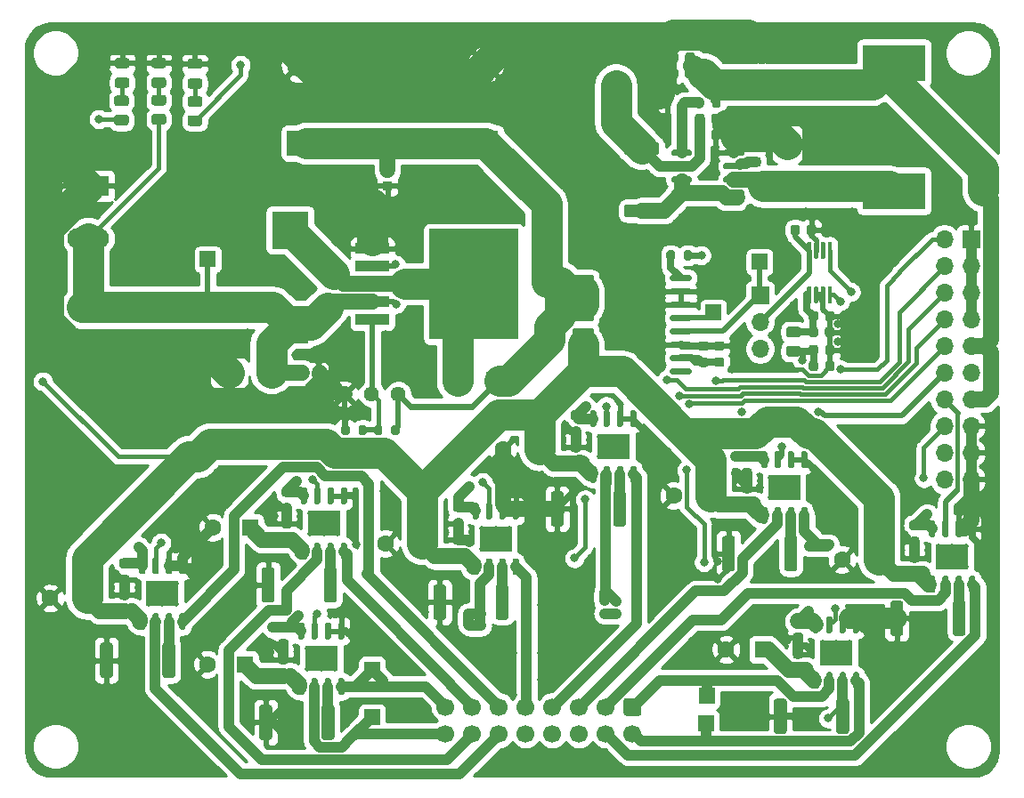
<source format=gtl>
G04 #@! TF.GenerationSoftware,KiCad,Pcbnew,(5.1.12)-1*
G04 #@! TF.CreationDate,2022-03-18T16:38:41+08:00*
G04 #@! TF.ProjectId,Printhead-Driver,5072696e-7468-4656-9164-2d4472697665,V0.5*
G04 #@! TF.SameCoordinates,Original*
G04 #@! TF.FileFunction,Copper,L1,Top*
G04 #@! TF.FilePolarity,Positive*
%FSLAX46Y46*%
G04 Gerber Fmt 4.6, Leading zero omitted, Abs format (unit mm)*
G04 Created by KiCad (PCBNEW (5.1.12)-1) date 2022-03-18 16:38:41*
%MOMM*%
%LPD*%
G01*
G04 APERTURE LIST*
G04 #@! TA.AperFunction,ComponentPad*
%ADD10R,1.500000X1.500000*%
G04 #@! TD*
G04 #@! TA.AperFunction,ComponentPad*
%ADD11C,1.700000*%
G04 #@! TD*
G04 #@! TA.AperFunction,ComponentPad*
%ADD12C,0.500000*%
G04 #@! TD*
G04 #@! TA.AperFunction,SMDPad,CuDef*
%ADD13R,3.100000X2.410000*%
G04 #@! TD*
G04 #@! TA.AperFunction,ComponentPad*
%ADD14C,1.600000*%
G04 #@! TD*
G04 #@! TA.AperFunction,ComponentPad*
%ADD15R,1.600000X1.600000*%
G04 #@! TD*
G04 #@! TA.AperFunction,SMDPad,CuDef*
%ADD16R,2.500000X1.800000*%
G04 #@! TD*
G04 #@! TA.AperFunction,SMDPad,CuDef*
%ADD17R,8.460000X10.530000*%
G04 #@! TD*
G04 #@! TA.AperFunction,SMDPad,CuDef*
%ADD18R,3.210000X1.050000*%
G04 #@! TD*
G04 #@! TA.AperFunction,ComponentPad*
%ADD19C,1.440000*%
G04 #@! TD*
G04 #@! TA.AperFunction,SMDPad,CuDef*
%ADD20R,6.000000X3.500000*%
G04 #@! TD*
G04 #@! TA.AperFunction,SMDPad,CuDef*
%ADD21R,3.500000X3.550000*%
G04 #@! TD*
G04 #@! TA.AperFunction,ComponentPad*
%ADD22O,1.700000X1.700000*%
G04 #@! TD*
G04 #@! TA.AperFunction,ComponentPad*
%ADD23R,1.700000X1.700000*%
G04 #@! TD*
G04 #@! TA.AperFunction,ComponentPad*
%ADD24O,3.960000X1.980000*%
G04 #@! TD*
G04 #@! TA.AperFunction,ComponentPad*
%ADD25R,3.960000X1.980000*%
G04 #@! TD*
G04 #@! TA.AperFunction,SMDPad,CuDef*
%ADD26R,1.800000X2.500000*%
G04 #@! TD*
G04 #@! TA.AperFunction,ComponentPad*
%ADD27C,2.400000*%
G04 #@! TD*
G04 #@! TA.AperFunction,ComponentPad*
%ADD28R,2.400000X2.400000*%
G04 #@! TD*
G04 #@! TA.AperFunction,ViaPad*
%ADD29C,0.800000*%
G04 #@! TD*
G04 #@! TA.AperFunction,Conductor*
%ADD30C,1.000000*%
G04 #@! TD*
G04 #@! TA.AperFunction,Conductor*
%ADD31C,1.500000*%
G04 #@! TD*
G04 #@! TA.AperFunction,Conductor*
%ADD32C,3.000000*%
G04 #@! TD*
G04 #@! TA.AperFunction,Conductor*
%ADD33C,0.400000*%
G04 #@! TD*
G04 #@! TA.AperFunction,Conductor*
%ADD34C,0.500000*%
G04 #@! TD*
G04 #@! TA.AperFunction,Conductor*
%ADD35C,2.000000*%
G04 #@! TD*
G04 #@! TA.AperFunction,Conductor*
%ADD36C,0.700000*%
G04 #@! TD*
G04 #@! TA.AperFunction,Conductor*
%ADD37C,0.600000*%
G04 #@! TD*
G04 #@! TA.AperFunction,Conductor*
%ADD38C,0.254000*%
G04 #@! TD*
G04 #@! TA.AperFunction,Conductor*
%ADD39C,0.100000*%
G04 #@! TD*
G04 APERTURE END LIST*
D10*
X118935500Y-85217000D03*
D11*
X141541500Y-130365500D03*
X144081500Y-130365500D03*
X146621500Y-130365500D03*
X149161500Y-130365500D03*
X151701500Y-130365500D03*
X154241500Y-130365500D03*
X156781500Y-130365500D03*
X159321500Y-130365500D03*
X141541500Y-127825500D03*
X144081500Y-127825500D03*
X146621500Y-127825500D03*
X149161500Y-127825500D03*
X151701500Y-127825500D03*
X154241500Y-127825500D03*
X156781500Y-127825500D03*
G04 #@! TA.AperFunction,ComponentPad*
G36*
G01*
X158721500Y-126975500D02*
X159921500Y-126975500D01*
G75*
G02*
X160171500Y-127225500I0J-250000D01*
G01*
X160171500Y-128425500D01*
G75*
G02*
X159921500Y-128675500I-250000J0D01*
G01*
X158721500Y-128675500D01*
G75*
G02*
X158471500Y-128425500I0J250000D01*
G01*
X158471500Y-127225500D01*
G75*
G02*
X158721500Y-126975500I250000J0D01*
G01*
G37*
G04 #@! TD.AperFunction*
D10*
X166370000Y-126752000D03*
X166306500Y-129413000D03*
G04 #@! TA.AperFunction,SMDPad,CuDef*
G36*
G01*
X157480500Y-110391001D02*
X157480500Y-107540999D01*
G75*
G02*
X157730499Y-107291000I249999J0D01*
G01*
X158455501Y-107291000D01*
G75*
G02*
X158705500Y-107540999I0J-249999D01*
G01*
X158705500Y-110391001D01*
G75*
G02*
X158455501Y-110641000I-249999J0D01*
G01*
X157730499Y-110641000D01*
G75*
G02*
X157480500Y-110391001I0J249999D01*
G01*
G37*
G04 #@! TD.AperFunction*
G04 #@! TA.AperFunction,SMDPad,CuDef*
G36*
G01*
X151555500Y-110391001D02*
X151555500Y-107540999D01*
G75*
G02*
X151805499Y-107291000I249999J0D01*
G01*
X152530501Y-107291000D01*
G75*
G02*
X152780500Y-107540999I0J-249999D01*
G01*
X152780500Y-110391001D01*
G75*
G02*
X152530501Y-110641000I-249999J0D01*
G01*
X151805499Y-110641000D01*
G75*
G02*
X151555500Y-110391001I0J249999D01*
G01*
G37*
G04 #@! TD.AperFunction*
D12*
X156193000Y-103980500D03*
X156193000Y-102070500D03*
X157493000Y-103980500D03*
X157493000Y-102070500D03*
X158793000Y-103980500D03*
X158793000Y-102070500D03*
D13*
X157493000Y-103025500D03*
G04 #@! TA.AperFunction,SMDPad,CuDef*
G36*
G01*
X159248000Y-104875500D02*
X159548000Y-104875500D01*
G75*
G02*
X159698000Y-105025500I0J-150000D01*
G01*
X159698000Y-106325500D01*
G75*
G02*
X159548000Y-106475500I-150000J0D01*
G01*
X159248000Y-106475500D01*
G75*
G02*
X159098000Y-106325500I0J150000D01*
G01*
X159098000Y-105025500D01*
G75*
G02*
X159248000Y-104875500I150000J0D01*
G01*
G37*
G04 #@! TD.AperFunction*
G04 #@! TA.AperFunction,SMDPad,CuDef*
G36*
G01*
X157978000Y-104875500D02*
X158278000Y-104875500D01*
G75*
G02*
X158428000Y-105025500I0J-150000D01*
G01*
X158428000Y-106325500D01*
G75*
G02*
X158278000Y-106475500I-150000J0D01*
G01*
X157978000Y-106475500D01*
G75*
G02*
X157828000Y-106325500I0J150000D01*
G01*
X157828000Y-105025500D01*
G75*
G02*
X157978000Y-104875500I150000J0D01*
G01*
G37*
G04 #@! TD.AperFunction*
G04 #@! TA.AperFunction,SMDPad,CuDef*
G36*
G01*
X156708000Y-104875500D02*
X157008000Y-104875500D01*
G75*
G02*
X157158000Y-105025500I0J-150000D01*
G01*
X157158000Y-106325500D01*
G75*
G02*
X157008000Y-106475500I-150000J0D01*
G01*
X156708000Y-106475500D01*
G75*
G02*
X156558000Y-106325500I0J150000D01*
G01*
X156558000Y-105025500D01*
G75*
G02*
X156708000Y-104875500I150000J0D01*
G01*
G37*
G04 #@! TD.AperFunction*
G04 #@! TA.AperFunction,SMDPad,CuDef*
G36*
G01*
X155438000Y-104875500D02*
X155738000Y-104875500D01*
G75*
G02*
X155888000Y-105025500I0J-150000D01*
G01*
X155888000Y-106325500D01*
G75*
G02*
X155738000Y-106475500I-150000J0D01*
G01*
X155438000Y-106475500D01*
G75*
G02*
X155288000Y-106325500I0J150000D01*
G01*
X155288000Y-105025500D01*
G75*
G02*
X155438000Y-104875500I150000J0D01*
G01*
G37*
G04 #@! TD.AperFunction*
G04 #@! TA.AperFunction,SMDPad,CuDef*
G36*
G01*
X155438000Y-99575500D02*
X155738000Y-99575500D01*
G75*
G02*
X155888000Y-99725500I0J-150000D01*
G01*
X155888000Y-101025500D01*
G75*
G02*
X155738000Y-101175500I-150000J0D01*
G01*
X155438000Y-101175500D01*
G75*
G02*
X155288000Y-101025500I0J150000D01*
G01*
X155288000Y-99725500D01*
G75*
G02*
X155438000Y-99575500I150000J0D01*
G01*
G37*
G04 #@! TD.AperFunction*
G04 #@! TA.AperFunction,SMDPad,CuDef*
G36*
G01*
X156708000Y-99575500D02*
X157008000Y-99575500D01*
G75*
G02*
X157158000Y-99725500I0J-150000D01*
G01*
X157158000Y-101025500D01*
G75*
G02*
X157008000Y-101175500I-150000J0D01*
G01*
X156708000Y-101175500D01*
G75*
G02*
X156558000Y-101025500I0J150000D01*
G01*
X156558000Y-99725500D01*
G75*
G02*
X156708000Y-99575500I150000J0D01*
G01*
G37*
G04 #@! TD.AperFunction*
G04 #@! TA.AperFunction,SMDPad,CuDef*
G36*
G01*
X157978000Y-99575500D02*
X158278000Y-99575500D01*
G75*
G02*
X158428000Y-99725500I0J-150000D01*
G01*
X158428000Y-101025500D01*
G75*
G02*
X158278000Y-101175500I-150000J0D01*
G01*
X157978000Y-101175500D01*
G75*
G02*
X157828000Y-101025500I0J150000D01*
G01*
X157828000Y-99725500D01*
G75*
G02*
X157978000Y-99575500I150000J0D01*
G01*
G37*
G04 #@! TD.AperFunction*
G04 #@! TA.AperFunction,SMDPad,CuDef*
G36*
G01*
X159248000Y-99575500D02*
X159548000Y-99575500D01*
G75*
G02*
X159698000Y-99725500I0J-150000D01*
G01*
X159698000Y-101025500D01*
G75*
G02*
X159548000Y-101175500I-150000J0D01*
G01*
X159248000Y-101175500D01*
G75*
G02*
X159098000Y-101025500I0J150000D01*
G01*
X159098000Y-99725500D01*
G75*
G02*
X159248000Y-99575500I150000J0D01*
G01*
G37*
G04 #@! TD.AperFunction*
G04 #@! TA.AperFunction,SMDPad,CuDef*
G36*
G01*
X153674000Y-101150000D02*
X154174000Y-101150000D01*
G75*
G02*
X154399000Y-101375000I0J-225000D01*
G01*
X154399000Y-101825000D01*
G75*
G02*
X154174000Y-102050000I-225000J0D01*
G01*
X153674000Y-102050000D01*
G75*
G02*
X153449000Y-101825000I0J225000D01*
G01*
X153449000Y-101375000D01*
G75*
G02*
X153674000Y-101150000I225000J0D01*
G01*
G37*
G04 #@! TD.AperFunction*
G04 #@! TA.AperFunction,SMDPad,CuDef*
G36*
G01*
X153674000Y-99600000D02*
X154174000Y-99600000D01*
G75*
G02*
X154399000Y-99825000I0J-225000D01*
G01*
X154399000Y-100275000D01*
G75*
G02*
X154174000Y-100500000I-225000J0D01*
G01*
X153674000Y-100500000D01*
G75*
G02*
X153449000Y-100275000I0J225000D01*
G01*
X153449000Y-99825000D01*
G75*
G02*
X153674000Y-99600000I225000J0D01*
G01*
G37*
G04 #@! TD.AperFunction*
G04 #@! TA.AperFunction,SMDPad,CuDef*
G36*
G01*
X153674000Y-104211000D02*
X154174000Y-104211000D01*
G75*
G02*
X154399000Y-104436000I0J-225000D01*
G01*
X154399000Y-104886000D01*
G75*
G02*
X154174000Y-105111000I-225000J0D01*
G01*
X153674000Y-105111000D01*
G75*
G02*
X153449000Y-104886000I0J225000D01*
G01*
X153449000Y-104436000D01*
G75*
G02*
X153674000Y-104211000I225000J0D01*
G01*
G37*
G04 #@! TD.AperFunction*
G04 #@! TA.AperFunction,SMDPad,CuDef*
G36*
G01*
X153674000Y-102661000D02*
X154174000Y-102661000D01*
G75*
G02*
X154399000Y-102886000I0J-225000D01*
G01*
X154399000Y-103336000D01*
G75*
G02*
X154174000Y-103561000I-225000J0D01*
G01*
X153674000Y-103561000D01*
G75*
G02*
X153449000Y-103336000I0J225000D01*
G01*
X153449000Y-102886000D01*
G75*
G02*
X153674000Y-102661000I225000J0D01*
G01*
G37*
G04 #@! TD.AperFunction*
D14*
X146995000Y-103314500D03*
D15*
X150495000Y-103314500D03*
D14*
X171577000Y-65080000D03*
D15*
X171577000Y-68580000D03*
D16*
X120968000Y-96012000D03*
X124968000Y-96012000D03*
D14*
X157734000Y-65151000D03*
D15*
X157734000Y-68651000D03*
D14*
X115887500Y-93289000D03*
D15*
X115887500Y-89789000D03*
D14*
X106934000Y-93289000D03*
D15*
X106934000Y-89789000D03*
D14*
X135819000Y-112268000D03*
D15*
X139319000Y-112268000D03*
D14*
X168204000Y-122364499D03*
D15*
X171704000Y-122364499D03*
D14*
X103942000Y-117475000D03*
D15*
X107442000Y-117475000D03*
D14*
X179253000Y-113791999D03*
D15*
X182753000Y-113791999D03*
D14*
X119436000Y-110744000D03*
D15*
X122936000Y-110744000D03*
D14*
X163251000Y-107696000D03*
D15*
X166751000Y-107696000D03*
D14*
X118928000Y-123761500D03*
D15*
X122428000Y-123761500D03*
G04 #@! TA.AperFunction,SMDPad,CuDef*
G36*
G01*
X118159857Y-70713780D02*
X117259853Y-70713780D01*
G75*
G02*
X117009855Y-70463782I0J249998D01*
G01*
X117009855Y-69938778D01*
G75*
G02*
X117259853Y-69688780I249998J0D01*
G01*
X118159857Y-69688780D01*
G75*
G02*
X118409855Y-69938778I0J-249998D01*
G01*
X118409855Y-70463782D01*
G75*
G02*
X118159857Y-70713780I-249998J0D01*
G01*
G37*
G04 #@! TD.AperFunction*
G04 #@! TA.AperFunction,SMDPad,CuDef*
G36*
G01*
X118159857Y-72538780D02*
X117259853Y-72538780D01*
G75*
G02*
X117009855Y-72288782I0J249998D01*
G01*
X117009855Y-71763778D01*
G75*
G02*
X117259853Y-71513780I249998J0D01*
G01*
X118159857Y-71513780D01*
G75*
G02*
X118409855Y-71763778I0J-249998D01*
G01*
X118409855Y-72288782D01*
G75*
G02*
X118159857Y-72538780I-249998J0D01*
G01*
G37*
G04 #@! TD.AperFunction*
G04 #@! TA.AperFunction,SMDPad,CuDef*
G36*
G01*
X111174856Y-70650280D02*
X110274852Y-70650280D01*
G75*
G02*
X110024854Y-70400282I0J249998D01*
G01*
X110024854Y-69875278D01*
G75*
G02*
X110274852Y-69625280I249998J0D01*
G01*
X111174856Y-69625280D01*
G75*
G02*
X111424854Y-69875278I0J-249998D01*
G01*
X111424854Y-70400282D01*
G75*
G02*
X111174856Y-70650280I-249998J0D01*
G01*
G37*
G04 #@! TD.AperFunction*
G04 #@! TA.AperFunction,SMDPad,CuDef*
G36*
G01*
X111174856Y-72475280D02*
X110274852Y-72475280D01*
G75*
G02*
X110024854Y-72225282I0J249998D01*
G01*
X110024854Y-71700278D01*
G75*
G02*
X110274852Y-71450280I249998J0D01*
G01*
X111174856Y-71450280D01*
G75*
G02*
X111424854Y-71700278I0J-249998D01*
G01*
X111424854Y-72225282D01*
G75*
G02*
X111174856Y-72475280I-249998J0D01*
G01*
G37*
G04 #@! TD.AperFunction*
G04 #@! TA.AperFunction,SMDPad,CuDef*
G36*
G01*
X114730855Y-70586780D02*
X113830851Y-70586780D01*
G75*
G02*
X113580853Y-70336782I0J249998D01*
G01*
X113580853Y-69811778D01*
G75*
G02*
X113830851Y-69561780I249998J0D01*
G01*
X114730855Y-69561780D01*
G75*
G02*
X114980853Y-69811778I0J-249998D01*
G01*
X114980853Y-70336782D01*
G75*
G02*
X114730855Y-70586780I-249998J0D01*
G01*
G37*
G04 #@! TD.AperFunction*
G04 #@! TA.AperFunction,SMDPad,CuDef*
G36*
G01*
X114730855Y-72411780D02*
X113830851Y-72411780D01*
G75*
G02*
X113580853Y-72161782I0J249998D01*
G01*
X113580853Y-71636778D01*
G75*
G02*
X113830851Y-71386780I249998J0D01*
G01*
X114730855Y-71386780D01*
G75*
G02*
X114980853Y-71636778I0J-249998D01*
G01*
X114980853Y-72161782D01*
G75*
G02*
X114730855Y-72411780I-249998J0D01*
G01*
G37*
G04 #@! TD.AperFunction*
G04 #@! TA.AperFunction,SMDPad,CuDef*
G36*
G01*
X117253604Y-67999279D02*
X118166104Y-67999279D01*
G75*
G02*
X118409854Y-68243029I0J-243750D01*
G01*
X118409854Y-68730529D01*
G75*
G02*
X118166104Y-68974279I-243750J0D01*
G01*
X117253604Y-68974279D01*
G75*
G02*
X117009854Y-68730529I0J243750D01*
G01*
X117009854Y-68243029D01*
G75*
G02*
X117253604Y-67999279I243750J0D01*
G01*
G37*
G04 #@! TD.AperFunction*
G04 #@! TA.AperFunction,SMDPad,CuDef*
G36*
G01*
X117253604Y-66124279D02*
X118166104Y-66124279D01*
G75*
G02*
X118409854Y-66368029I0J-243750D01*
G01*
X118409854Y-66855529D01*
G75*
G02*
X118166104Y-67099279I-243750J0D01*
G01*
X117253604Y-67099279D01*
G75*
G02*
X117009854Y-66855529I0J243750D01*
G01*
X117009854Y-66368029D01*
G75*
G02*
X117253604Y-66124279I243750J0D01*
G01*
G37*
G04 #@! TD.AperFunction*
G04 #@! TA.AperFunction,SMDPad,CuDef*
G36*
G01*
X110332104Y-67935778D02*
X111244604Y-67935778D01*
G75*
G02*
X111488354Y-68179528I0J-243750D01*
G01*
X111488354Y-68667028D01*
G75*
G02*
X111244604Y-68910778I-243750J0D01*
G01*
X110332104Y-68910778D01*
G75*
G02*
X110088354Y-68667028I0J243750D01*
G01*
X110088354Y-68179528D01*
G75*
G02*
X110332104Y-67935778I243750J0D01*
G01*
G37*
G04 #@! TD.AperFunction*
G04 #@! TA.AperFunction,SMDPad,CuDef*
G36*
G01*
X110332104Y-66060778D02*
X111244604Y-66060778D01*
G75*
G02*
X111488354Y-66304528I0J-243750D01*
G01*
X111488354Y-66792028D01*
G75*
G02*
X111244604Y-67035778I-243750J0D01*
G01*
X110332104Y-67035778D01*
G75*
G02*
X110088354Y-66792028I0J243750D01*
G01*
X110088354Y-66304528D01*
G75*
G02*
X110332104Y-66060778I243750J0D01*
G01*
G37*
G04 #@! TD.AperFunction*
G04 #@! TA.AperFunction,SMDPad,CuDef*
G36*
G01*
X113824604Y-67920780D02*
X114737104Y-67920780D01*
G75*
G02*
X114980854Y-68164530I0J-243750D01*
G01*
X114980854Y-68652030D01*
G75*
G02*
X114737104Y-68895780I-243750J0D01*
G01*
X113824604Y-68895780D01*
G75*
G02*
X113580854Y-68652030I0J243750D01*
G01*
X113580854Y-68164530D01*
G75*
G02*
X113824604Y-67920780I243750J0D01*
G01*
G37*
G04 #@! TD.AperFunction*
G04 #@! TA.AperFunction,SMDPad,CuDef*
G36*
G01*
X113824604Y-66045780D02*
X114737104Y-66045780D01*
G75*
G02*
X114980854Y-66289530I0J-243750D01*
G01*
X114980854Y-66777030D01*
G75*
G02*
X114737104Y-67020780I-243750J0D01*
G01*
X113824604Y-67020780D01*
G75*
G02*
X113580854Y-66777030I0J243750D01*
G01*
X113580854Y-66289530D01*
G75*
G02*
X113824604Y-66045780I243750J0D01*
G01*
G37*
G04 #@! TD.AperFunction*
D17*
X144208500Y-87566500D03*
D18*
X134578500Y-90966500D03*
X134578500Y-89266500D03*
X134578500Y-87566500D03*
X134578500Y-85866500D03*
X134578500Y-84166500D03*
G04 #@! TA.AperFunction,SMDPad,CuDef*
G36*
G01*
X177976500Y-87787000D02*
X178176500Y-87787000D01*
G75*
G02*
X178276500Y-87887000I0J-100000D01*
G01*
X178276500Y-89312000D01*
G75*
G02*
X178176500Y-89412000I-100000J0D01*
G01*
X177976500Y-89412000D01*
G75*
G02*
X177876500Y-89312000I0J100000D01*
G01*
X177876500Y-87887000D01*
G75*
G02*
X177976500Y-87787000I100000J0D01*
G01*
G37*
G04 #@! TD.AperFunction*
G04 #@! TA.AperFunction,SMDPad,CuDef*
G36*
G01*
X177326500Y-87787000D02*
X177526500Y-87787000D01*
G75*
G02*
X177626500Y-87887000I0J-100000D01*
G01*
X177626500Y-89312000D01*
G75*
G02*
X177526500Y-89412000I-100000J0D01*
G01*
X177326500Y-89412000D01*
G75*
G02*
X177226500Y-89312000I0J100000D01*
G01*
X177226500Y-87887000D01*
G75*
G02*
X177326500Y-87787000I100000J0D01*
G01*
G37*
G04 #@! TD.AperFunction*
G04 #@! TA.AperFunction,SMDPad,CuDef*
G36*
G01*
X176676500Y-87787000D02*
X176876500Y-87787000D01*
G75*
G02*
X176976500Y-87887000I0J-100000D01*
G01*
X176976500Y-89312000D01*
G75*
G02*
X176876500Y-89412000I-100000J0D01*
G01*
X176676500Y-89412000D01*
G75*
G02*
X176576500Y-89312000I0J100000D01*
G01*
X176576500Y-87887000D01*
G75*
G02*
X176676500Y-87787000I100000J0D01*
G01*
G37*
G04 #@! TD.AperFunction*
G04 #@! TA.AperFunction,SMDPad,CuDef*
G36*
G01*
X176026500Y-87787000D02*
X176226500Y-87787000D01*
G75*
G02*
X176326500Y-87887000I0J-100000D01*
G01*
X176326500Y-89312000D01*
G75*
G02*
X176226500Y-89412000I-100000J0D01*
G01*
X176026500Y-89412000D01*
G75*
G02*
X175926500Y-89312000I0J100000D01*
G01*
X175926500Y-87887000D01*
G75*
G02*
X176026500Y-87787000I100000J0D01*
G01*
G37*
G04 #@! TD.AperFunction*
G04 #@! TA.AperFunction,SMDPad,CuDef*
G36*
G01*
X176026500Y-83562000D02*
X176226500Y-83562000D01*
G75*
G02*
X176326500Y-83662000I0J-100000D01*
G01*
X176326500Y-85087000D01*
G75*
G02*
X176226500Y-85187000I-100000J0D01*
G01*
X176026500Y-85187000D01*
G75*
G02*
X175926500Y-85087000I0J100000D01*
G01*
X175926500Y-83662000D01*
G75*
G02*
X176026500Y-83562000I100000J0D01*
G01*
G37*
G04 #@! TD.AperFunction*
G04 #@! TA.AperFunction,SMDPad,CuDef*
G36*
G01*
X176676500Y-83562000D02*
X176876500Y-83562000D01*
G75*
G02*
X176976500Y-83662000I0J-100000D01*
G01*
X176976500Y-85087000D01*
G75*
G02*
X176876500Y-85187000I-100000J0D01*
G01*
X176676500Y-85187000D01*
G75*
G02*
X176576500Y-85087000I0J100000D01*
G01*
X176576500Y-83662000D01*
G75*
G02*
X176676500Y-83562000I100000J0D01*
G01*
G37*
G04 #@! TD.AperFunction*
G04 #@! TA.AperFunction,SMDPad,CuDef*
G36*
G01*
X177326500Y-83562000D02*
X177526500Y-83562000D01*
G75*
G02*
X177626500Y-83662000I0J-100000D01*
G01*
X177626500Y-85087000D01*
G75*
G02*
X177526500Y-85187000I-100000J0D01*
G01*
X177326500Y-85187000D01*
G75*
G02*
X177226500Y-85087000I0J100000D01*
G01*
X177226500Y-83662000D01*
G75*
G02*
X177326500Y-83562000I100000J0D01*
G01*
G37*
G04 #@! TD.AperFunction*
G04 #@! TA.AperFunction,SMDPad,CuDef*
G36*
G01*
X177976500Y-83562000D02*
X178176500Y-83562000D01*
G75*
G02*
X178276500Y-83662000I0J-100000D01*
G01*
X178276500Y-85087000D01*
G75*
G02*
X178176500Y-85187000I-100000J0D01*
G01*
X177976500Y-85187000D01*
G75*
G02*
X177876500Y-85087000I0J100000D01*
G01*
X177876500Y-83662000D01*
G75*
G02*
X177976500Y-83562000I100000J0D01*
G01*
G37*
G04 #@! TD.AperFunction*
G04 #@! TA.AperFunction,SMDPad,CuDef*
G36*
G01*
X164969602Y-78749684D02*
X164969602Y-79049684D01*
G75*
G02*
X164819602Y-79199684I-150000J0D01*
G01*
X163169602Y-79199684D01*
G75*
G02*
X163019602Y-79049684I0J150000D01*
G01*
X163019602Y-78749684D01*
G75*
G02*
X163169602Y-78599684I150000J0D01*
G01*
X164819602Y-78599684D01*
G75*
G02*
X164969602Y-78749684I0J-150000D01*
G01*
G37*
G04 #@! TD.AperFunction*
G04 #@! TA.AperFunction,SMDPad,CuDef*
G36*
G01*
X164969602Y-77479684D02*
X164969602Y-77779684D01*
G75*
G02*
X164819602Y-77929684I-150000J0D01*
G01*
X163169602Y-77929684D01*
G75*
G02*
X163019602Y-77779684I0J150000D01*
G01*
X163019602Y-77479684D01*
G75*
G02*
X163169602Y-77329684I150000J0D01*
G01*
X164819602Y-77329684D01*
G75*
G02*
X164969602Y-77479684I0J-150000D01*
G01*
G37*
G04 #@! TD.AperFunction*
G04 #@! TA.AperFunction,SMDPad,CuDef*
G36*
G01*
X164969602Y-76209684D02*
X164969602Y-76509684D01*
G75*
G02*
X164819602Y-76659684I-150000J0D01*
G01*
X163169602Y-76659684D01*
G75*
G02*
X163019602Y-76509684I0J150000D01*
G01*
X163019602Y-76209684D01*
G75*
G02*
X163169602Y-76059684I150000J0D01*
G01*
X164819602Y-76059684D01*
G75*
G02*
X164969602Y-76209684I0J-150000D01*
G01*
G37*
G04 #@! TD.AperFunction*
G04 #@! TA.AperFunction,SMDPad,CuDef*
G36*
G01*
X164969602Y-74939684D02*
X164969602Y-75239684D01*
G75*
G02*
X164819602Y-75389684I-150000J0D01*
G01*
X163169602Y-75389684D01*
G75*
G02*
X163019602Y-75239684I0J150000D01*
G01*
X163019602Y-74939684D01*
G75*
G02*
X163169602Y-74789684I150000J0D01*
G01*
X164819602Y-74789684D01*
G75*
G02*
X164969602Y-74939684I0J-150000D01*
G01*
G37*
G04 #@! TD.AperFunction*
G04 #@! TA.AperFunction,SMDPad,CuDef*
G36*
G01*
X169919602Y-74939684D02*
X169919602Y-75239684D01*
G75*
G02*
X169769602Y-75389684I-150000J0D01*
G01*
X168119602Y-75389684D01*
G75*
G02*
X167969602Y-75239684I0J150000D01*
G01*
X167969602Y-74939684D01*
G75*
G02*
X168119602Y-74789684I150000J0D01*
G01*
X169769602Y-74789684D01*
G75*
G02*
X169919602Y-74939684I0J-150000D01*
G01*
G37*
G04 #@! TD.AperFunction*
G04 #@! TA.AperFunction,SMDPad,CuDef*
G36*
G01*
X169919602Y-76209684D02*
X169919602Y-76509684D01*
G75*
G02*
X169769602Y-76659684I-150000J0D01*
G01*
X168119602Y-76659684D01*
G75*
G02*
X167969602Y-76509684I0J150000D01*
G01*
X167969602Y-76209684D01*
G75*
G02*
X168119602Y-76059684I150000J0D01*
G01*
X169769602Y-76059684D01*
G75*
G02*
X169919602Y-76209684I0J-150000D01*
G01*
G37*
G04 #@! TD.AperFunction*
G04 #@! TA.AperFunction,SMDPad,CuDef*
G36*
G01*
X169919602Y-77479684D02*
X169919602Y-77779684D01*
G75*
G02*
X169769602Y-77929684I-150000J0D01*
G01*
X168119602Y-77929684D01*
G75*
G02*
X167969602Y-77779684I0J150000D01*
G01*
X167969602Y-77479684D01*
G75*
G02*
X168119602Y-77329684I150000J0D01*
G01*
X169769602Y-77329684D01*
G75*
G02*
X169919602Y-77479684I0J-150000D01*
G01*
G37*
G04 #@! TD.AperFunction*
G04 #@! TA.AperFunction,SMDPad,CuDef*
G36*
G01*
X169919602Y-78749684D02*
X169919602Y-79049684D01*
G75*
G02*
X169769602Y-79199684I-150000J0D01*
G01*
X168119602Y-79199684D01*
G75*
G02*
X167969602Y-79049684I0J150000D01*
G01*
X167969602Y-78749684D01*
G75*
G02*
X168119602Y-78599684I150000J0D01*
G01*
X169769602Y-78599684D01*
G75*
G02*
X169919602Y-78749684I0J-150000D01*
G01*
G37*
G04 #@! TD.AperFunction*
G04 #@! TA.AperFunction,SMDPad,CuDef*
G36*
G01*
X162883000Y-87145000D02*
X162883000Y-86845000D01*
G75*
G02*
X163033000Y-86695000I150000J0D01*
G01*
X164783000Y-86695000D01*
G75*
G02*
X164933000Y-86845000I0J-150000D01*
G01*
X164933000Y-87145000D01*
G75*
G02*
X164783000Y-87295000I-150000J0D01*
G01*
X163033000Y-87295000D01*
G75*
G02*
X162883000Y-87145000I0J150000D01*
G01*
G37*
G04 #@! TD.AperFunction*
G04 #@! TA.AperFunction,SMDPad,CuDef*
G36*
G01*
X162883000Y-88415000D02*
X162883000Y-88115000D01*
G75*
G02*
X163033000Y-87965000I150000J0D01*
G01*
X164783000Y-87965000D01*
G75*
G02*
X164933000Y-88115000I0J-150000D01*
G01*
X164933000Y-88415000D01*
G75*
G02*
X164783000Y-88565000I-150000J0D01*
G01*
X163033000Y-88565000D01*
G75*
G02*
X162883000Y-88415000I0J150000D01*
G01*
G37*
G04 #@! TD.AperFunction*
G04 #@! TA.AperFunction,SMDPad,CuDef*
G36*
G01*
X162883000Y-89685000D02*
X162883000Y-89385000D01*
G75*
G02*
X163033000Y-89235000I150000J0D01*
G01*
X164783000Y-89235000D01*
G75*
G02*
X164933000Y-89385000I0J-150000D01*
G01*
X164933000Y-89685000D01*
G75*
G02*
X164783000Y-89835000I-150000J0D01*
G01*
X163033000Y-89835000D01*
G75*
G02*
X162883000Y-89685000I0J150000D01*
G01*
G37*
G04 #@! TD.AperFunction*
G04 #@! TA.AperFunction,SMDPad,CuDef*
G36*
G01*
X162883000Y-90955000D02*
X162883000Y-90655000D01*
G75*
G02*
X163033000Y-90505000I150000J0D01*
G01*
X164783000Y-90505000D01*
G75*
G02*
X164933000Y-90655000I0J-150000D01*
G01*
X164933000Y-90955000D01*
G75*
G02*
X164783000Y-91105000I-150000J0D01*
G01*
X163033000Y-91105000D01*
G75*
G02*
X162883000Y-90955000I0J150000D01*
G01*
G37*
G04 #@! TD.AperFunction*
G04 #@! TA.AperFunction,SMDPad,CuDef*
G36*
G01*
X162883000Y-92225000D02*
X162883000Y-91925000D01*
G75*
G02*
X163033000Y-91775000I150000J0D01*
G01*
X164783000Y-91775000D01*
G75*
G02*
X164933000Y-91925000I0J-150000D01*
G01*
X164933000Y-92225000D01*
G75*
G02*
X164783000Y-92375000I-150000J0D01*
G01*
X163033000Y-92375000D01*
G75*
G02*
X162883000Y-92225000I0J150000D01*
G01*
G37*
G04 #@! TD.AperFunction*
G04 #@! TA.AperFunction,SMDPad,CuDef*
G36*
G01*
X162883000Y-93495000D02*
X162883000Y-93195000D01*
G75*
G02*
X163033000Y-93045000I150000J0D01*
G01*
X164783000Y-93045000D01*
G75*
G02*
X164933000Y-93195000I0J-150000D01*
G01*
X164933000Y-93495000D01*
G75*
G02*
X164783000Y-93645000I-150000J0D01*
G01*
X163033000Y-93645000D01*
G75*
G02*
X162883000Y-93495000I0J150000D01*
G01*
G37*
G04 #@! TD.AperFunction*
G04 #@! TA.AperFunction,SMDPad,CuDef*
G36*
G01*
X162883000Y-94765000D02*
X162883000Y-94465000D01*
G75*
G02*
X163033000Y-94315000I150000J0D01*
G01*
X164783000Y-94315000D01*
G75*
G02*
X164933000Y-94465000I0J-150000D01*
G01*
X164933000Y-94765000D01*
G75*
G02*
X164783000Y-94915000I-150000J0D01*
G01*
X163033000Y-94915000D01*
G75*
G02*
X162883000Y-94765000I0J150000D01*
G01*
G37*
G04 #@! TD.AperFunction*
G04 #@! TA.AperFunction,SMDPad,CuDef*
G36*
G01*
X162883000Y-96035000D02*
X162883000Y-95735000D01*
G75*
G02*
X163033000Y-95585000I150000J0D01*
G01*
X164783000Y-95585000D01*
G75*
G02*
X164933000Y-95735000I0J-150000D01*
G01*
X164933000Y-96035000D01*
G75*
G02*
X164783000Y-96185000I-150000J0D01*
G01*
X163033000Y-96185000D01*
G75*
G02*
X162883000Y-96035000I0J150000D01*
G01*
G37*
G04 #@! TD.AperFunction*
G04 #@! TA.AperFunction,SMDPad,CuDef*
G36*
G01*
X153583000Y-96035000D02*
X153583000Y-95735000D01*
G75*
G02*
X153733000Y-95585000I150000J0D01*
G01*
X155483000Y-95585000D01*
G75*
G02*
X155633000Y-95735000I0J-150000D01*
G01*
X155633000Y-96035000D01*
G75*
G02*
X155483000Y-96185000I-150000J0D01*
G01*
X153733000Y-96185000D01*
G75*
G02*
X153583000Y-96035000I0J150000D01*
G01*
G37*
G04 #@! TD.AperFunction*
G04 #@! TA.AperFunction,SMDPad,CuDef*
G36*
G01*
X153583000Y-94765000D02*
X153583000Y-94465000D01*
G75*
G02*
X153733000Y-94315000I150000J0D01*
G01*
X155483000Y-94315000D01*
G75*
G02*
X155633000Y-94465000I0J-150000D01*
G01*
X155633000Y-94765000D01*
G75*
G02*
X155483000Y-94915000I-150000J0D01*
G01*
X153733000Y-94915000D01*
G75*
G02*
X153583000Y-94765000I0J150000D01*
G01*
G37*
G04 #@! TD.AperFunction*
G04 #@! TA.AperFunction,SMDPad,CuDef*
G36*
G01*
X153583000Y-93495000D02*
X153583000Y-93195000D01*
G75*
G02*
X153733000Y-93045000I150000J0D01*
G01*
X155483000Y-93045000D01*
G75*
G02*
X155633000Y-93195000I0J-150000D01*
G01*
X155633000Y-93495000D01*
G75*
G02*
X155483000Y-93645000I-150000J0D01*
G01*
X153733000Y-93645000D01*
G75*
G02*
X153583000Y-93495000I0J150000D01*
G01*
G37*
G04 #@! TD.AperFunction*
G04 #@! TA.AperFunction,SMDPad,CuDef*
G36*
G01*
X153583000Y-92225000D02*
X153583000Y-91925000D01*
G75*
G02*
X153733000Y-91775000I150000J0D01*
G01*
X155483000Y-91775000D01*
G75*
G02*
X155633000Y-91925000I0J-150000D01*
G01*
X155633000Y-92225000D01*
G75*
G02*
X155483000Y-92375000I-150000J0D01*
G01*
X153733000Y-92375000D01*
G75*
G02*
X153583000Y-92225000I0J150000D01*
G01*
G37*
G04 #@! TD.AperFunction*
G04 #@! TA.AperFunction,SMDPad,CuDef*
G36*
G01*
X153583000Y-90955000D02*
X153583000Y-90655000D01*
G75*
G02*
X153733000Y-90505000I150000J0D01*
G01*
X155483000Y-90505000D01*
G75*
G02*
X155633000Y-90655000I0J-150000D01*
G01*
X155633000Y-90955000D01*
G75*
G02*
X155483000Y-91105000I-150000J0D01*
G01*
X153733000Y-91105000D01*
G75*
G02*
X153583000Y-90955000I0J150000D01*
G01*
G37*
G04 #@! TD.AperFunction*
G04 #@! TA.AperFunction,SMDPad,CuDef*
G36*
G01*
X153583000Y-89685000D02*
X153583000Y-89385000D01*
G75*
G02*
X153733000Y-89235000I150000J0D01*
G01*
X155483000Y-89235000D01*
G75*
G02*
X155633000Y-89385000I0J-150000D01*
G01*
X155633000Y-89685000D01*
G75*
G02*
X155483000Y-89835000I-150000J0D01*
G01*
X153733000Y-89835000D01*
G75*
G02*
X153583000Y-89685000I0J150000D01*
G01*
G37*
G04 #@! TD.AperFunction*
G04 #@! TA.AperFunction,SMDPad,CuDef*
G36*
G01*
X153583000Y-88415000D02*
X153583000Y-88115000D01*
G75*
G02*
X153733000Y-87965000I150000J0D01*
G01*
X155483000Y-87965000D01*
G75*
G02*
X155633000Y-88115000I0J-150000D01*
G01*
X155633000Y-88415000D01*
G75*
G02*
X155483000Y-88565000I-150000J0D01*
G01*
X153733000Y-88565000D01*
G75*
G02*
X153583000Y-88415000I0J150000D01*
G01*
G37*
G04 #@! TD.AperFunction*
G04 #@! TA.AperFunction,SMDPad,CuDef*
G36*
G01*
X153583000Y-87145000D02*
X153583000Y-86845000D01*
G75*
G02*
X153733000Y-86695000I150000J0D01*
G01*
X155483000Y-86695000D01*
G75*
G02*
X155633000Y-86845000I0J-150000D01*
G01*
X155633000Y-87145000D01*
G75*
G02*
X155483000Y-87295000I-150000J0D01*
G01*
X153733000Y-87295000D01*
G75*
G02*
X153583000Y-87145000I0J150000D01*
G01*
G37*
G04 #@! TD.AperFunction*
D12*
X145004000Y-112778500D03*
X145004000Y-110868500D03*
X146304000Y-112778500D03*
X146304000Y-110868500D03*
X147604000Y-112778500D03*
X147604000Y-110868500D03*
D13*
X146304000Y-111823500D03*
G04 #@! TA.AperFunction,SMDPad,CuDef*
G36*
G01*
X148059000Y-113673500D02*
X148359000Y-113673500D01*
G75*
G02*
X148509000Y-113823500I0J-150000D01*
G01*
X148509000Y-115123500D01*
G75*
G02*
X148359000Y-115273500I-150000J0D01*
G01*
X148059000Y-115273500D01*
G75*
G02*
X147909000Y-115123500I0J150000D01*
G01*
X147909000Y-113823500D01*
G75*
G02*
X148059000Y-113673500I150000J0D01*
G01*
G37*
G04 #@! TD.AperFunction*
G04 #@! TA.AperFunction,SMDPad,CuDef*
G36*
G01*
X146789000Y-113673500D02*
X147089000Y-113673500D01*
G75*
G02*
X147239000Y-113823500I0J-150000D01*
G01*
X147239000Y-115123500D01*
G75*
G02*
X147089000Y-115273500I-150000J0D01*
G01*
X146789000Y-115273500D01*
G75*
G02*
X146639000Y-115123500I0J150000D01*
G01*
X146639000Y-113823500D01*
G75*
G02*
X146789000Y-113673500I150000J0D01*
G01*
G37*
G04 #@! TD.AperFunction*
G04 #@! TA.AperFunction,SMDPad,CuDef*
G36*
G01*
X145519000Y-113673500D02*
X145819000Y-113673500D01*
G75*
G02*
X145969000Y-113823500I0J-150000D01*
G01*
X145969000Y-115123500D01*
G75*
G02*
X145819000Y-115273500I-150000J0D01*
G01*
X145519000Y-115273500D01*
G75*
G02*
X145369000Y-115123500I0J150000D01*
G01*
X145369000Y-113823500D01*
G75*
G02*
X145519000Y-113673500I150000J0D01*
G01*
G37*
G04 #@! TD.AperFunction*
G04 #@! TA.AperFunction,SMDPad,CuDef*
G36*
G01*
X144249000Y-113673500D02*
X144549000Y-113673500D01*
G75*
G02*
X144699000Y-113823500I0J-150000D01*
G01*
X144699000Y-115123500D01*
G75*
G02*
X144549000Y-115273500I-150000J0D01*
G01*
X144249000Y-115273500D01*
G75*
G02*
X144099000Y-115123500I0J150000D01*
G01*
X144099000Y-113823500D01*
G75*
G02*
X144249000Y-113673500I150000J0D01*
G01*
G37*
G04 #@! TD.AperFunction*
G04 #@! TA.AperFunction,SMDPad,CuDef*
G36*
G01*
X144249000Y-108373500D02*
X144549000Y-108373500D01*
G75*
G02*
X144699000Y-108523500I0J-150000D01*
G01*
X144699000Y-109823500D01*
G75*
G02*
X144549000Y-109973500I-150000J0D01*
G01*
X144249000Y-109973500D01*
G75*
G02*
X144099000Y-109823500I0J150000D01*
G01*
X144099000Y-108523500D01*
G75*
G02*
X144249000Y-108373500I150000J0D01*
G01*
G37*
G04 #@! TD.AperFunction*
G04 #@! TA.AperFunction,SMDPad,CuDef*
G36*
G01*
X145519000Y-108373500D02*
X145819000Y-108373500D01*
G75*
G02*
X145969000Y-108523500I0J-150000D01*
G01*
X145969000Y-109823500D01*
G75*
G02*
X145819000Y-109973500I-150000J0D01*
G01*
X145519000Y-109973500D01*
G75*
G02*
X145369000Y-109823500I0J150000D01*
G01*
X145369000Y-108523500D01*
G75*
G02*
X145519000Y-108373500I150000J0D01*
G01*
G37*
G04 #@! TD.AperFunction*
G04 #@! TA.AperFunction,SMDPad,CuDef*
G36*
G01*
X146789000Y-108373500D02*
X147089000Y-108373500D01*
G75*
G02*
X147239000Y-108523500I0J-150000D01*
G01*
X147239000Y-109823500D01*
G75*
G02*
X147089000Y-109973500I-150000J0D01*
G01*
X146789000Y-109973500D01*
G75*
G02*
X146639000Y-109823500I0J150000D01*
G01*
X146639000Y-108523500D01*
G75*
G02*
X146789000Y-108373500I150000J0D01*
G01*
G37*
G04 #@! TD.AperFunction*
G04 #@! TA.AperFunction,SMDPad,CuDef*
G36*
G01*
X148059000Y-108373500D02*
X148359000Y-108373500D01*
G75*
G02*
X148509000Y-108523500I0J-150000D01*
G01*
X148509000Y-109823500D01*
G75*
G02*
X148359000Y-109973500I-150000J0D01*
G01*
X148059000Y-109973500D01*
G75*
G02*
X147909000Y-109823500I0J150000D01*
G01*
X147909000Y-108523500D01*
G75*
G02*
X148059000Y-108373500I150000J0D01*
G01*
G37*
G04 #@! TD.AperFunction*
D12*
X177376000Y-123602001D03*
X177376000Y-121692001D03*
X178676000Y-123602001D03*
X178676000Y-121692001D03*
X179976000Y-123602001D03*
X179976000Y-121692001D03*
D13*
X178676000Y-122647001D03*
G04 #@! TA.AperFunction,SMDPad,CuDef*
G36*
G01*
X180431000Y-124497001D02*
X180731000Y-124497001D01*
G75*
G02*
X180881000Y-124647001I0J-150000D01*
G01*
X180881000Y-125947001D01*
G75*
G02*
X180731000Y-126097001I-150000J0D01*
G01*
X180431000Y-126097001D01*
G75*
G02*
X180281000Y-125947001I0J150000D01*
G01*
X180281000Y-124647001D01*
G75*
G02*
X180431000Y-124497001I150000J0D01*
G01*
G37*
G04 #@! TD.AperFunction*
G04 #@! TA.AperFunction,SMDPad,CuDef*
G36*
G01*
X179161000Y-124497001D02*
X179461000Y-124497001D01*
G75*
G02*
X179611000Y-124647001I0J-150000D01*
G01*
X179611000Y-125947001D01*
G75*
G02*
X179461000Y-126097001I-150000J0D01*
G01*
X179161000Y-126097001D01*
G75*
G02*
X179011000Y-125947001I0J150000D01*
G01*
X179011000Y-124647001D01*
G75*
G02*
X179161000Y-124497001I150000J0D01*
G01*
G37*
G04 #@! TD.AperFunction*
G04 #@! TA.AperFunction,SMDPad,CuDef*
G36*
G01*
X177891000Y-124497001D02*
X178191000Y-124497001D01*
G75*
G02*
X178341000Y-124647001I0J-150000D01*
G01*
X178341000Y-125947001D01*
G75*
G02*
X178191000Y-126097001I-150000J0D01*
G01*
X177891000Y-126097001D01*
G75*
G02*
X177741000Y-125947001I0J150000D01*
G01*
X177741000Y-124647001D01*
G75*
G02*
X177891000Y-124497001I150000J0D01*
G01*
G37*
G04 #@! TD.AperFunction*
G04 #@! TA.AperFunction,SMDPad,CuDef*
G36*
G01*
X176621000Y-124497001D02*
X176921000Y-124497001D01*
G75*
G02*
X177071000Y-124647001I0J-150000D01*
G01*
X177071000Y-125947001D01*
G75*
G02*
X176921000Y-126097001I-150000J0D01*
G01*
X176621000Y-126097001D01*
G75*
G02*
X176471000Y-125947001I0J150000D01*
G01*
X176471000Y-124647001D01*
G75*
G02*
X176621000Y-124497001I150000J0D01*
G01*
G37*
G04 #@! TD.AperFunction*
G04 #@! TA.AperFunction,SMDPad,CuDef*
G36*
G01*
X176621000Y-119197001D02*
X176921000Y-119197001D01*
G75*
G02*
X177071000Y-119347001I0J-150000D01*
G01*
X177071000Y-120647001D01*
G75*
G02*
X176921000Y-120797001I-150000J0D01*
G01*
X176621000Y-120797001D01*
G75*
G02*
X176471000Y-120647001I0J150000D01*
G01*
X176471000Y-119347001D01*
G75*
G02*
X176621000Y-119197001I150000J0D01*
G01*
G37*
G04 #@! TD.AperFunction*
G04 #@! TA.AperFunction,SMDPad,CuDef*
G36*
G01*
X177891000Y-119197001D02*
X178191000Y-119197001D01*
G75*
G02*
X178341000Y-119347001I0J-150000D01*
G01*
X178341000Y-120647001D01*
G75*
G02*
X178191000Y-120797001I-150000J0D01*
G01*
X177891000Y-120797001D01*
G75*
G02*
X177741000Y-120647001I0J150000D01*
G01*
X177741000Y-119347001D01*
G75*
G02*
X177891000Y-119197001I150000J0D01*
G01*
G37*
G04 #@! TD.AperFunction*
G04 #@! TA.AperFunction,SMDPad,CuDef*
G36*
G01*
X179161000Y-119197001D02*
X179461000Y-119197001D01*
G75*
G02*
X179611000Y-119347001I0J-150000D01*
G01*
X179611000Y-120647001D01*
G75*
G02*
X179461000Y-120797001I-150000J0D01*
G01*
X179161000Y-120797001D01*
G75*
G02*
X179011000Y-120647001I0J150000D01*
G01*
X179011000Y-119347001D01*
G75*
G02*
X179161000Y-119197001I150000J0D01*
G01*
G37*
G04 #@! TD.AperFunction*
G04 #@! TA.AperFunction,SMDPad,CuDef*
G36*
G01*
X180431000Y-119197001D02*
X180731000Y-119197001D01*
G75*
G02*
X180881000Y-119347001I0J-150000D01*
G01*
X180881000Y-120647001D01*
G75*
G02*
X180731000Y-120797001I-150000J0D01*
G01*
X180431000Y-120797001D01*
G75*
G02*
X180281000Y-120647001I0J150000D01*
G01*
X180281000Y-119347001D01*
G75*
G02*
X180431000Y-119197001I150000J0D01*
G01*
G37*
G04 #@! TD.AperFunction*
D12*
X113317500Y-117985500D03*
X113317500Y-116075500D03*
X114617500Y-117985500D03*
X114617500Y-116075500D03*
X115917500Y-117985500D03*
X115917500Y-116075500D03*
D13*
X114617500Y-117030500D03*
G04 #@! TA.AperFunction,SMDPad,CuDef*
G36*
G01*
X116372500Y-118880500D02*
X116672500Y-118880500D01*
G75*
G02*
X116822500Y-119030500I0J-150000D01*
G01*
X116822500Y-120330500D01*
G75*
G02*
X116672500Y-120480500I-150000J0D01*
G01*
X116372500Y-120480500D01*
G75*
G02*
X116222500Y-120330500I0J150000D01*
G01*
X116222500Y-119030500D01*
G75*
G02*
X116372500Y-118880500I150000J0D01*
G01*
G37*
G04 #@! TD.AperFunction*
G04 #@! TA.AperFunction,SMDPad,CuDef*
G36*
G01*
X115102500Y-118880500D02*
X115402500Y-118880500D01*
G75*
G02*
X115552500Y-119030500I0J-150000D01*
G01*
X115552500Y-120330500D01*
G75*
G02*
X115402500Y-120480500I-150000J0D01*
G01*
X115102500Y-120480500D01*
G75*
G02*
X114952500Y-120330500I0J150000D01*
G01*
X114952500Y-119030500D01*
G75*
G02*
X115102500Y-118880500I150000J0D01*
G01*
G37*
G04 #@! TD.AperFunction*
G04 #@! TA.AperFunction,SMDPad,CuDef*
G36*
G01*
X113832500Y-118880500D02*
X114132500Y-118880500D01*
G75*
G02*
X114282500Y-119030500I0J-150000D01*
G01*
X114282500Y-120330500D01*
G75*
G02*
X114132500Y-120480500I-150000J0D01*
G01*
X113832500Y-120480500D01*
G75*
G02*
X113682500Y-120330500I0J150000D01*
G01*
X113682500Y-119030500D01*
G75*
G02*
X113832500Y-118880500I150000J0D01*
G01*
G37*
G04 #@! TD.AperFunction*
G04 #@! TA.AperFunction,SMDPad,CuDef*
G36*
G01*
X112562500Y-118880500D02*
X112862500Y-118880500D01*
G75*
G02*
X113012500Y-119030500I0J-150000D01*
G01*
X113012500Y-120330500D01*
G75*
G02*
X112862500Y-120480500I-150000J0D01*
G01*
X112562500Y-120480500D01*
G75*
G02*
X112412500Y-120330500I0J150000D01*
G01*
X112412500Y-119030500D01*
G75*
G02*
X112562500Y-118880500I150000J0D01*
G01*
G37*
G04 #@! TD.AperFunction*
G04 #@! TA.AperFunction,SMDPad,CuDef*
G36*
G01*
X112562500Y-113580500D02*
X112862500Y-113580500D01*
G75*
G02*
X113012500Y-113730500I0J-150000D01*
G01*
X113012500Y-115030500D01*
G75*
G02*
X112862500Y-115180500I-150000J0D01*
G01*
X112562500Y-115180500D01*
G75*
G02*
X112412500Y-115030500I0J150000D01*
G01*
X112412500Y-113730500D01*
G75*
G02*
X112562500Y-113580500I150000J0D01*
G01*
G37*
G04 #@! TD.AperFunction*
G04 #@! TA.AperFunction,SMDPad,CuDef*
G36*
G01*
X113832500Y-113580500D02*
X114132500Y-113580500D01*
G75*
G02*
X114282500Y-113730500I0J-150000D01*
G01*
X114282500Y-115030500D01*
G75*
G02*
X114132500Y-115180500I-150000J0D01*
G01*
X113832500Y-115180500D01*
G75*
G02*
X113682500Y-115030500I0J150000D01*
G01*
X113682500Y-113730500D01*
G75*
G02*
X113832500Y-113580500I150000J0D01*
G01*
G37*
G04 #@! TD.AperFunction*
G04 #@! TA.AperFunction,SMDPad,CuDef*
G36*
G01*
X115102500Y-113580500D02*
X115402500Y-113580500D01*
G75*
G02*
X115552500Y-113730500I0J-150000D01*
G01*
X115552500Y-115030500D01*
G75*
G02*
X115402500Y-115180500I-150000J0D01*
G01*
X115102500Y-115180500D01*
G75*
G02*
X114952500Y-115030500I0J150000D01*
G01*
X114952500Y-113730500D01*
G75*
G02*
X115102500Y-113580500I150000J0D01*
G01*
G37*
G04 #@! TD.AperFunction*
G04 #@! TA.AperFunction,SMDPad,CuDef*
G36*
G01*
X116372500Y-113580500D02*
X116672500Y-113580500D01*
G75*
G02*
X116822500Y-113730500I0J-150000D01*
G01*
X116822500Y-115030500D01*
G75*
G02*
X116672500Y-115180500I-150000J0D01*
G01*
X116372500Y-115180500D01*
G75*
G02*
X116222500Y-115030500I0J150000D01*
G01*
X116222500Y-113730500D01*
G75*
G02*
X116372500Y-113580500I150000J0D01*
G01*
G37*
G04 #@! TD.AperFunction*
D12*
X188425000Y-114458000D03*
X188425000Y-112548000D03*
X189725000Y-114458000D03*
X189725000Y-112548000D03*
X191025000Y-114458000D03*
X191025000Y-112548000D03*
D13*
X189725000Y-113503000D03*
G04 #@! TA.AperFunction,SMDPad,CuDef*
G36*
G01*
X191480000Y-115353000D02*
X191780000Y-115353000D01*
G75*
G02*
X191930000Y-115503000I0J-150000D01*
G01*
X191930000Y-116803000D01*
G75*
G02*
X191780000Y-116953000I-150000J0D01*
G01*
X191480000Y-116953000D01*
G75*
G02*
X191330000Y-116803000I0J150000D01*
G01*
X191330000Y-115503000D01*
G75*
G02*
X191480000Y-115353000I150000J0D01*
G01*
G37*
G04 #@! TD.AperFunction*
G04 #@! TA.AperFunction,SMDPad,CuDef*
G36*
G01*
X190210000Y-115353000D02*
X190510000Y-115353000D01*
G75*
G02*
X190660000Y-115503000I0J-150000D01*
G01*
X190660000Y-116803000D01*
G75*
G02*
X190510000Y-116953000I-150000J0D01*
G01*
X190210000Y-116953000D01*
G75*
G02*
X190060000Y-116803000I0J150000D01*
G01*
X190060000Y-115503000D01*
G75*
G02*
X190210000Y-115353000I150000J0D01*
G01*
G37*
G04 #@! TD.AperFunction*
G04 #@! TA.AperFunction,SMDPad,CuDef*
G36*
G01*
X188940000Y-115353000D02*
X189240000Y-115353000D01*
G75*
G02*
X189390000Y-115503000I0J-150000D01*
G01*
X189390000Y-116803000D01*
G75*
G02*
X189240000Y-116953000I-150000J0D01*
G01*
X188940000Y-116953000D01*
G75*
G02*
X188790000Y-116803000I0J150000D01*
G01*
X188790000Y-115503000D01*
G75*
G02*
X188940000Y-115353000I150000J0D01*
G01*
G37*
G04 #@! TD.AperFunction*
G04 #@! TA.AperFunction,SMDPad,CuDef*
G36*
G01*
X187670000Y-115353000D02*
X187970000Y-115353000D01*
G75*
G02*
X188120000Y-115503000I0J-150000D01*
G01*
X188120000Y-116803000D01*
G75*
G02*
X187970000Y-116953000I-150000J0D01*
G01*
X187670000Y-116953000D01*
G75*
G02*
X187520000Y-116803000I0J150000D01*
G01*
X187520000Y-115503000D01*
G75*
G02*
X187670000Y-115353000I150000J0D01*
G01*
G37*
G04 #@! TD.AperFunction*
G04 #@! TA.AperFunction,SMDPad,CuDef*
G36*
G01*
X187670000Y-110053000D02*
X187970000Y-110053000D01*
G75*
G02*
X188120000Y-110203000I0J-150000D01*
G01*
X188120000Y-111503000D01*
G75*
G02*
X187970000Y-111653000I-150000J0D01*
G01*
X187670000Y-111653000D01*
G75*
G02*
X187520000Y-111503000I0J150000D01*
G01*
X187520000Y-110203000D01*
G75*
G02*
X187670000Y-110053000I150000J0D01*
G01*
G37*
G04 #@! TD.AperFunction*
G04 #@! TA.AperFunction,SMDPad,CuDef*
G36*
G01*
X188940000Y-110053000D02*
X189240000Y-110053000D01*
G75*
G02*
X189390000Y-110203000I0J-150000D01*
G01*
X189390000Y-111503000D01*
G75*
G02*
X189240000Y-111653000I-150000J0D01*
G01*
X188940000Y-111653000D01*
G75*
G02*
X188790000Y-111503000I0J150000D01*
G01*
X188790000Y-110203000D01*
G75*
G02*
X188940000Y-110053000I150000J0D01*
G01*
G37*
G04 #@! TD.AperFunction*
G04 #@! TA.AperFunction,SMDPad,CuDef*
G36*
G01*
X190210000Y-110053000D02*
X190510000Y-110053000D01*
G75*
G02*
X190660000Y-110203000I0J-150000D01*
G01*
X190660000Y-111503000D01*
G75*
G02*
X190510000Y-111653000I-150000J0D01*
G01*
X190210000Y-111653000D01*
G75*
G02*
X190060000Y-111503000I0J150000D01*
G01*
X190060000Y-110203000D01*
G75*
G02*
X190210000Y-110053000I150000J0D01*
G01*
G37*
G04 #@! TD.AperFunction*
G04 #@! TA.AperFunction,SMDPad,CuDef*
G36*
G01*
X191480000Y-110053000D02*
X191780000Y-110053000D01*
G75*
G02*
X191930000Y-110203000I0J-150000D01*
G01*
X191930000Y-111503000D01*
G75*
G02*
X191780000Y-111653000I-150000J0D01*
G01*
X191480000Y-111653000D01*
G75*
G02*
X191330000Y-111503000I0J150000D01*
G01*
X191330000Y-110203000D01*
G75*
G02*
X191480000Y-110053000I150000J0D01*
G01*
G37*
G04 #@! TD.AperFunction*
D12*
X128684500Y-111318000D03*
X128684500Y-109408000D03*
X129984500Y-111318000D03*
X129984500Y-109408000D03*
X131284500Y-111318000D03*
X131284500Y-109408000D03*
D13*
X129984500Y-110363000D03*
G04 #@! TA.AperFunction,SMDPad,CuDef*
G36*
G01*
X131739500Y-112213000D02*
X132039500Y-112213000D01*
G75*
G02*
X132189500Y-112363000I0J-150000D01*
G01*
X132189500Y-113663000D01*
G75*
G02*
X132039500Y-113813000I-150000J0D01*
G01*
X131739500Y-113813000D01*
G75*
G02*
X131589500Y-113663000I0J150000D01*
G01*
X131589500Y-112363000D01*
G75*
G02*
X131739500Y-112213000I150000J0D01*
G01*
G37*
G04 #@! TD.AperFunction*
G04 #@! TA.AperFunction,SMDPad,CuDef*
G36*
G01*
X130469500Y-112213000D02*
X130769500Y-112213000D01*
G75*
G02*
X130919500Y-112363000I0J-150000D01*
G01*
X130919500Y-113663000D01*
G75*
G02*
X130769500Y-113813000I-150000J0D01*
G01*
X130469500Y-113813000D01*
G75*
G02*
X130319500Y-113663000I0J150000D01*
G01*
X130319500Y-112363000D01*
G75*
G02*
X130469500Y-112213000I150000J0D01*
G01*
G37*
G04 #@! TD.AperFunction*
G04 #@! TA.AperFunction,SMDPad,CuDef*
G36*
G01*
X129199500Y-112213000D02*
X129499500Y-112213000D01*
G75*
G02*
X129649500Y-112363000I0J-150000D01*
G01*
X129649500Y-113663000D01*
G75*
G02*
X129499500Y-113813000I-150000J0D01*
G01*
X129199500Y-113813000D01*
G75*
G02*
X129049500Y-113663000I0J150000D01*
G01*
X129049500Y-112363000D01*
G75*
G02*
X129199500Y-112213000I150000J0D01*
G01*
G37*
G04 #@! TD.AperFunction*
G04 #@! TA.AperFunction,SMDPad,CuDef*
G36*
G01*
X127929500Y-112213000D02*
X128229500Y-112213000D01*
G75*
G02*
X128379500Y-112363000I0J-150000D01*
G01*
X128379500Y-113663000D01*
G75*
G02*
X128229500Y-113813000I-150000J0D01*
G01*
X127929500Y-113813000D01*
G75*
G02*
X127779500Y-113663000I0J150000D01*
G01*
X127779500Y-112363000D01*
G75*
G02*
X127929500Y-112213000I150000J0D01*
G01*
G37*
G04 #@! TD.AperFunction*
G04 #@! TA.AperFunction,SMDPad,CuDef*
G36*
G01*
X127929500Y-106913000D02*
X128229500Y-106913000D01*
G75*
G02*
X128379500Y-107063000I0J-150000D01*
G01*
X128379500Y-108363000D01*
G75*
G02*
X128229500Y-108513000I-150000J0D01*
G01*
X127929500Y-108513000D01*
G75*
G02*
X127779500Y-108363000I0J150000D01*
G01*
X127779500Y-107063000D01*
G75*
G02*
X127929500Y-106913000I150000J0D01*
G01*
G37*
G04 #@! TD.AperFunction*
G04 #@! TA.AperFunction,SMDPad,CuDef*
G36*
G01*
X129199500Y-106913000D02*
X129499500Y-106913000D01*
G75*
G02*
X129649500Y-107063000I0J-150000D01*
G01*
X129649500Y-108363000D01*
G75*
G02*
X129499500Y-108513000I-150000J0D01*
G01*
X129199500Y-108513000D01*
G75*
G02*
X129049500Y-108363000I0J150000D01*
G01*
X129049500Y-107063000D01*
G75*
G02*
X129199500Y-106913000I150000J0D01*
G01*
G37*
G04 #@! TD.AperFunction*
G04 #@! TA.AperFunction,SMDPad,CuDef*
G36*
G01*
X130469500Y-106913000D02*
X130769500Y-106913000D01*
G75*
G02*
X130919500Y-107063000I0J-150000D01*
G01*
X130919500Y-108363000D01*
G75*
G02*
X130769500Y-108513000I-150000J0D01*
G01*
X130469500Y-108513000D01*
G75*
G02*
X130319500Y-108363000I0J150000D01*
G01*
X130319500Y-107063000D01*
G75*
G02*
X130469500Y-106913000I150000J0D01*
G01*
G37*
G04 #@! TD.AperFunction*
G04 #@! TA.AperFunction,SMDPad,CuDef*
G36*
G01*
X131739500Y-106913000D02*
X132039500Y-106913000D01*
G75*
G02*
X132189500Y-107063000I0J-150000D01*
G01*
X132189500Y-108363000D01*
G75*
G02*
X132039500Y-108513000I-150000J0D01*
G01*
X131739500Y-108513000D01*
G75*
G02*
X131589500Y-108363000I0J150000D01*
G01*
X131589500Y-107063000D01*
G75*
G02*
X131739500Y-106913000I150000J0D01*
G01*
G37*
G04 #@! TD.AperFunction*
D12*
X172436000Y-107889000D03*
X172436000Y-105979000D03*
X173736000Y-107889000D03*
X173736000Y-105979000D03*
X175036000Y-107889000D03*
X175036000Y-105979000D03*
D13*
X173736000Y-106934000D03*
G04 #@! TA.AperFunction,SMDPad,CuDef*
G36*
G01*
X175491000Y-108784000D02*
X175791000Y-108784000D01*
G75*
G02*
X175941000Y-108934000I0J-150000D01*
G01*
X175941000Y-110234000D01*
G75*
G02*
X175791000Y-110384000I-150000J0D01*
G01*
X175491000Y-110384000D01*
G75*
G02*
X175341000Y-110234000I0J150000D01*
G01*
X175341000Y-108934000D01*
G75*
G02*
X175491000Y-108784000I150000J0D01*
G01*
G37*
G04 #@! TD.AperFunction*
G04 #@! TA.AperFunction,SMDPad,CuDef*
G36*
G01*
X174221000Y-108784000D02*
X174521000Y-108784000D01*
G75*
G02*
X174671000Y-108934000I0J-150000D01*
G01*
X174671000Y-110234000D01*
G75*
G02*
X174521000Y-110384000I-150000J0D01*
G01*
X174221000Y-110384000D01*
G75*
G02*
X174071000Y-110234000I0J150000D01*
G01*
X174071000Y-108934000D01*
G75*
G02*
X174221000Y-108784000I150000J0D01*
G01*
G37*
G04 #@! TD.AperFunction*
G04 #@! TA.AperFunction,SMDPad,CuDef*
G36*
G01*
X172951000Y-108784000D02*
X173251000Y-108784000D01*
G75*
G02*
X173401000Y-108934000I0J-150000D01*
G01*
X173401000Y-110234000D01*
G75*
G02*
X173251000Y-110384000I-150000J0D01*
G01*
X172951000Y-110384000D01*
G75*
G02*
X172801000Y-110234000I0J150000D01*
G01*
X172801000Y-108934000D01*
G75*
G02*
X172951000Y-108784000I150000J0D01*
G01*
G37*
G04 #@! TD.AperFunction*
G04 #@! TA.AperFunction,SMDPad,CuDef*
G36*
G01*
X171681000Y-108784000D02*
X171981000Y-108784000D01*
G75*
G02*
X172131000Y-108934000I0J-150000D01*
G01*
X172131000Y-110234000D01*
G75*
G02*
X171981000Y-110384000I-150000J0D01*
G01*
X171681000Y-110384000D01*
G75*
G02*
X171531000Y-110234000I0J150000D01*
G01*
X171531000Y-108934000D01*
G75*
G02*
X171681000Y-108784000I150000J0D01*
G01*
G37*
G04 #@! TD.AperFunction*
G04 #@! TA.AperFunction,SMDPad,CuDef*
G36*
G01*
X171681000Y-103484000D02*
X171981000Y-103484000D01*
G75*
G02*
X172131000Y-103634000I0J-150000D01*
G01*
X172131000Y-104934000D01*
G75*
G02*
X171981000Y-105084000I-150000J0D01*
G01*
X171681000Y-105084000D01*
G75*
G02*
X171531000Y-104934000I0J150000D01*
G01*
X171531000Y-103634000D01*
G75*
G02*
X171681000Y-103484000I150000J0D01*
G01*
G37*
G04 #@! TD.AperFunction*
G04 #@! TA.AperFunction,SMDPad,CuDef*
G36*
G01*
X172951000Y-103484000D02*
X173251000Y-103484000D01*
G75*
G02*
X173401000Y-103634000I0J-150000D01*
G01*
X173401000Y-104934000D01*
G75*
G02*
X173251000Y-105084000I-150000J0D01*
G01*
X172951000Y-105084000D01*
G75*
G02*
X172801000Y-104934000I0J150000D01*
G01*
X172801000Y-103634000D01*
G75*
G02*
X172951000Y-103484000I150000J0D01*
G01*
G37*
G04 #@! TD.AperFunction*
G04 #@! TA.AperFunction,SMDPad,CuDef*
G36*
G01*
X174221000Y-103484000D02*
X174521000Y-103484000D01*
G75*
G02*
X174671000Y-103634000I0J-150000D01*
G01*
X174671000Y-104934000D01*
G75*
G02*
X174521000Y-105084000I-150000J0D01*
G01*
X174221000Y-105084000D01*
G75*
G02*
X174071000Y-104934000I0J150000D01*
G01*
X174071000Y-103634000D01*
G75*
G02*
X174221000Y-103484000I150000J0D01*
G01*
G37*
G04 #@! TD.AperFunction*
G04 #@! TA.AperFunction,SMDPad,CuDef*
G36*
G01*
X175491000Y-103484000D02*
X175791000Y-103484000D01*
G75*
G02*
X175941000Y-103634000I0J-150000D01*
G01*
X175941000Y-104934000D01*
G75*
G02*
X175791000Y-105084000I-150000J0D01*
G01*
X175491000Y-105084000D01*
G75*
G02*
X175341000Y-104934000I0J150000D01*
G01*
X175341000Y-103634000D01*
G75*
G02*
X175491000Y-103484000I150000J0D01*
G01*
G37*
G04 #@! TD.AperFunction*
D12*
X128417500Y-124180000D03*
X128417500Y-122270000D03*
X129717500Y-124180000D03*
X129717500Y-122270000D03*
X131017500Y-124180000D03*
X131017500Y-122270000D03*
D13*
X129717500Y-123225000D03*
G04 #@! TA.AperFunction,SMDPad,CuDef*
G36*
G01*
X131472500Y-125075000D02*
X131772500Y-125075000D01*
G75*
G02*
X131922500Y-125225000I0J-150000D01*
G01*
X131922500Y-126525000D01*
G75*
G02*
X131772500Y-126675000I-150000J0D01*
G01*
X131472500Y-126675000D01*
G75*
G02*
X131322500Y-126525000I0J150000D01*
G01*
X131322500Y-125225000D01*
G75*
G02*
X131472500Y-125075000I150000J0D01*
G01*
G37*
G04 #@! TD.AperFunction*
G04 #@! TA.AperFunction,SMDPad,CuDef*
G36*
G01*
X130202500Y-125075000D02*
X130502500Y-125075000D01*
G75*
G02*
X130652500Y-125225000I0J-150000D01*
G01*
X130652500Y-126525000D01*
G75*
G02*
X130502500Y-126675000I-150000J0D01*
G01*
X130202500Y-126675000D01*
G75*
G02*
X130052500Y-126525000I0J150000D01*
G01*
X130052500Y-125225000D01*
G75*
G02*
X130202500Y-125075000I150000J0D01*
G01*
G37*
G04 #@! TD.AperFunction*
G04 #@! TA.AperFunction,SMDPad,CuDef*
G36*
G01*
X128932500Y-125075000D02*
X129232500Y-125075000D01*
G75*
G02*
X129382500Y-125225000I0J-150000D01*
G01*
X129382500Y-126525000D01*
G75*
G02*
X129232500Y-126675000I-150000J0D01*
G01*
X128932500Y-126675000D01*
G75*
G02*
X128782500Y-126525000I0J150000D01*
G01*
X128782500Y-125225000D01*
G75*
G02*
X128932500Y-125075000I150000J0D01*
G01*
G37*
G04 #@! TD.AperFunction*
G04 #@! TA.AperFunction,SMDPad,CuDef*
G36*
G01*
X127662500Y-125075000D02*
X127962500Y-125075000D01*
G75*
G02*
X128112500Y-125225000I0J-150000D01*
G01*
X128112500Y-126525000D01*
G75*
G02*
X127962500Y-126675000I-150000J0D01*
G01*
X127662500Y-126675000D01*
G75*
G02*
X127512500Y-126525000I0J150000D01*
G01*
X127512500Y-125225000D01*
G75*
G02*
X127662500Y-125075000I150000J0D01*
G01*
G37*
G04 #@! TD.AperFunction*
G04 #@! TA.AperFunction,SMDPad,CuDef*
G36*
G01*
X127662500Y-119775000D02*
X127962500Y-119775000D01*
G75*
G02*
X128112500Y-119925000I0J-150000D01*
G01*
X128112500Y-121225000D01*
G75*
G02*
X127962500Y-121375000I-150000J0D01*
G01*
X127662500Y-121375000D01*
G75*
G02*
X127512500Y-121225000I0J150000D01*
G01*
X127512500Y-119925000D01*
G75*
G02*
X127662500Y-119775000I150000J0D01*
G01*
G37*
G04 #@! TD.AperFunction*
G04 #@! TA.AperFunction,SMDPad,CuDef*
G36*
G01*
X128932500Y-119775000D02*
X129232500Y-119775000D01*
G75*
G02*
X129382500Y-119925000I0J-150000D01*
G01*
X129382500Y-121225000D01*
G75*
G02*
X129232500Y-121375000I-150000J0D01*
G01*
X128932500Y-121375000D01*
G75*
G02*
X128782500Y-121225000I0J150000D01*
G01*
X128782500Y-119925000D01*
G75*
G02*
X128932500Y-119775000I150000J0D01*
G01*
G37*
G04 #@! TD.AperFunction*
G04 #@! TA.AperFunction,SMDPad,CuDef*
G36*
G01*
X130202500Y-119775000D02*
X130502500Y-119775000D01*
G75*
G02*
X130652500Y-119925000I0J-150000D01*
G01*
X130652500Y-121225000D01*
G75*
G02*
X130502500Y-121375000I-150000J0D01*
G01*
X130202500Y-121375000D01*
G75*
G02*
X130052500Y-121225000I0J150000D01*
G01*
X130052500Y-119925000D01*
G75*
G02*
X130202500Y-119775000I150000J0D01*
G01*
G37*
G04 #@! TD.AperFunction*
G04 #@! TA.AperFunction,SMDPad,CuDef*
G36*
G01*
X131472500Y-119775000D02*
X131772500Y-119775000D01*
G75*
G02*
X131922500Y-119925000I0J-150000D01*
G01*
X131922500Y-121225000D01*
G75*
G02*
X131772500Y-121375000I-150000J0D01*
G01*
X131472500Y-121375000D01*
G75*
G02*
X131322500Y-121225000I0J150000D01*
G01*
X131322500Y-119925000D01*
G75*
G02*
X131472500Y-119775000I150000J0D01*
G01*
G37*
G04 #@! TD.AperFunction*
D10*
X193421000Y-78232000D03*
X171386500Y-85471000D03*
X167005000Y-90297000D03*
X151130000Y-87376000D03*
X134556500Y-124269500D03*
X134556500Y-128778000D03*
D19*
X137033000Y-98044000D03*
X134493000Y-98044000D03*
X131953000Y-98044000D03*
G04 #@! TA.AperFunction,SMDPad,CuDef*
G36*
G01*
X163023602Y-70029184D02*
X163023602Y-70579184D01*
G75*
G02*
X162823602Y-70779184I-200000J0D01*
G01*
X162423602Y-70779184D01*
G75*
G02*
X162223602Y-70579184I0J200000D01*
G01*
X162223602Y-70029184D01*
G75*
G02*
X162423602Y-69829184I200000J0D01*
G01*
X162823602Y-69829184D01*
G75*
G02*
X163023602Y-70029184I0J-200000D01*
G01*
G37*
G04 #@! TD.AperFunction*
G04 #@! TA.AperFunction,SMDPad,CuDef*
G36*
G01*
X164673602Y-70029184D02*
X164673602Y-70579184D01*
G75*
G02*
X164473602Y-70779184I-200000J0D01*
G01*
X164073602Y-70779184D01*
G75*
G02*
X163873602Y-70579184I0J200000D01*
G01*
X163873602Y-70029184D01*
G75*
G02*
X164073602Y-69829184I200000J0D01*
G01*
X164473602Y-69829184D01*
G75*
G02*
X164673602Y-70029184I0J-200000D01*
G01*
G37*
G04 #@! TD.AperFunction*
G04 #@! TA.AperFunction,SMDPad,CuDef*
G36*
G01*
X166044602Y-70052185D02*
X166044602Y-70602185D01*
G75*
G02*
X165844602Y-70802185I-200000J0D01*
G01*
X165444602Y-70802185D01*
G75*
G02*
X165244602Y-70602185I0J200000D01*
G01*
X165244602Y-70052185D01*
G75*
G02*
X165444602Y-69852185I200000J0D01*
G01*
X165844602Y-69852185D01*
G75*
G02*
X166044602Y-70052185I0J-200000D01*
G01*
G37*
G04 #@! TD.AperFunction*
G04 #@! TA.AperFunction,SMDPad,CuDef*
G36*
G01*
X167694602Y-70052185D02*
X167694602Y-70602185D01*
G75*
G02*
X167494602Y-70802185I-200000J0D01*
G01*
X167094602Y-70802185D01*
G75*
G02*
X166894602Y-70602185I0J200000D01*
G01*
X166894602Y-70052185D01*
G75*
G02*
X167094602Y-69852185I200000J0D01*
G01*
X167494602Y-69852185D01*
G75*
G02*
X167694602Y-70052185I0J-200000D01*
G01*
G37*
G04 #@! TD.AperFunction*
G04 #@! TA.AperFunction,SMDPad,CuDef*
G36*
G01*
X158758101Y-79979683D02*
X161608103Y-79979683D01*
G75*
G02*
X161858102Y-80229682I0J-249999D01*
G01*
X161858102Y-80954684D01*
G75*
G02*
X161608103Y-81204683I-249999J0D01*
G01*
X158758101Y-81204683D01*
G75*
G02*
X158508102Y-80954684I0J249999D01*
G01*
X158508102Y-80229682D01*
G75*
G02*
X158758101Y-79979683I249999J0D01*
G01*
G37*
G04 #@! TD.AperFunction*
G04 #@! TA.AperFunction,SMDPad,CuDef*
G36*
G01*
X158758101Y-74054683D02*
X161608103Y-74054683D01*
G75*
G02*
X161858102Y-74304682I0J-249999D01*
G01*
X161858102Y-75029684D01*
G75*
G02*
X161608103Y-75279683I-249999J0D01*
G01*
X158758101Y-75279683D01*
G75*
G02*
X158508102Y-75029684I0J249999D01*
G01*
X158508102Y-74304682D01*
G75*
G02*
X158758101Y-74054683I249999J0D01*
G01*
G37*
G04 #@! TD.AperFunction*
G04 #@! TA.AperFunction,SMDPad,CuDef*
G36*
G01*
X164192000Y-85111000D02*
X164192000Y-84561000D01*
G75*
G02*
X164392000Y-84361000I200000J0D01*
G01*
X164792000Y-84361000D01*
G75*
G02*
X164992000Y-84561000I0J-200000D01*
G01*
X164992000Y-85111000D01*
G75*
G02*
X164792000Y-85311000I-200000J0D01*
G01*
X164392000Y-85311000D01*
G75*
G02*
X164192000Y-85111000I0J200000D01*
G01*
G37*
G04 #@! TD.AperFunction*
G04 #@! TA.AperFunction,SMDPad,CuDef*
G36*
G01*
X162542000Y-85111000D02*
X162542000Y-84561000D01*
G75*
G02*
X162742000Y-84361000I200000J0D01*
G01*
X163142000Y-84361000D01*
G75*
G02*
X163342000Y-84561000I0J-200000D01*
G01*
X163342000Y-85111000D01*
G75*
G02*
X163142000Y-85311000I-200000J0D01*
G01*
X162742000Y-85311000D01*
G75*
G02*
X162542000Y-85111000I0J200000D01*
G01*
G37*
G04 #@! TD.AperFunction*
G04 #@! TA.AperFunction,SMDPad,CuDef*
G36*
G01*
X133266500Y-101748000D02*
X133266500Y-101198000D01*
G75*
G02*
X133466500Y-100998000I200000J0D01*
G01*
X133866500Y-100998000D01*
G75*
G02*
X134066500Y-101198000I0J-200000D01*
G01*
X134066500Y-101748000D01*
G75*
G02*
X133866500Y-101948000I-200000J0D01*
G01*
X133466500Y-101948000D01*
G75*
G02*
X133266500Y-101748000I0J200000D01*
G01*
G37*
G04 #@! TD.AperFunction*
G04 #@! TA.AperFunction,SMDPad,CuDef*
G36*
G01*
X131616500Y-101748000D02*
X131616500Y-101198000D01*
G75*
G02*
X131816500Y-100998000I200000J0D01*
G01*
X132216500Y-100998000D01*
G75*
G02*
X132416500Y-101198000I0J-200000D01*
G01*
X132416500Y-101748000D01*
G75*
G02*
X132216500Y-101948000I-200000J0D01*
G01*
X131816500Y-101948000D01*
G75*
G02*
X131616500Y-101748000I0J200000D01*
G01*
G37*
G04 #@! TD.AperFunction*
G04 #@! TA.AperFunction,SMDPad,CuDef*
G36*
G01*
X136378002Y-101748000D02*
X136378002Y-101198000D01*
G75*
G02*
X136578002Y-100998000I200000J0D01*
G01*
X136978002Y-100998000D01*
G75*
G02*
X137178002Y-101198000I0J-200000D01*
G01*
X137178002Y-101748000D01*
G75*
G02*
X136978002Y-101948000I-200000J0D01*
G01*
X136578002Y-101948000D01*
G75*
G02*
X136378002Y-101748000I0J200000D01*
G01*
G37*
G04 #@! TD.AperFunction*
G04 #@! TA.AperFunction,SMDPad,CuDef*
G36*
G01*
X134728002Y-101748000D02*
X134728002Y-101198000D01*
G75*
G02*
X134928002Y-100998000I200000J0D01*
G01*
X135328002Y-100998000D01*
G75*
G02*
X135528002Y-101198000I0J-200000D01*
G01*
X135528002Y-101748000D01*
G75*
G02*
X135328002Y-101948000I-200000J0D01*
G01*
X134928002Y-101948000D01*
G75*
G02*
X134728002Y-101748000I0J200000D01*
G01*
G37*
G04 #@! TD.AperFunction*
G04 #@! TA.AperFunction,SMDPad,CuDef*
G36*
G01*
X146304500Y-119281001D02*
X146304500Y-116430999D01*
G75*
G02*
X146554499Y-116181000I249999J0D01*
G01*
X147279501Y-116181000D01*
G75*
G02*
X147529500Y-116430999I0J-249999D01*
G01*
X147529500Y-119281001D01*
G75*
G02*
X147279501Y-119531000I-249999J0D01*
G01*
X146554499Y-119531000D01*
G75*
G02*
X146304500Y-119281001I0J249999D01*
G01*
G37*
G04 #@! TD.AperFunction*
G04 #@! TA.AperFunction,SMDPad,CuDef*
G36*
G01*
X140379500Y-119281001D02*
X140379500Y-116430999D01*
G75*
G02*
X140629499Y-116181000I249999J0D01*
G01*
X141354501Y-116181000D01*
G75*
G02*
X141604500Y-116430999I0J-249999D01*
G01*
X141604500Y-119281001D01*
G75*
G02*
X141354501Y-119531000I-249999J0D01*
G01*
X140629499Y-119531000D01*
G75*
G02*
X140379500Y-119281001I0J249999D01*
G01*
G37*
G04 #@! TD.AperFunction*
G04 #@! TA.AperFunction,SMDPad,CuDef*
G36*
G01*
X178689500Y-130139501D02*
X178689500Y-127289499D01*
G75*
G02*
X178939499Y-127039500I249999J0D01*
G01*
X179664501Y-127039500D01*
G75*
G02*
X179914500Y-127289499I0J-249999D01*
G01*
X179914500Y-130139501D01*
G75*
G02*
X179664501Y-130389500I-249999J0D01*
G01*
X178939499Y-130389500D01*
G75*
G02*
X178689500Y-130139501I0J249999D01*
G01*
G37*
G04 #@! TD.AperFunction*
G04 #@! TA.AperFunction,SMDPad,CuDef*
G36*
G01*
X172764500Y-130139501D02*
X172764500Y-127289499D01*
G75*
G02*
X173014499Y-127039500I249999J0D01*
G01*
X173739501Y-127039500D01*
G75*
G02*
X173989500Y-127289499I0J-249999D01*
G01*
X173989500Y-130139501D01*
G75*
G02*
X173739501Y-130389500I-249999J0D01*
G01*
X173014499Y-130389500D01*
G75*
G02*
X172764500Y-130139501I0J249999D01*
G01*
G37*
G04 #@! TD.AperFunction*
G04 #@! TA.AperFunction,SMDPad,CuDef*
G36*
G01*
X114618000Y-124805501D02*
X114618000Y-121955499D01*
G75*
G02*
X114867999Y-121705500I249999J0D01*
G01*
X115593001Y-121705500D01*
G75*
G02*
X115843000Y-121955499I0J-249999D01*
G01*
X115843000Y-124805501D01*
G75*
G02*
X115593001Y-125055500I-249999J0D01*
G01*
X114867999Y-125055500D01*
G75*
G02*
X114618000Y-124805501I0J249999D01*
G01*
G37*
G04 #@! TD.AperFunction*
G04 #@! TA.AperFunction,SMDPad,CuDef*
G36*
G01*
X108693000Y-124805501D02*
X108693000Y-121955499D01*
G75*
G02*
X108942999Y-121705500I249999J0D01*
G01*
X109668001Y-121705500D01*
G75*
G02*
X109918000Y-121955499I0J-249999D01*
G01*
X109918000Y-124805501D01*
G75*
G02*
X109668001Y-125055500I-249999J0D01*
G01*
X108942999Y-125055500D01*
G75*
G02*
X108693000Y-124805501I0J249999D01*
G01*
G37*
G04 #@! TD.AperFunction*
G04 #@! TA.AperFunction,SMDPad,CuDef*
G36*
G01*
X189760500Y-120805001D02*
X189760500Y-117954999D01*
G75*
G02*
X190010499Y-117705000I249999J0D01*
G01*
X190735501Y-117705000D01*
G75*
G02*
X190985500Y-117954999I0J-249999D01*
G01*
X190985500Y-120805001D01*
G75*
G02*
X190735501Y-121055000I-249999J0D01*
G01*
X190010499Y-121055000D01*
G75*
G02*
X189760500Y-120805001I0J249999D01*
G01*
G37*
G04 #@! TD.AperFunction*
G04 #@! TA.AperFunction,SMDPad,CuDef*
G36*
G01*
X183835500Y-120805001D02*
X183835500Y-117954999D01*
G75*
G02*
X184085499Y-117705000I249999J0D01*
G01*
X184810501Y-117705000D01*
G75*
G02*
X185060500Y-117954999I0J-249999D01*
G01*
X185060500Y-120805001D01*
G75*
G02*
X184810501Y-121055000I-249999J0D01*
G01*
X184085499Y-121055000D01*
G75*
G02*
X183835500Y-120805001I0J249999D01*
G01*
G37*
G04 #@! TD.AperFunction*
G04 #@! TA.AperFunction,SMDPad,CuDef*
G36*
G01*
X129984999Y-117630001D02*
X129984999Y-114779999D01*
G75*
G02*
X130234998Y-114530000I249999J0D01*
G01*
X130960000Y-114530000D01*
G75*
G02*
X131209999Y-114779999I0J-249999D01*
G01*
X131209999Y-117630001D01*
G75*
G02*
X130960000Y-117880000I-249999J0D01*
G01*
X130234998Y-117880000D01*
G75*
G02*
X129984999Y-117630001I0J249999D01*
G01*
G37*
G04 #@! TD.AperFunction*
G04 #@! TA.AperFunction,SMDPad,CuDef*
G36*
G01*
X124059999Y-117630001D02*
X124059999Y-114779999D01*
G75*
G02*
X124309998Y-114530000I249999J0D01*
G01*
X125035000Y-114530000D01*
G75*
G02*
X125284999Y-114779999I0J-249999D01*
G01*
X125284999Y-117630001D01*
G75*
G02*
X125035000Y-117880000I-249999J0D01*
G01*
X124309998Y-117880000D01*
G75*
G02*
X124059999Y-117630001I0J249999D01*
G01*
G37*
G04 #@! TD.AperFunction*
G04 #@! TA.AperFunction,SMDPad,CuDef*
G36*
G01*
X173758500Y-114645501D02*
X173758500Y-111795499D01*
G75*
G02*
X174008499Y-111545500I249999J0D01*
G01*
X174733501Y-111545500D01*
G75*
G02*
X174983500Y-111795499I0J-249999D01*
G01*
X174983500Y-114645501D01*
G75*
G02*
X174733501Y-114895500I-249999J0D01*
G01*
X174008499Y-114895500D01*
G75*
G02*
X173758500Y-114645501I0J249999D01*
G01*
G37*
G04 #@! TD.AperFunction*
G04 #@! TA.AperFunction,SMDPad,CuDef*
G36*
G01*
X167833500Y-114645501D02*
X167833500Y-111795499D01*
G75*
G02*
X168083499Y-111545500I249999J0D01*
G01*
X168808501Y-111545500D01*
G75*
G02*
X169058500Y-111795499I0J-249999D01*
G01*
X169058500Y-114645501D01*
G75*
G02*
X168808501Y-114895500I-249999J0D01*
G01*
X168083499Y-114895500D01*
G75*
G02*
X167833500Y-114645501I0J249999D01*
G01*
G37*
G04 #@! TD.AperFunction*
G04 #@! TA.AperFunction,SMDPad,CuDef*
G36*
G01*
X129753000Y-130711002D02*
X129753000Y-127861000D01*
G75*
G02*
X130002999Y-127611001I249999J0D01*
G01*
X130728001Y-127611001D01*
G75*
G02*
X130978000Y-127861000I0J-249999D01*
G01*
X130978000Y-130711002D01*
G75*
G02*
X130728001Y-130961001I-249999J0D01*
G01*
X130002999Y-130961001D01*
G75*
G02*
X129753000Y-130711002I0J249999D01*
G01*
G37*
G04 #@! TD.AperFunction*
G04 #@! TA.AperFunction,SMDPad,CuDef*
G36*
G01*
X123828000Y-130711002D02*
X123828000Y-127861000D01*
G75*
G02*
X124077999Y-127611001I249999J0D01*
G01*
X124803001Y-127611001D01*
G75*
G02*
X125053000Y-127861000I0J-249999D01*
G01*
X125053000Y-130711002D01*
G75*
G02*
X124803001Y-130961001I-249999J0D01*
G01*
X124077999Y-130961001D01*
G75*
G02*
X123828000Y-130711002I0J249999D01*
G01*
G37*
G04 #@! TD.AperFunction*
D20*
X184186102Y-78717185D03*
X184186102Y-66517185D03*
D21*
X126746000Y-91439999D03*
X126746000Y-82439999D03*
D22*
X171450000Y-93726000D03*
X171450000Y-91186000D03*
D23*
X171450000Y-88646000D03*
D24*
X107569000Y-83232000D03*
D25*
X107569000Y-78232000D03*
D22*
X188976000Y-106172000D03*
X191516000Y-106172000D03*
X188976000Y-103632000D03*
X191516000Y-103632000D03*
X188976000Y-101092000D03*
X191516000Y-101092000D03*
X188976000Y-98552000D03*
X191516000Y-98552000D03*
X188976000Y-96012000D03*
X191516000Y-96012000D03*
X188976000Y-93472000D03*
X191516000Y-93472000D03*
X188976000Y-90932000D03*
X191516000Y-90932000D03*
X188976000Y-88392000D03*
X191516000Y-88392000D03*
X188976000Y-85852000D03*
X191516000Y-85852000D03*
X188976000Y-83312000D03*
D23*
X191516000Y-83312000D03*
G04 #@! TA.AperFunction,SMDPad,CuDef*
G36*
G01*
X174174998Y-93451000D02*
X175075002Y-93451000D01*
G75*
G02*
X175325000Y-93700998I0J-249998D01*
G01*
X175325000Y-94226002D01*
G75*
G02*
X175075002Y-94476000I-249998J0D01*
G01*
X174174998Y-94476000D01*
G75*
G02*
X173925000Y-94226002I0J249998D01*
G01*
X173925000Y-93700998D01*
G75*
G02*
X174174998Y-93451000I249998J0D01*
G01*
G37*
G04 #@! TD.AperFunction*
G04 #@! TA.AperFunction,SMDPad,CuDef*
G36*
G01*
X174174998Y-91626000D02*
X175075002Y-91626000D01*
G75*
G02*
X175325000Y-91875998I0J-249998D01*
G01*
X175325000Y-92401002D01*
G75*
G02*
X175075002Y-92651000I-249998J0D01*
G01*
X174174998Y-92651000D01*
G75*
G02*
X173925000Y-92401002I0J249998D01*
G01*
X173925000Y-91875998D01*
G75*
G02*
X174174998Y-91626000I249998J0D01*
G01*
G37*
G04 #@! TD.AperFunction*
D26*
X174026102Y-74264185D03*
X174026102Y-78264185D03*
D16*
X142684501Y-96774000D03*
X146684501Y-96774000D03*
G04 #@! TA.AperFunction,SMDPad,CuDef*
G36*
G01*
X175889500Y-82673000D02*
X175889500Y-82173000D01*
G75*
G02*
X176114500Y-81948000I225000J0D01*
G01*
X176564500Y-81948000D01*
G75*
G02*
X176789500Y-82173000I0J-225000D01*
G01*
X176789500Y-82673000D01*
G75*
G02*
X176564500Y-82898000I-225000J0D01*
G01*
X176114500Y-82898000D01*
G75*
G02*
X175889500Y-82673000I0J225000D01*
G01*
G37*
G04 #@! TD.AperFunction*
G04 #@! TA.AperFunction,SMDPad,CuDef*
G36*
G01*
X174339500Y-82673000D02*
X174339500Y-82173000D01*
G75*
G02*
X174564500Y-81948000I225000J0D01*
G01*
X175014500Y-81948000D01*
G75*
G02*
X175239500Y-82173000I0J-225000D01*
G01*
X175239500Y-82673000D01*
G75*
G02*
X175014500Y-82898000I-225000J0D01*
G01*
X174564500Y-82898000D01*
G75*
G02*
X174339500Y-82673000I0J225000D01*
G01*
G37*
G04 #@! TD.AperFunction*
G04 #@! TA.AperFunction,SMDPad,CuDef*
G36*
G01*
X163677683Y-65753897D02*
X163677683Y-66253897D01*
G75*
G02*
X163452683Y-66478897I-225000J0D01*
G01*
X163002683Y-66478897D01*
G75*
G02*
X162777683Y-66253897I0J225000D01*
G01*
X162777683Y-65753897D01*
G75*
G02*
X163002683Y-65528897I225000J0D01*
G01*
X163452683Y-65528897D01*
G75*
G02*
X163677683Y-65753897I0J-225000D01*
G01*
G37*
G04 #@! TD.AperFunction*
G04 #@! TA.AperFunction,SMDPad,CuDef*
G36*
G01*
X165227683Y-65753897D02*
X165227683Y-66253897D01*
G75*
G02*
X165002683Y-66478897I-225000J0D01*
G01*
X164552683Y-66478897D01*
G75*
G02*
X164327683Y-66253897I0J225000D01*
G01*
X164327683Y-65753897D01*
G75*
G02*
X164552683Y-65528897I225000J0D01*
G01*
X165002683Y-65528897D01*
G75*
G02*
X165227683Y-65753897I0J-225000D01*
G01*
G37*
G04 #@! TD.AperFunction*
G04 #@! TA.AperFunction,SMDPad,CuDef*
G36*
G01*
X163677683Y-67277896D02*
X163677683Y-67777896D01*
G75*
G02*
X163452683Y-68002896I-225000J0D01*
G01*
X163002683Y-68002896D01*
G75*
G02*
X162777683Y-67777896I0J225000D01*
G01*
X162777683Y-67277896D01*
G75*
G02*
X163002683Y-67052896I225000J0D01*
G01*
X163452683Y-67052896D01*
G75*
G02*
X163677683Y-67277896I0J-225000D01*
G01*
G37*
G04 #@! TD.AperFunction*
G04 #@! TA.AperFunction,SMDPad,CuDef*
G36*
G01*
X165227683Y-67277896D02*
X165227683Y-67777896D01*
G75*
G02*
X165002683Y-68002896I-225000J0D01*
G01*
X164552683Y-68002896D01*
G75*
G02*
X164327683Y-67777896I0J225000D01*
G01*
X164327683Y-67277896D01*
G75*
G02*
X164552683Y-67052896I225000J0D01*
G01*
X165002683Y-67052896D01*
G75*
G02*
X165227683Y-67277896I0J-225000D01*
G01*
G37*
G04 #@! TD.AperFunction*
G04 #@! TA.AperFunction,SMDPad,CuDef*
G36*
G01*
X171291602Y-74841184D02*
X170791602Y-74841184D01*
G75*
G02*
X170566602Y-74616184I0J225000D01*
G01*
X170566602Y-74166184D01*
G75*
G02*
X170791602Y-73941184I225000J0D01*
G01*
X171291602Y-73941184D01*
G75*
G02*
X171516602Y-74166184I0J-225000D01*
G01*
X171516602Y-74616184D01*
G75*
G02*
X171291602Y-74841184I-225000J0D01*
G01*
G37*
G04 #@! TD.AperFunction*
G04 #@! TA.AperFunction,SMDPad,CuDef*
G36*
G01*
X171291602Y-76391184D02*
X170791602Y-76391184D01*
G75*
G02*
X170566602Y-76166184I0J225000D01*
G01*
X170566602Y-75716184D01*
G75*
G02*
X170791602Y-75491184I225000J0D01*
G01*
X171291602Y-75491184D01*
G75*
G02*
X171516602Y-75716184I0J-225000D01*
G01*
X171516602Y-76166184D01*
G75*
G02*
X171291602Y-76391184I-225000J0D01*
G01*
G37*
G04 #@! TD.AperFunction*
G04 #@! TA.AperFunction,SMDPad,CuDef*
G36*
G01*
X176967000Y-91888501D02*
X176967000Y-92388501D01*
G75*
G02*
X176742000Y-92613501I-225000J0D01*
G01*
X176292000Y-92613501D01*
G75*
G02*
X176067000Y-92388501I0J225000D01*
G01*
X176067000Y-91888501D01*
G75*
G02*
X176292000Y-91663501I225000J0D01*
G01*
X176742000Y-91663501D01*
G75*
G02*
X176967000Y-91888501I0J-225000D01*
G01*
G37*
G04 #@! TD.AperFunction*
G04 #@! TA.AperFunction,SMDPad,CuDef*
G36*
G01*
X178517000Y-91888501D02*
X178517000Y-92388501D01*
G75*
G02*
X178292000Y-92613501I-225000J0D01*
G01*
X177842000Y-92613501D01*
G75*
G02*
X177617000Y-92388501I0J225000D01*
G01*
X177617000Y-91888501D01*
G75*
G02*
X177842000Y-91663501I225000J0D01*
G01*
X178292000Y-91663501D01*
G75*
G02*
X178517000Y-91888501I0J-225000D01*
G01*
G37*
G04 #@! TD.AperFunction*
G04 #@! TA.AperFunction,SMDPad,CuDef*
G36*
G01*
X166794603Y-73625185D02*
X166794603Y-73125185D01*
G75*
G02*
X167019603Y-72900185I225000J0D01*
G01*
X167469603Y-72900185D01*
G75*
G02*
X167694603Y-73125185I0J-225000D01*
G01*
X167694603Y-73625185D01*
G75*
G02*
X167469603Y-73850185I-225000J0D01*
G01*
X167019603Y-73850185D01*
G75*
G02*
X166794603Y-73625185I0J225000D01*
G01*
G37*
G04 #@! TD.AperFunction*
G04 #@! TA.AperFunction,SMDPad,CuDef*
G36*
G01*
X165244603Y-73625185D02*
X165244603Y-73125185D01*
G75*
G02*
X165469603Y-72900185I225000J0D01*
G01*
X165919603Y-72900185D01*
G75*
G02*
X166144603Y-73125185I0J-225000D01*
G01*
X166144603Y-73625185D01*
G75*
G02*
X165919603Y-73850185I-225000J0D01*
G01*
X165469603Y-73850185D01*
G75*
G02*
X165244603Y-73625185I0J225000D01*
G01*
G37*
G04 #@! TD.AperFunction*
G04 #@! TA.AperFunction,SMDPad,CuDef*
G36*
G01*
X166807604Y-72101186D02*
X166807604Y-71601186D01*
G75*
G02*
X167032604Y-71376186I225000J0D01*
G01*
X167482604Y-71376186D01*
G75*
G02*
X167707604Y-71601186I0J-225000D01*
G01*
X167707604Y-72101186D01*
G75*
G02*
X167482604Y-72326186I-225000J0D01*
G01*
X167032604Y-72326186D01*
G75*
G02*
X166807604Y-72101186I0J225000D01*
G01*
G37*
G04 #@! TD.AperFunction*
G04 #@! TA.AperFunction,SMDPad,CuDef*
G36*
G01*
X165257604Y-72101186D02*
X165257604Y-71601186D01*
G75*
G02*
X165482604Y-71376186I225000J0D01*
G01*
X165932604Y-71376186D01*
G75*
G02*
X166157604Y-71601186I0J-225000D01*
G01*
X166157604Y-72101186D01*
G75*
G02*
X165932604Y-72326186I-225000J0D01*
G01*
X165482604Y-72326186D01*
G75*
G02*
X165257604Y-72101186I0J225000D01*
G01*
G37*
G04 #@! TD.AperFunction*
G04 #@! TA.AperFunction,SMDPad,CuDef*
G36*
G01*
X176980000Y-90364499D02*
X176980000Y-90864499D01*
G75*
G02*
X176755000Y-91089499I-225000J0D01*
G01*
X176305000Y-91089499D01*
G75*
G02*
X176080000Y-90864499I0J225000D01*
G01*
X176080000Y-90364499D01*
G75*
G02*
X176305000Y-90139499I225000J0D01*
G01*
X176755000Y-90139499D01*
G75*
G02*
X176980000Y-90364499I0J-225000D01*
G01*
G37*
G04 #@! TD.AperFunction*
G04 #@! TA.AperFunction,SMDPad,CuDef*
G36*
G01*
X178530000Y-90364499D02*
X178530000Y-90864499D01*
G75*
G02*
X178305000Y-91089499I-225000J0D01*
G01*
X177855000Y-91089499D01*
G75*
G02*
X177630000Y-90864499I0J225000D01*
G01*
X177630000Y-90364499D01*
G75*
G02*
X177855000Y-90139499I225000J0D01*
G01*
X178305000Y-90139499D01*
G75*
G02*
X178530000Y-90364499I0J-225000D01*
G01*
G37*
G04 #@! TD.AperFunction*
G04 #@! TA.AperFunction,SMDPad,CuDef*
G36*
G01*
X176980000Y-95127000D02*
X176980000Y-95627000D01*
G75*
G02*
X176755000Y-95852000I-225000J0D01*
G01*
X176305000Y-95852000D01*
G75*
G02*
X176080000Y-95627000I0J225000D01*
G01*
X176080000Y-95127000D01*
G75*
G02*
X176305000Y-94902000I225000J0D01*
G01*
X176755000Y-94902000D01*
G75*
G02*
X176980000Y-95127000I0J-225000D01*
G01*
G37*
G04 #@! TD.AperFunction*
G04 #@! TA.AperFunction,SMDPad,CuDef*
G36*
G01*
X178530000Y-95127000D02*
X178530000Y-95627000D01*
G75*
G02*
X178305000Y-95852000I-225000J0D01*
G01*
X177855000Y-95852000D01*
G75*
G02*
X177630000Y-95627000I0J225000D01*
G01*
X177630000Y-95127000D01*
G75*
G02*
X177855000Y-94902000I225000J0D01*
G01*
X178305000Y-94902000D01*
G75*
G02*
X178530000Y-95127000I0J-225000D01*
G01*
G37*
G04 #@! TD.AperFunction*
G04 #@! TA.AperFunction,SMDPad,CuDef*
G36*
G01*
X176980000Y-93603000D02*
X176980000Y-94103000D01*
G75*
G02*
X176755000Y-94328000I-225000J0D01*
G01*
X176305000Y-94328000D01*
G75*
G02*
X176080000Y-94103000I0J225000D01*
G01*
X176080000Y-93603000D01*
G75*
G02*
X176305000Y-93378000I225000J0D01*
G01*
X176755000Y-93378000D01*
G75*
G02*
X176980000Y-93603000I0J-225000D01*
G01*
G37*
G04 #@! TD.AperFunction*
G04 #@! TA.AperFunction,SMDPad,CuDef*
G36*
G01*
X178530000Y-93603000D02*
X178530000Y-94103000D01*
G75*
G02*
X178305000Y-94328000I-225000J0D01*
G01*
X177855000Y-94328000D01*
G75*
G02*
X177630000Y-94103000I0J225000D01*
G01*
X177630000Y-93603000D01*
G75*
G02*
X177855000Y-93378000I225000J0D01*
G01*
X178305000Y-93378000D01*
G75*
G02*
X178530000Y-93603000I0J-225000D01*
G01*
G37*
G04 #@! TD.AperFunction*
G04 #@! TA.AperFunction,SMDPad,CuDef*
G36*
G01*
X167326500Y-94559000D02*
X167826500Y-94559000D01*
G75*
G02*
X168051500Y-94784000I0J-225000D01*
G01*
X168051500Y-95234000D01*
G75*
G02*
X167826500Y-95459000I-225000J0D01*
G01*
X167326500Y-95459000D01*
G75*
G02*
X167101500Y-95234000I0J225000D01*
G01*
X167101500Y-94784000D01*
G75*
G02*
X167326500Y-94559000I225000J0D01*
G01*
G37*
G04 #@! TD.AperFunction*
G04 #@! TA.AperFunction,SMDPad,CuDef*
G36*
G01*
X167326500Y-93009000D02*
X167826500Y-93009000D01*
G75*
G02*
X168051500Y-93234000I0J-225000D01*
G01*
X168051500Y-93684000D01*
G75*
G02*
X167826500Y-93909000I-225000J0D01*
G01*
X167326500Y-93909000D01*
G75*
G02*
X167101500Y-93684000I0J225000D01*
G01*
X167101500Y-93234000D01*
G75*
G02*
X167326500Y-93009000I225000J0D01*
G01*
G37*
G04 #@! TD.AperFunction*
G04 #@! TA.AperFunction,SMDPad,CuDef*
G36*
G01*
X166302500Y-93922000D02*
X165802500Y-93922000D01*
G75*
G02*
X165577500Y-93697000I0J225000D01*
G01*
X165577500Y-93247000D01*
G75*
G02*
X165802500Y-93022000I225000J0D01*
G01*
X166302500Y-93022000D01*
G75*
G02*
X166527500Y-93247000I0J-225000D01*
G01*
X166527500Y-93697000D01*
G75*
G02*
X166302500Y-93922000I-225000J0D01*
G01*
G37*
G04 #@! TD.AperFunction*
G04 #@! TA.AperFunction,SMDPad,CuDef*
G36*
G01*
X166302500Y-95472000D02*
X165802500Y-95472000D01*
G75*
G02*
X165577500Y-95247000I0J225000D01*
G01*
X165577500Y-94797000D01*
G75*
G02*
X165802500Y-94572000I225000J0D01*
G01*
X166302500Y-94572000D01*
G75*
G02*
X166527500Y-94797000I0J-225000D01*
G01*
X166527500Y-95247000D01*
G75*
G02*
X166302500Y-95472000I-225000J0D01*
G01*
G37*
G04 #@! TD.AperFunction*
D27*
X145351500Y-66668000D03*
D28*
X145351500Y-74168000D03*
D27*
X127635000Y-66668000D03*
D28*
X127635000Y-74168000D03*
G04 #@! TA.AperFunction,SMDPad,CuDef*
G36*
G01*
X135767000Y-77782000D02*
X136267000Y-77782000D01*
G75*
G02*
X136492000Y-78007000I0J-225000D01*
G01*
X136492000Y-78457000D01*
G75*
G02*
X136267000Y-78682000I-225000J0D01*
G01*
X135767000Y-78682000D01*
G75*
G02*
X135542000Y-78457000I0J225000D01*
G01*
X135542000Y-78007000D01*
G75*
G02*
X135767000Y-77782000I225000J0D01*
G01*
G37*
G04 #@! TD.AperFunction*
G04 #@! TA.AperFunction,SMDPad,CuDef*
G36*
G01*
X135767000Y-76232000D02*
X136267000Y-76232000D01*
G75*
G02*
X136492000Y-76457000I0J-225000D01*
G01*
X136492000Y-76907000D01*
G75*
G02*
X136267000Y-77132000I-225000J0D01*
G01*
X135767000Y-77132000D01*
G75*
G02*
X135542000Y-76907000I0J225000D01*
G01*
X135542000Y-76457000D01*
G75*
G02*
X135767000Y-76232000I225000J0D01*
G01*
G37*
G04 #@! TD.AperFunction*
G04 #@! TA.AperFunction,SMDPad,CuDef*
G36*
G01*
X128989000Y-96262000D02*
X128989000Y-95762000D01*
G75*
G02*
X129214000Y-95537000I225000J0D01*
G01*
X129664000Y-95537000D01*
G75*
G02*
X129889000Y-95762000I0J-225000D01*
G01*
X129889000Y-96262000D01*
G75*
G02*
X129664000Y-96487000I-225000J0D01*
G01*
X129214000Y-96487000D01*
G75*
G02*
X128989000Y-96262000I0J225000D01*
G01*
G37*
G04 #@! TD.AperFunction*
G04 #@! TA.AperFunction,SMDPad,CuDef*
G36*
G01*
X127439000Y-96262000D02*
X127439000Y-95762000D01*
G75*
G02*
X127664000Y-95537000I225000J0D01*
G01*
X128114000Y-95537000D01*
G75*
G02*
X128339000Y-95762000I0J-225000D01*
G01*
X128339000Y-96262000D01*
G75*
G02*
X128114000Y-96487000I-225000J0D01*
G01*
X127664000Y-96487000D01*
G75*
G02*
X127439000Y-96262000I0J225000D01*
G01*
G37*
G04 #@! TD.AperFunction*
G04 #@! TA.AperFunction,SMDPad,CuDef*
G36*
G01*
X142498000Y-109913000D02*
X142998000Y-109913000D01*
G75*
G02*
X143223000Y-110138000I0J-225000D01*
G01*
X143223000Y-110588000D01*
G75*
G02*
X142998000Y-110813000I-225000J0D01*
G01*
X142498000Y-110813000D01*
G75*
G02*
X142273000Y-110588000I0J225000D01*
G01*
X142273000Y-110138000D01*
G75*
G02*
X142498000Y-109913000I225000J0D01*
G01*
G37*
G04 #@! TD.AperFunction*
G04 #@! TA.AperFunction,SMDPad,CuDef*
G36*
G01*
X142498000Y-108363000D02*
X142998000Y-108363000D01*
G75*
G02*
X143223000Y-108588000I0J-225000D01*
G01*
X143223000Y-109038000D01*
G75*
G02*
X142998000Y-109263000I-225000J0D01*
G01*
X142498000Y-109263000D01*
G75*
G02*
X142273000Y-109038000I0J225000D01*
G01*
X142273000Y-108588000D01*
G75*
G02*
X142498000Y-108363000I225000J0D01*
G01*
G37*
G04 #@! TD.AperFunction*
G04 #@! TA.AperFunction,SMDPad,CuDef*
G36*
G01*
X174819500Y-120771500D02*
X175319500Y-120771500D01*
G75*
G02*
X175544500Y-120996500I0J-225000D01*
G01*
X175544500Y-121446500D01*
G75*
G02*
X175319500Y-121671500I-225000J0D01*
G01*
X174819500Y-121671500D01*
G75*
G02*
X174594500Y-121446500I0J225000D01*
G01*
X174594500Y-120996500D01*
G75*
G02*
X174819500Y-120771500I225000J0D01*
G01*
G37*
G04 #@! TD.AperFunction*
G04 #@! TA.AperFunction,SMDPad,CuDef*
G36*
G01*
X174819500Y-119221500D02*
X175319500Y-119221500D01*
G75*
G02*
X175544500Y-119446500I0J-225000D01*
G01*
X175544500Y-119896500D01*
G75*
G02*
X175319500Y-120121500I-225000J0D01*
G01*
X174819500Y-120121500D01*
G75*
G02*
X174594500Y-119896500I0J225000D01*
G01*
X174594500Y-119446500D01*
G75*
G02*
X174819500Y-119221500I225000J0D01*
G01*
G37*
G04 #@! TD.AperFunction*
G04 #@! TA.AperFunction,SMDPad,CuDef*
G36*
G01*
X142498000Y-113024500D02*
X142998000Y-113024500D01*
G75*
G02*
X143223000Y-113249500I0J-225000D01*
G01*
X143223000Y-113699500D01*
G75*
G02*
X142998000Y-113924500I-225000J0D01*
G01*
X142498000Y-113924500D01*
G75*
G02*
X142273000Y-113699500I0J225000D01*
G01*
X142273000Y-113249500D01*
G75*
G02*
X142498000Y-113024500I225000J0D01*
G01*
G37*
G04 #@! TD.AperFunction*
G04 #@! TA.AperFunction,SMDPad,CuDef*
G36*
G01*
X142498000Y-111474500D02*
X142998000Y-111474500D01*
G75*
G02*
X143223000Y-111699500I0J-225000D01*
G01*
X143223000Y-112149500D01*
G75*
G02*
X142998000Y-112374500I-225000J0D01*
G01*
X142498000Y-112374500D01*
G75*
G02*
X142273000Y-112149500I0J225000D01*
G01*
X142273000Y-111699500D01*
G75*
G02*
X142498000Y-111474500I225000J0D01*
G01*
G37*
G04 #@! TD.AperFunction*
G04 #@! TA.AperFunction,SMDPad,CuDef*
G36*
G01*
X174819500Y-123883000D02*
X175319500Y-123883000D01*
G75*
G02*
X175544500Y-124108000I0J-225000D01*
G01*
X175544500Y-124558000D01*
G75*
G02*
X175319500Y-124783000I-225000J0D01*
G01*
X174819500Y-124783000D01*
G75*
G02*
X174594500Y-124558000I0J225000D01*
G01*
X174594500Y-124108000D01*
G75*
G02*
X174819500Y-123883000I225000J0D01*
G01*
G37*
G04 #@! TD.AperFunction*
G04 #@! TA.AperFunction,SMDPad,CuDef*
G36*
G01*
X174819500Y-122333000D02*
X175319500Y-122333000D01*
G75*
G02*
X175544500Y-122558000I0J-225000D01*
G01*
X175544500Y-123008000D01*
G75*
G02*
X175319500Y-123233000I-225000J0D01*
G01*
X174819500Y-123233000D01*
G75*
G02*
X174594500Y-123008000I0J225000D01*
G01*
X174594500Y-122558000D01*
G75*
G02*
X174819500Y-122333000I225000J0D01*
G01*
G37*
G04 #@! TD.AperFunction*
G04 #@! TA.AperFunction,SMDPad,CuDef*
G36*
G01*
X110748000Y-115259999D02*
X111248000Y-115259999D01*
G75*
G02*
X111473000Y-115484999I0J-225000D01*
G01*
X111473000Y-115934999D01*
G75*
G02*
X111248000Y-116159999I-225000J0D01*
G01*
X110748000Y-116159999D01*
G75*
G02*
X110523000Y-115934999I0J225000D01*
G01*
X110523000Y-115484999D01*
G75*
G02*
X110748000Y-115259999I225000J0D01*
G01*
G37*
G04 #@! TD.AperFunction*
G04 #@! TA.AperFunction,SMDPad,CuDef*
G36*
G01*
X110748000Y-113709999D02*
X111248000Y-113709999D01*
G75*
G02*
X111473000Y-113934999I0J-225000D01*
G01*
X111473000Y-114384999D01*
G75*
G02*
X111248000Y-114609999I-225000J0D01*
G01*
X110748000Y-114609999D01*
G75*
G02*
X110523000Y-114384999I0J225000D01*
G01*
X110523000Y-113934999D01*
G75*
G02*
X110748000Y-113709999I225000J0D01*
G01*
G37*
G04 #@! TD.AperFunction*
G04 #@! TA.AperFunction,SMDPad,CuDef*
G36*
G01*
X185868500Y-111627500D02*
X186368500Y-111627500D01*
G75*
G02*
X186593500Y-111852500I0J-225000D01*
G01*
X186593500Y-112302500D01*
G75*
G02*
X186368500Y-112527500I-225000J0D01*
G01*
X185868500Y-112527500D01*
G75*
G02*
X185643500Y-112302500I0J225000D01*
G01*
X185643500Y-111852500D01*
G75*
G02*
X185868500Y-111627500I225000J0D01*
G01*
G37*
G04 #@! TD.AperFunction*
G04 #@! TA.AperFunction,SMDPad,CuDef*
G36*
G01*
X185868500Y-110077500D02*
X186368500Y-110077500D01*
G75*
G02*
X186593500Y-110302500I0J-225000D01*
G01*
X186593500Y-110752500D01*
G75*
G02*
X186368500Y-110977500I-225000J0D01*
G01*
X185868500Y-110977500D01*
G75*
G02*
X185643500Y-110752500I0J225000D01*
G01*
X185643500Y-110302500D01*
G75*
G02*
X185868500Y-110077500I225000J0D01*
G01*
G37*
G04 #@! TD.AperFunction*
G04 #@! TA.AperFunction,SMDPad,CuDef*
G36*
G01*
X110748000Y-118257500D02*
X111248000Y-118257500D01*
G75*
G02*
X111473000Y-118482500I0J-225000D01*
G01*
X111473000Y-118932500D01*
G75*
G02*
X111248000Y-119157500I-225000J0D01*
G01*
X110748000Y-119157500D01*
G75*
G02*
X110523000Y-118932500I0J225000D01*
G01*
X110523000Y-118482500D01*
G75*
G02*
X110748000Y-118257500I225000J0D01*
G01*
G37*
G04 #@! TD.AperFunction*
G04 #@! TA.AperFunction,SMDPad,CuDef*
G36*
G01*
X110748000Y-116707500D02*
X111248000Y-116707500D01*
G75*
G02*
X111473000Y-116932500I0J-225000D01*
G01*
X111473000Y-117382500D01*
G75*
G02*
X111248000Y-117607500I-225000J0D01*
G01*
X110748000Y-117607500D01*
G75*
G02*
X110523000Y-117382500I0J225000D01*
G01*
X110523000Y-116932500D01*
G75*
G02*
X110748000Y-116707500I225000J0D01*
G01*
G37*
G04 #@! TD.AperFunction*
G04 #@! TA.AperFunction,SMDPad,CuDef*
G36*
G01*
X185868500Y-114739000D02*
X186368500Y-114739000D01*
G75*
G02*
X186593500Y-114964000I0J-225000D01*
G01*
X186593500Y-115414000D01*
G75*
G02*
X186368500Y-115639000I-225000J0D01*
G01*
X185868500Y-115639000D01*
G75*
G02*
X185643500Y-115414000I0J225000D01*
G01*
X185643500Y-114964000D01*
G75*
G02*
X185868500Y-114739000I225000J0D01*
G01*
G37*
G04 #@! TD.AperFunction*
G04 #@! TA.AperFunction,SMDPad,CuDef*
G36*
G01*
X185868500Y-113189000D02*
X186368500Y-113189000D01*
G75*
G02*
X186593500Y-113414000I0J-225000D01*
G01*
X186593500Y-113864000D01*
G75*
G02*
X186368500Y-114089000I-225000J0D01*
G01*
X185868500Y-114089000D01*
G75*
G02*
X185643500Y-113864000I0J225000D01*
G01*
X185643500Y-113414000D01*
G75*
G02*
X185868500Y-113189000I225000J0D01*
G01*
G37*
G04 #@! TD.AperFunction*
G04 #@! TA.AperFunction,SMDPad,CuDef*
G36*
G01*
X126178500Y-108452500D02*
X126678500Y-108452500D01*
G75*
G02*
X126903500Y-108677500I0J-225000D01*
G01*
X126903500Y-109127500D01*
G75*
G02*
X126678500Y-109352500I-225000J0D01*
G01*
X126178500Y-109352500D01*
G75*
G02*
X125953500Y-109127500I0J225000D01*
G01*
X125953500Y-108677500D01*
G75*
G02*
X126178500Y-108452500I225000J0D01*
G01*
G37*
G04 #@! TD.AperFunction*
G04 #@! TA.AperFunction,SMDPad,CuDef*
G36*
G01*
X126178500Y-106902500D02*
X126678500Y-106902500D01*
G75*
G02*
X126903500Y-107127500I0J-225000D01*
G01*
X126903500Y-107577500D01*
G75*
G02*
X126678500Y-107802500I-225000J0D01*
G01*
X126178500Y-107802500D01*
G75*
G02*
X125953500Y-107577500I0J225000D01*
G01*
X125953500Y-107127500D01*
G75*
G02*
X126178500Y-106902500I225000J0D01*
G01*
G37*
G04 #@! TD.AperFunction*
G04 #@! TA.AperFunction,SMDPad,CuDef*
G36*
G01*
X169930000Y-105100000D02*
X170430000Y-105100000D01*
G75*
G02*
X170655000Y-105325000I0J-225000D01*
G01*
X170655000Y-105775000D01*
G75*
G02*
X170430000Y-106000000I-225000J0D01*
G01*
X169930000Y-106000000D01*
G75*
G02*
X169705000Y-105775000I0J225000D01*
G01*
X169705000Y-105325000D01*
G75*
G02*
X169930000Y-105100000I225000J0D01*
G01*
G37*
G04 #@! TD.AperFunction*
G04 #@! TA.AperFunction,SMDPad,CuDef*
G36*
G01*
X169930000Y-103550000D02*
X170430000Y-103550000D01*
G75*
G02*
X170655000Y-103775000I0J-225000D01*
G01*
X170655000Y-104225000D01*
G75*
G02*
X170430000Y-104450000I-225000J0D01*
G01*
X169930000Y-104450000D01*
G75*
G02*
X169705000Y-104225000I0J225000D01*
G01*
X169705000Y-103775000D01*
G75*
G02*
X169930000Y-103550000I225000J0D01*
G01*
G37*
G04 #@! TD.AperFunction*
G04 #@! TA.AperFunction,SMDPad,CuDef*
G36*
G01*
X126178500Y-111463000D02*
X126678500Y-111463000D01*
G75*
G02*
X126903500Y-111688000I0J-225000D01*
G01*
X126903500Y-112138000D01*
G75*
G02*
X126678500Y-112363000I-225000J0D01*
G01*
X126178500Y-112363000D01*
G75*
G02*
X125953500Y-112138000I0J225000D01*
G01*
X125953500Y-111688000D01*
G75*
G02*
X126178500Y-111463000I225000J0D01*
G01*
G37*
G04 #@! TD.AperFunction*
G04 #@! TA.AperFunction,SMDPad,CuDef*
G36*
G01*
X126178500Y-109913000D02*
X126678500Y-109913000D01*
G75*
G02*
X126903500Y-110138000I0J-225000D01*
G01*
X126903500Y-110588000D01*
G75*
G02*
X126678500Y-110813000I-225000J0D01*
G01*
X126178500Y-110813000D01*
G75*
G02*
X125953500Y-110588000I0J225000D01*
G01*
X125953500Y-110138000D01*
G75*
G02*
X126178500Y-109913000I225000J0D01*
G01*
G37*
G04 #@! TD.AperFunction*
G04 #@! TA.AperFunction,SMDPad,CuDef*
G36*
G01*
X169930000Y-108135000D02*
X170430000Y-108135000D01*
G75*
G02*
X170655000Y-108360000I0J-225000D01*
G01*
X170655000Y-108810000D01*
G75*
G02*
X170430000Y-109035000I-225000J0D01*
G01*
X169930000Y-109035000D01*
G75*
G02*
X169705000Y-108810000I0J225000D01*
G01*
X169705000Y-108360000D01*
G75*
G02*
X169930000Y-108135000I225000J0D01*
G01*
G37*
G04 #@! TD.AperFunction*
G04 #@! TA.AperFunction,SMDPad,CuDef*
G36*
G01*
X169930000Y-106585000D02*
X170430000Y-106585000D01*
G75*
G02*
X170655000Y-106810000I0J-225000D01*
G01*
X170655000Y-107260000D01*
G75*
G02*
X170430000Y-107485000I-225000J0D01*
G01*
X169930000Y-107485000D01*
G75*
G02*
X169705000Y-107260000I0J225000D01*
G01*
X169705000Y-106810000D01*
G75*
G02*
X169930000Y-106585000I225000J0D01*
G01*
G37*
G04 #@! TD.AperFunction*
G04 #@! TA.AperFunction,SMDPad,CuDef*
G36*
G01*
X125861000Y-121356000D02*
X126361000Y-121356000D01*
G75*
G02*
X126586000Y-121581000I0J-225000D01*
G01*
X126586000Y-122031000D01*
G75*
G02*
X126361000Y-122256000I-225000J0D01*
G01*
X125861000Y-122256000D01*
G75*
G02*
X125636000Y-122031000I0J225000D01*
G01*
X125636000Y-121581000D01*
G75*
G02*
X125861000Y-121356000I225000J0D01*
G01*
G37*
G04 #@! TD.AperFunction*
G04 #@! TA.AperFunction,SMDPad,CuDef*
G36*
G01*
X125861000Y-119806000D02*
X126361000Y-119806000D01*
G75*
G02*
X126586000Y-120031000I0J-225000D01*
G01*
X126586000Y-120481000D01*
G75*
G02*
X126361000Y-120706000I-225000J0D01*
G01*
X125861000Y-120706000D01*
G75*
G02*
X125636000Y-120481000I0J225000D01*
G01*
X125636000Y-120031000D01*
G75*
G02*
X125861000Y-119806000I225000J0D01*
G01*
G37*
G04 #@! TD.AperFunction*
G04 #@! TA.AperFunction,SMDPad,CuDef*
G36*
G01*
X125861000Y-124404000D02*
X126361000Y-124404000D01*
G75*
G02*
X126586000Y-124629000I0J-225000D01*
G01*
X126586000Y-125079000D01*
G75*
G02*
X126361000Y-125304000I-225000J0D01*
G01*
X125861000Y-125304000D01*
G75*
G02*
X125636000Y-125079000I0J225000D01*
G01*
X125636000Y-124629000D01*
G75*
G02*
X125861000Y-124404000I225000J0D01*
G01*
G37*
G04 #@! TD.AperFunction*
G04 #@! TA.AperFunction,SMDPad,CuDef*
G36*
G01*
X125861000Y-122854000D02*
X126361000Y-122854000D01*
G75*
G02*
X126586000Y-123079000I0J-225000D01*
G01*
X126586000Y-123529000D01*
G75*
G02*
X126361000Y-123754000I-225000J0D01*
G01*
X125861000Y-123754000D01*
G75*
G02*
X125636000Y-123529000I0J225000D01*
G01*
X125636000Y-123079000D01*
G75*
G02*
X125861000Y-122854000I225000J0D01*
G01*
G37*
G04 #@! TD.AperFunction*
D29*
X103251000Y-96837500D03*
X108585000Y-71882000D03*
X128905000Y-97536000D03*
X127952500Y-98552000D03*
X134556500Y-79946500D03*
X133667500Y-79311500D03*
X135445500Y-79248000D03*
X135636000Y-80518000D03*
X133413500Y-80518000D03*
X133413500Y-81597500D03*
X135636000Y-81597500D03*
X135636000Y-82677000D03*
X133413500Y-82677000D03*
X134556500Y-81026000D03*
X134556500Y-82169000D03*
X169164000Y-105600500D03*
X176466500Y-105092500D03*
X181610000Y-120777000D03*
X176149000Y-122301000D03*
X175006000Y-128333500D03*
X110172500Y-115189000D03*
X117411500Y-115252500D03*
X132588000Y-121094500D03*
X125158500Y-121856500D03*
X125285500Y-108204000D03*
X132842000Y-107823000D03*
X153860500Y-107188000D03*
X152908000Y-101028500D03*
X160337500Y-101409500D03*
X185166000Y-111442500D03*
X192278000Y-112331500D03*
X126047500Y-127952500D03*
X125857000Y-130111500D03*
X174942500Y-129667000D03*
X149288500Y-111061500D03*
X152844500Y-112712500D03*
X150685500Y-115379500D03*
X150685500Y-118110000D03*
X155384500Y-113665000D03*
X150685500Y-125222000D03*
X154686000Y-122682000D03*
X152336500Y-120650000D03*
X142557500Y-118110000D03*
X138620500Y-124396500D03*
X138557000Y-128905000D03*
X132016500Y-129159000D03*
X118808500Y-128651000D03*
X119634000Y-134112000D03*
X106426000Y-134112000D03*
X102044500Y-129286000D03*
X102044500Y-119570500D03*
X102044500Y-109156500D03*
X102044500Y-98933000D03*
X101981000Y-91440000D03*
X101981000Y-82296000D03*
X101981000Y-73977500D03*
X101981000Y-66294000D03*
X105981500Y-63246000D03*
X147955000Y-126682500D03*
X143510000Y-122174000D03*
X146939000Y-120523000D03*
X147955000Y-122682000D03*
X150685500Y-122682000D03*
X139573000Y-118808500D03*
X135636000Y-107251500D03*
X143827500Y-112077500D03*
X182245000Y-94297500D03*
X182245000Y-92202000D03*
X182245000Y-90360500D03*
X182245000Y-88836500D03*
X178816000Y-93027500D03*
X178816000Y-91376500D03*
X174625000Y-89598500D03*
X168783000Y-95694500D03*
X172593000Y-92456000D03*
X170307000Y-92456000D03*
X173228000Y-87757000D03*
X167767000Y-88582500D03*
X165735000Y-87630000D03*
X162052000Y-88900000D03*
X162052000Y-92646500D03*
X162115500Y-95313500D03*
X156527500Y-91440000D03*
X156337000Y-86042500D03*
X153733500Y-85153500D03*
X164020500Y-81216500D03*
X173863000Y-83756500D03*
X170497500Y-80391000D03*
X177165000Y-75755500D03*
X177101500Y-71120000D03*
X168592500Y-71120000D03*
X168592500Y-72707500D03*
X168465500Y-73723500D03*
X168084500Y-66230500D03*
X175133000Y-66040000D03*
X190246000Y-63055500D03*
X193802000Y-67183000D03*
X193865500Y-74358500D03*
X188150500Y-68580000D03*
X183197500Y-70739000D03*
X187261500Y-74803000D03*
X186245500Y-76009500D03*
X181419500Y-75755500D03*
X180276500Y-71120000D03*
X190246000Y-77724000D03*
X186436000Y-81470500D03*
X181927500Y-81470500D03*
X180213000Y-80708500D03*
X177736500Y-82613500D03*
X175831500Y-80708500D03*
X150495000Y-75755500D03*
X120396000Y-71310500D03*
X112903000Y-76200000D03*
X113030000Y-79502000D03*
X111506000Y-81470500D03*
X112458500Y-80645000D03*
X113919000Y-84201000D03*
X115760500Y-82232500D03*
X114808000Y-83185000D03*
X123634500Y-105473500D03*
X119824500Y-105473500D03*
X115125500Y-109664500D03*
X112141000Y-105283000D03*
X111188500Y-123634500D03*
X112395000Y-124523500D03*
X115951000Y-125984000D03*
X119951500Y-118491000D03*
X132842000Y-118427500D03*
X125285500Y-109664500D03*
X133032500Y-112331500D03*
X134620000Y-120459500D03*
X162814000Y-123825000D03*
X167957500Y-128206500D03*
X168211500Y-126873000D03*
X168211500Y-129603500D03*
X152781000Y-133413500D03*
X145732500Y-133413500D03*
X150495000Y-131572000D03*
X163957000Y-134048500D03*
X177863500Y-133985000D03*
X190309500Y-134048500D03*
X193611500Y-129984500D03*
X193611500Y-122174000D03*
X193675000Y-114998500D03*
X172783500Y-113982500D03*
X171259500Y-115506500D03*
X167386000Y-113982500D03*
X186309000Y-119189500D03*
X188658500Y-119189500D03*
X186118500Y-123634500D03*
X187515500Y-127571500D03*
X185674000Y-125031500D03*
X187769500Y-107886500D03*
X183705500Y-105283000D03*
X179768500Y-101346000D03*
X187769500Y-99822000D03*
X184150000Y-101981000D03*
X123825000Y-63182500D03*
X133286500Y-63944500D03*
X139636500Y-63944500D03*
X149669500Y-64008000D03*
X165481000Y-63754000D03*
X168084500Y-63055500D03*
X162623500Y-73850500D03*
X159131000Y-77089000D03*
X160655000Y-77089000D03*
X161417000Y-78867000D03*
X159131000Y-78994000D03*
X148399500Y-80835500D03*
X135826500Y-96837500D03*
X135826500Y-92392500D03*
X138811000Y-92202000D03*
X138811000Y-90106500D03*
X140081000Y-94043500D03*
X140081000Y-96837500D03*
X114427000Y-102743000D03*
X111061500Y-102806500D03*
X109410500Y-104775000D03*
X109156500Y-108394500D03*
X107188000Y-99060000D03*
X105600500Y-100838000D03*
X122745500Y-92202000D03*
X122491500Y-93789500D03*
X120840500Y-93789500D03*
X119761000Y-98361500D03*
X121983500Y-98298000D03*
X125158500Y-100266500D03*
X133350000Y-92456000D03*
X133350000Y-95123000D03*
X127317500Y-94297500D03*
X128460500Y-87884000D03*
X122428000Y-87122000D03*
X144208500Y-76898500D03*
X129667000Y-76644500D03*
X129667000Y-81788000D03*
X124015500Y-79756000D03*
X161226500Y-118808500D03*
X164274500Y-115697000D03*
X161290000Y-113982500D03*
X165671500Y-121094500D03*
X174053500Y-121539000D03*
X179260500Y-107886500D03*
X167449500Y-115697000D03*
X171386500Y-106934000D03*
X122047000Y-66738500D03*
X165862000Y-84836000D03*
X175450500Y-94869000D03*
X112395000Y-112649000D03*
X127571500Y-119126000D03*
X125095000Y-120205500D03*
X127381000Y-106362500D03*
X143796462Y-106818489D03*
X154876500Y-99250500D03*
X169100500Y-104013000D03*
X176085500Y-118681500D03*
X187325000Y-109474000D03*
X173736000Y-67691000D03*
X174752000Y-67691000D03*
X175768000Y-67691000D03*
X176784000Y-67691000D03*
X177800000Y-67691000D03*
X178752500Y-67691000D03*
X179768500Y-67691000D03*
X175831500Y-69596000D03*
X176784000Y-69596000D03*
X177800000Y-69596000D03*
X136840149Y-89467957D03*
X136755616Y-85707012D03*
X176149000Y-112522000D03*
X176914474Y-112359511D03*
X178004738Y-112359511D03*
X157797500Y-117792500D03*
X157797500Y-118935500D03*
X156654500Y-118935500D03*
X156654500Y-117729000D03*
X144907000Y-120078500D03*
X144907000Y-118935500D03*
X143700500Y-118935500D03*
X143764000Y-120015000D03*
X180086000Y-88328500D03*
X179070000Y-89217500D03*
X187007500Y-106045000D03*
X178625500Y-118491000D03*
X176998733Y-99713246D03*
X173523993Y-103067370D03*
X164719000Y-98979913D03*
X156822898Y-99190021D03*
X163817242Y-98235271D03*
X145056806Y-106433536D03*
X114490500Y-112204500D03*
X162616939Y-96672490D03*
X167259000Y-96774000D03*
X128927527Y-106212982D03*
X154813000Y-108077000D03*
X153797000Y-113665000D03*
X129349500Y-118935500D03*
X179126702Y-95713673D03*
X177927000Y-128905000D03*
X166116000Y-114046000D03*
X164465000Y-105283000D03*
X169735500Y-99699980D03*
D30*
X111739500Y-118707500D02*
X112712500Y-119680500D01*
X110998000Y-118707500D02*
X111739500Y-118707500D01*
X126979500Y-111913000D02*
X128079500Y-113013000D01*
X126428500Y-111913000D02*
X126979500Y-111913000D01*
X126791500Y-124854000D02*
X127812500Y-125875000D01*
X126111000Y-124854000D02*
X126791500Y-124854000D01*
D31*
X123520500Y-124854000D02*
X126111000Y-124854000D01*
X122428000Y-123761500D02*
X123520500Y-124854000D01*
X127602980Y-125665480D02*
X127602980Y-125875000D01*
X126791500Y-124854000D02*
X127602980Y-125665480D01*
X108674500Y-118707500D02*
X110998000Y-118707500D01*
X107442000Y-117475000D02*
X108674500Y-118707500D01*
X112467980Y-119435980D02*
X112467980Y-119680500D01*
X111739500Y-118707500D02*
X112467980Y-119435980D01*
X124105000Y-111913000D02*
X126428500Y-111913000D01*
X122936000Y-110744000D02*
X124105000Y-111913000D01*
X127899490Y-112832990D02*
X127899490Y-113013000D01*
X126979500Y-111913000D02*
X127899490Y-112832990D01*
X140525500Y-113474500D02*
X142748000Y-113474500D01*
X139319000Y-112268000D02*
X140525500Y-113474500D01*
X144218990Y-114293490D02*
X144218990Y-114473500D01*
X143400000Y-113474500D02*
X144218990Y-114293490D01*
X142748000Y-113474500D02*
X143400000Y-113474500D01*
X151841500Y-104661000D02*
X153924000Y-104661000D01*
X150495000Y-103314500D02*
X151841500Y-104661000D01*
X154306500Y-104586000D02*
X155321000Y-105600500D01*
X153924000Y-104661000D02*
X154573500Y-104661000D01*
X184150001Y-115189000D02*
X186118500Y-115189000D01*
X182753000Y-113791999D02*
X184150001Y-115189000D01*
X186551500Y-115189000D02*
X187515500Y-116153000D01*
X186118500Y-115189000D02*
X186856000Y-115189000D01*
X167576500Y-108585000D02*
X170180000Y-108585000D01*
X166751000Y-107759500D02*
X167576500Y-108585000D01*
X170578000Y-108602000D02*
X171577000Y-109601000D01*
X170180000Y-108585000D02*
X170832000Y-108585000D01*
X175565999Y-124321499D02*
X176530000Y-125285500D01*
X175069500Y-124333000D02*
X175806999Y-124333000D01*
X171704000Y-122364499D02*
X172208644Y-122364499D01*
X172208644Y-122364499D02*
X174177145Y-124333000D01*
X174177145Y-124333000D02*
X175069500Y-124333000D01*
D32*
X154608000Y-95885000D02*
X154608000Y-93345000D01*
X150495000Y-99998000D02*
X150495000Y-103314500D01*
X154608000Y-95885000D02*
X150495000Y-99998000D01*
X166751000Y-104312190D02*
X166751000Y-107759500D01*
X154608000Y-95885000D02*
X158323810Y-95885000D01*
X139319000Y-107290498D02*
X139319000Y-112268000D01*
X146611498Y-99998000D02*
X139319000Y-107290498D01*
X150495000Y-99998000D02*
X146611498Y-99998000D01*
X164474155Y-102035345D02*
X166751000Y-104312190D01*
X158323810Y-95885000D02*
X164474155Y-102035345D01*
D33*
X110415979Y-104002479D02*
X103251000Y-96837500D01*
X117958144Y-104002479D02*
X110415979Y-104002479D01*
X110644074Y-71882000D02*
X110724854Y-71962780D01*
X108585000Y-71882000D02*
X110644074Y-71882000D01*
D32*
X135676512Y-103648010D02*
X139319000Y-107290498D01*
X131029490Y-103648010D02*
X135676512Y-103648010D01*
X130189968Y-102808488D02*
X131029490Y-103648010D01*
X119152135Y-102808488D02*
X130189968Y-102808488D01*
X117958144Y-104002479D02*
X119152135Y-102808488D01*
X107442000Y-117475000D02*
X107442000Y-113675000D01*
X107442000Y-113675000D02*
X117114521Y-104002479D01*
X117114521Y-104002479D02*
X117958144Y-104002479D01*
X176039724Y-101783990D02*
X176557300Y-101783990D01*
X172166993Y-100642998D02*
X174898732Y-100642998D01*
X171010001Y-101799990D02*
X172166993Y-100642998D01*
X164709510Y-101799990D02*
X171010001Y-101799990D01*
X164474155Y-102035345D02*
X164709510Y-101799990D01*
X176557300Y-101783990D02*
X182753000Y-107979690D01*
X182753000Y-107979690D02*
X182753000Y-113791999D01*
X174898732Y-100642998D02*
X176039724Y-101783990D01*
X105908503Y-93289000D02*
X106934000Y-93289000D01*
X103733990Y-91114487D02*
X105908503Y-93289000D01*
X103733990Y-82272762D02*
X103733990Y-91114487D01*
X107569000Y-78437752D02*
X103733990Y-82272762D01*
X107569000Y-78232000D02*
X107569000Y-78437752D01*
X118245000Y-93289000D02*
X120968000Y-96012000D01*
X106934000Y-93289000D02*
X118245000Y-93289000D01*
X107569000Y-78232000D02*
X104775000Y-75438000D01*
X104775000Y-75438000D02*
X104775000Y-70104000D01*
X104775000Y-70104000D02*
X108140500Y-66738500D01*
X108140500Y-66738500D02*
X108140500Y-64770000D01*
X108140500Y-64770000D02*
X108648500Y-64262000D01*
X125927501Y-64262000D02*
X128333501Y-66668000D01*
X143892990Y-68126510D02*
X145351500Y-66668000D01*
X129792011Y-68126510D02*
X143892990Y-68126510D01*
X128333501Y-66668000D02*
X129792011Y-68126510D01*
X146868500Y-65151000D02*
X157734000Y-65151000D01*
X145351500Y-66668000D02*
X146868500Y-65151000D01*
X170325887Y-63828887D02*
X171577000Y-65080000D01*
X163183613Y-63828887D02*
X170325887Y-63828887D01*
X161861500Y-65151000D02*
X163183613Y-63828887D01*
X157734000Y-65151000D02*
X161861500Y-65151000D01*
X174026102Y-74264185D02*
X173231417Y-73469500D01*
X173231417Y-73469500D02*
X169100500Y-73469500D01*
X169100500Y-73469500D02*
X169100500Y-73152000D01*
X169100500Y-73152000D02*
X168366154Y-72417654D01*
X161861500Y-65151000D02*
X161861500Y-69405500D01*
D30*
X168944602Y-73307898D02*
X169100500Y-73152000D01*
X168944602Y-75089684D02*
X168944602Y-73307898D01*
D31*
X191579500Y-106172000D02*
X191579500Y-110109000D01*
X191579500Y-110109000D02*
X190881000Y-110807500D01*
D33*
X117709854Y-64662146D02*
X118110000Y-64262000D01*
X117709854Y-66611779D02*
X117709854Y-64662146D01*
D32*
X118110000Y-64262000D02*
X125927501Y-64262000D01*
D33*
X114280854Y-64750854D02*
X113792000Y-64262000D01*
X114280854Y-66533280D02*
X114280854Y-64750854D01*
D32*
X113792000Y-64262000D02*
X118110000Y-64262000D01*
D33*
X110788354Y-66548278D02*
X110788354Y-64941354D01*
D32*
X110109000Y-64262000D02*
X113792000Y-64262000D01*
D33*
X110788354Y-64941354D02*
X110109000Y-64262000D01*
D32*
X108648500Y-64262000D02*
X110109000Y-64262000D01*
D34*
X131953000Y-101409500D02*
X132016500Y-101473000D01*
X131953000Y-98044000D02*
X131953000Y-101409500D01*
D31*
X129589010Y-96162010D02*
X129589010Y-96012000D01*
X131953000Y-98044000D02*
X131471000Y-98044000D01*
X129648250Y-96792750D02*
X128905000Y-97536000D01*
X130219750Y-96792750D02*
X129648250Y-96792750D01*
X131471000Y-98044000D02*
X130219750Y-96792750D01*
X130219750Y-96792750D02*
X129589010Y-96162010D01*
X128905000Y-97599500D02*
X127952500Y-98552000D01*
X128905000Y-97536000D02*
X128905000Y-97599500D01*
X134578500Y-79968500D02*
X134556500Y-79946500D01*
D32*
X134556500Y-79946500D02*
X134556500Y-83375500D01*
D35*
X184448000Y-119380000D02*
X179959000Y-119380000D01*
D31*
X152168000Y-108966000D02*
X147383500Y-108966000D01*
X146995000Y-108577500D02*
X146995000Y-103314500D01*
X147383500Y-108966000D02*
X146995000Y-108577500D01*
D30*
X142748000Y-110363000D02*
X142748000Y-111924500D01*
X126428500Y-110363000D02*
X126428500Y-108902500D01*
X110998000Y-115709999D02*
X110998000Y-117157500D01*
X115252500Y-114380500D02*
X116522500Y-114380500D01*
X116522500Y-113657500D02*
X119436000Y-110744000D01*
X116522500Y-114380500D02*
X116522500Y-113657500D01*
X186118500Y-112077500D02*
X186118500Y-113639000D01*
D34*
X176339500Y-82423000D02*
X176339500Y-82994500D01*
X176339500Y-82994500D02*
X176777833Y-83432833D01*
D33*
X176776500Y-83434166D02*
X176776500Y-84374500D01*
X176777833Y-83432833D02*
X176776500Y-83434166D01*
D34*
X176776500Y-88599500D02*
X177426500Y-88599500D01*
X177426500Y-89960999D02*
X178080000Y-90614499D01*
X177426500Y-88599500D02*
X177426500Y-89960999D01*
X177426500Y-89249500D02*
X177426500Y-89960999D01*
X176776500Y-88599500D02*
X177426500Y-89249500D01*
D30*
X153924000Y-101600000D02*
X153924000Y-103111000D01*
D36*
X164022000Y-93459000D02*
X163908000Y-93345000D01*
X167576500Y-93459000D02*
X164022000Y-93459000D01*
D30*
X169989500Y-106426000D02*
X169164000Y-105600500D01*
X170180000Y-106426000D02*
X169989500Y-106426000D01*
X170180000Y-105550000D02*
X170180000Y-106426000D01*
X170180000Y-106426000D02*
X170180000Y-107035000D01*
D36*
X175658000Y-104284000D02*
X176466500Y-105092500D01*
X175641000Y-104284000D02*
X175658000Y-104284000D01*
X180830001Y-119997001D02*
X181610000Y-120777000D01*
X180581000Y-119997001D02*
X180830001Y-119997001D01*
X175831500Y-121983500D02*
X176149000Y-122301000D01*
X175069500Y-121983500D02*
X175831500Y-121983500D01*
D30*
X175069500Y-121221500D02*
X175069500Y-121983500D01*
X175069500Y-121983500D02*
X175069500Y-122783000D01*
D36*
X174625000Y-128714500D02*
X175006000Y-128333500D01*
X173377000Y-128714500D02*
X174625000Y-128714500D01*
X110693499Y-115709999D02*
X110172500Y-115189000D01*
X110998000Y-115709999D02*
X110693499Y-115709999D01*
X116539500Y-114380500D02*
X117411500Y-115252500D01*
X116522500Y-114380500D02*
X116539500Y-114380500D01*
X132068500Y-120575000D02*
X132588000Y-121094500D01*
X131622500Y-120575000D02*
X132068500Y-120575000D01*
X125666500Y-122364500D02*
X125158500Y-121856500D01*
X126111000Y-122364500D02*
X125666500Y-122364500D01*
D30*
X126111000Y-121806000D02*
X126111000Y-122364500D01*
X126111000Y-122364500D02*
X126111000Y-123304000D01*
D36*
X125984000Y-108902500D02*
X125285500Y-108204000D01*
X126428500Y-108902500D02*
X125984000Y-108902500D01*
X132732000Y-107713000D02*
X132842000Y-107823000D01*
X131889500Y-107713000D02*
X132732000Y-107713000D01*
X152168000Y-108880500D02*
X153860500Y-107188000D01*
X152168000Y-108966000D02*
X152168000Y-108880500D01*
X153479500Y-101600000D02*
X152908000Y-101028500D01*
X153924000Y-101600000D02*
X153479500Y-101600000D01*
X159398000Y-100470000D02*
X160337500Y-101409500D01*
X159398000Y-100375500D02*
X159398000Y-100470000D01*
X185801000Y-112077500D02*
X185166000Y-111442500D01*
X186118500Y-112077500D02*
X185801000Y-112077500D01*
X191630000Y-111683500D02*
X192278000Y-112331500D01*
X191630000Y-110853000D02*
X191630000Y-111683500D01*
X124713999Y-129286001D02*
X126047500Y-127952500D01*
X124440500Y-129286001D02*
X124713999Y-129286001D01*
X125031501Y-129286001D02*
X125857000Y-130111500D01*
X124440500Y-129286001D02*
X125031501Y-129286001D01*
D30*
X143674500Y-111924500D02*
X143827500Y-112077500D01*
X142748000Y-111924500D02*
X143674500Y-111924500D01*
D33*
X177204990Y-96252010D02*
X178080000Y-95377000D01*
X176046110Y-96252010D02*
X177204990Y-96252010D01*
X175488600Y-95694500D02*
X176046110Y-96252010D01*
X168783000Y-95694500D02*
X175488600Y-95694500D01*
D30*
X191579500Y-101092000D02*
X191579500Y-106172000D01*
X191579500Y-90932000D02*
X191579500Y-83312000D01*
D34*
X168446000Y-113220500D02*
X168446000Y-114700500D01*
X168446000Y-114700500D02*
X167449500Y-115697000D01*
D32*
X182123287Y-68580000D02*
X184186102Y-66517185D01*
X171577000Y-68580000D02*
X182123287Y-68580000D01*
X167059437Y-68580000D02*
X166075187Y-67595750D01*
X166075187Y-67595750D02*
X165957250Y-67595750D01*
X171577000Y-68580000D02*
X167059437Y-68580000D01*
D35*
X165957250Y-67595750D02*
X165163500Y-66802000D01*
D32*
X184186102Y-66517185D02*
X184186102Y-68171602D01*
X184186102Y-68171602D02*
X192659000Y-76644500D01*
X192659000Y-76644500D02*
X192659000Y-78676500D01*
D31*
X192781581Y-93472000D02*
X191579500Y-93472000D01*
X193379501Y-92874080D02*
X192781581Y-93472000D01*
X193379501Y-79397001D02*
X193379501Y-92874080D01*
X192659000Y-78676500D02*
X193379501Y-79397001D01*
X192781581Y-98552000D02*
X191579500Y-98552000D01*
X193379501Y-97954080D02*
X192781581Y-98552000D01*
X193379501Y-94069920D02*
X193379501Y-97954080D01*
X192781581Y-93472000D02*
X193379501Y-94069920D01*
D33*
X122047000Y-67689135D02*
X117709855Y-72026280D01*
X122047000Y-66738500D02*
X122047000Y-67689135D01*
D36*
X167059437Y-70092020D02*
X167294602Y-70327185D01*
X167059437Y-68580000D02*
X167059437Y-70092020D01*
D31*
X176445499Y-119671500D02*
X175069500Y-119671500D01*
X176771000Y-119997001D02*
X176445499Y-119671500D01*
D30*
X144038500Y-108813000D02*
X144399000Y-109173500D01*
X142748000Y-108813000D02*
X144038500Y-108813000D01*
X127719000Y-107352500D02*
X128079500Y-107713000D01*
X126428500Y-107352500D02*
X127719000Y-107352500D01*
X112491999Y-114159999D02*
X112712500Y-114380500D01*
X110998000Y-114159999D02*
X112491999Y-114159999D01*
X127493500Y-120256000D02*
X127812500Y-120575000D01*
X171547000Y-104000000D02*
X171831000Y-104284000D01*
X170180000Y-104000000D02*
X171547000Y-104000000D01*
X187494500Y-110527500D02*
X187820000Y-110853000D01*
X186118500Y-110527500D02*
X187494500Y-110527500D01*
D36*
X176419500Y-93963500D02*
X176530000Y-93853000D01*
X176530000Y-93853000D02*
X176530000Y-95377000D01*
D30*
X154249500Y-100375500D02*
X153924000Y-100050000D01*
X155588000Y-100375500D02*
X154249500Y-100375500D01*
D37*
X164592000Y-84836000D02*
X165862000Y-84836000D01*
X175450500Y-94043500D02*
X175370500Y-93963500D01*
X175450500Y-94869000D02*
X175450500Y-94043500D01*
D36*
X175370500Y-93963500D02*
X176419500Y-93963500D01*
X174625000Y-93963500D02*
X175370500Y-93963500D01*
D30*
X112712500Y-112966500D02*
X112395000Y-112649000D01*
X112712500Y-114380500D02*
X112712500Y-112966500D01*
X126987000Y-119710500D02*
X127571500Y-119126000D01*
X126987000Y-120256000D02*
X127493500Y-120256000D01*
X126111000Y-120256000D02*
X126987000Y-120256000D01*
X126987000Y-120256000D02*
X126987000Y-119710500D01*
X125145500Y-120256000D02*
X125095000Y-120205500D01*
X126111000Y-120256000D02*
X125145500Y-120256000D01*
X126428500Y-107315000D02*
X127381000Y-106362500D01*
X126428500Y-107352500D02*
X126428500Y-107315000D01*
X142748000Y-107866951D02*
X143796462Y-106818489D01*
X142748000Y-108813000D02*
X142748000Y-107866951D01*
X154077000Y-100050000D02*
X154876500Y-99250500D01*
X153924000Y-100050000D02*
X154077000Y-100050000D01*
X169113500Y-104000000D02*
X169100500Y-104013000D01*
X170180000Y-104000000D02*
X169113500Y-104000000D01*
X175095500Y-119671500D02*
X176085500Y-118681500D01*
X175069500Y-119671500D02*
X175095500Y-119671500D01*
X186271500Y-110527500D02*
X187325000Y-109474000D01*
X186118500Y-110527500D02*
X186271500Y-110527500D01*
D32*
X107569000Y-89154000D02*
X106934000Y-89789000D01*
X107569000Y-83232000D02*
X107569000Y-89154000D01*
X106934000Y-89789000D02*
X115887500Y-89789000D01*
X125095001Y-89789000D02*
X126746000Y-91439999D01*
X124968000Y-93217999D02*
X126746000Y-91439999D01*
X124968000Y-96012000D02*
X124968000Y-93217999D01*
D30*
X165707604Y-73362184D02*
X165694603Y-73375185D01*
X165707604Y-71851186D02*
X165707604Y-73362184D01*
X164969602Y-76359684D02*
X163994602Y-76359684D01*
X165694603Y-75634683D02*
X164969602Y-76359684D01*
X165694603Y-73375185D02*
X165694603Y-75634683D01*
X161875603Y-76359684D02*
X160183102Y-74667183D01*
X163994602Y-76359684D02*
X161875603Y-76359684D01*
D32*
X157734000Y-72218081D02*
X160183102Y-74667183D01*
X157734000Y-68651000D02*
X157734000Y-72218081D01*
D33*
X114280853Y-76520147D02*
X114280853Y-71899280D01*
X107569000Y-83232000D02*
X114280853Y-76520147D01*
D32*
X126746000Y-91439999D02*
X128714501Y-91439999D01*
X128714501Y-91439999D02*
X130302000Y-89852500D01*
D34*
X134578500Y-85866500D02*
X136596128Y-85866500D01*
X136638692Y-89266500D02*
X136840149Y-89467957D01*
X134578500Y-89266500D02*
X136638692Y-89266500D01*
X136596128Y-85866500D02*
X136755616Y-85707012D01*
D31*
X130888000Y-89266500D02*
X130302000Y-89852500D01*
X134578500Y-89266500D02*
X130888000Y-89266500D01*
X124968000Y-96012000D02*
X127889000Y-96012000D01*
D34*
X118935500Y-88963500D02*
X119761000Y-89789000D01*
X118935500Y-85217000D02*
X118935500Y-88963500D01*
D32*
X119761000Y-89789000D02*
X125095001Y-89789000D01*
X115887500Y-89789000D02*
X119761000Y-89789000D01*
X152449000Y-87376000D02*
X154608000Y-89535000D01*
X151130000Y-87376000D02*
X152449000Y-87376000D01*
X154608000Y-89535000D02*
X154608000Y-88265000D01*
X151130000Y-79946500D02*
X151130000Y-87376000D01*
X145351500Y-74168000D02*
X151130000Y-79946500D01*
D34*
X137033000Y-101218002D02*
X136778002Y-101473000D01*
X137033000Y-98044000D02*
X137033000Y-101218002D01*
D32*
X152449000Y-90592690D02*
X152449000Y-87376000D01*
X151407990Y-91633700D02*
X152449000Y-90592690D01*
X151407990Y-92922012D02*
X151407990Y-91633700D01*
X147556002Y-96774000D02*
X151407990Y-92922012D01*
X146684501Y-96774000D02*
X147556002Y-96774000D01*
D31*
X136017000Y-75374500D02*
X137223500Y-74168000D01*
X136017000Y-76682000D02*
X136017000Y-75374500D01*
D32*
X137223500Y-74168000D02*
X145351500Y-74168000D01*
X128333501Y-74168000D02*
X137223500Y-74168000D01*
D37*
X137033000Y-98044000D02*
X138239500Y-99250500D01*
X138239500Y-99250500D02*
X144018000Y-99250500D01*
X146494500Y-96774000D02*
X146684501Y-96774000D01*
X144018000Y-99250500D02*
X146494500Y-96774000D01*
D34*
X176126500Y-86509500D02*
X176126500Y-84374500D01*
X171450000Y-91186000D02*
X176126500Y-86509500D01*
X174789500Y-83037500D02*
X176126500Y-84374500D01*
X174789500Y-82423000D02*
X174789500Y-83037500D01*
D31*
X134578500Y-87566500D02*
X131872501Y-87566500D01*
D32*
X126746001Y-82439999D02*
X130928501Y-86622499D01*
X126746000Y-82439999D02*
X126746001Y-82439999D01*
D31*
X131872501Y-87566500D02*
X130928501Y-86622499D01*
D32*
X130928501Y-86622500D02*
X130958493Y-86652492D01*
X130928501Y-86622499D02*
X130928501Y-86622500D01*
X144208500Y-87566500D02*
X137731500Y-87566500D01*
D31*
X134578500Y-87566500D02*
X137731500Y-87566500D01*
D32*
X142684501Y-89090499D02*
X142684501Y-96774000D01*
X144208500Y-87566500D02*
X142684501Y-89090499D01*
X183733102Y-78264185D02*
X184186102Y-78717185D01*
X174026102Y-78264185D02*
X183733102Y-78264185D01*
X174026102Y-78264185D02*
X171735315Y-78264185D01*
D31*
X171100814Y-77629684D02*
X168944602Y-77629684D01*
X171735315Y-78264185D02*
X171100814Y-77629684D01*
D30*
X180881000Y-130266520D02*
X180058010Y-131089510D01*
X180881000Y-125597001D02*
X180881000Y-130266520D01*
X180581000Y-125297001D02*
X180881000Y-125597001D01*
X166306500Y-130937000D02*
X166459010Y-131089510D01*
X166306500Y-129413000D02*
X166306500Y-130937000D01*
X180058010Y-131089510D02*
X166459010Y-131089510D01*
X160109010Y-131089510D02*
X159385000Y-130365500D01*
X166459010Y-131089510D02*
X160109010Y-131089510D01*
X180486520Y-132397500D02*
X158877000Y-132397500D01*
X158877000Y-132397500D02*
X156845000Y-130365500D01*
X191930000Y-120954020D02*
X180486520Y-132397500D01*
X191930000Y-116453000D02*
X191930000Y-120954020D01*
X191630000Y-116153000D02*
X191930000Y-116453000D01*
X175641000Y-111086037D02*
X176914474Y-112359511D01*
X176149000Y-112522000D02*
X176751985Y-112522000D01*
X175641000Y-109584000D02*
X175641000Y-111086037D01*
X177842249Y-112522000D02*
X178004738Y-112359511D01*
X176751985Y-112522000D02*
X176914474Y-112359511D01*
X176914474Y-112359511D02*
X178004738Y-112359511D01*
X176149000Y-112522000D02*
X177842249Y-112522000D01*
X159698000Y-119892500D02*
X151765000Y-127825500D01*
X159698000Y-105975500D02*
X159698000Y-119892500D01*
X159398000Y-105675500D02*
X159698000Y-105975500D01*
X149225000Y-115489500D02*
X149225000Y-125285500D01*
X148209000Y-114473500D02*
X149225000Y-115489500D01*
X149225000Y-125285500D02*
X149225000Y-127825500D01*
X121435999Y-109640286D02*
X121435999Y-114767001D01*
X126067786Y-105008499D02*
X121435999Y-109640286D01*
X133511023Y-105848021D02*
X130118216Y-105848021D01*
X121435999Y-114767001D02*
X116522500Y-119680500D01*
X129278694Y-105008499D02*
X126067786Y-105008499D01*
X134259501Y-114977999D02*
X134259501Y-106596499D01*
X134048500Y-115189000D02*
X134259501Y-114977999D01*
X130118216Y-105848021D02*
X129278694Y-105008499D01*
X134259501Y-106596499D02*
X133511023Y-105848021D01*
X146685000Y-127825500D02*
X134048500Y-115189000D01*
X131889500Y-113013000D02*
X132189500Y-113313000D01*
X132189500Y-113330000D02*
X132189500Y-114836570D01*
X142060439Y-125740939D02*
X144145000Y-127825500D01*
X142060439Y-125740939D02*
X142060439Y-125613939D01*
X132189500Y-115743000D02*
X132189500Y-114836570D01*
X142060439Y-125613939D02*
X132189500Y-115743000D01*
X132951000Y-125875000D02*
X134556500Y-124269500D01*
X131622500Y-125875000D02*
X132951000Y-125875000D01*
X134556500Y-124269500D02*
X135572500Y-125285500D01*
X139654500Y-125875000D02*
X141605000Y-127825500D01*
X132951000Y-125875000D02*
X139654500Y-125875000D01*
X178041000Y-126097001D02*
X177340990Y-126797011D01*
X178041000Y-125297001D02*
X178041000Y-126097001D01*
X177340990Y-126797011D02*
X174590531Y-126797011D01*
X174590531Y-126797011D02*
X173079020Y-125285500D01*
X166370000Y-125603000D02*
X166687500Y-125285500D01*
X166370000Y-126752000D02*
X166370000Y-125603000D01*
X173079020Y-125285500D02*
X166687500Y-125285500D01*
X161925000Y-125285500D02*
X159385000Y-127825500D01*
X166687500Y-125285500D02*
X161925000Y-125285500D01*
X185852030Y-117653010D02*
X185204010Y-117004990D01*
X188389990Y-117653010D02*
X185852030Y-117653010D01*
X189090000Y-116953000D02*
X188389990Y-117653010D01*
X189090000Y-116153000D02*
X189090000Y-116953000D01*
X167792510Y-119544990D02*
X170332510Y-117004990D01*
X165125510Y-119544990D02*
X167792510Y-119544990D01*
X185204010Y-117004990D02*
X170332510Y-117004990D01*
X156781500Y-127821980D02*
X156781500Y-127825500D01*
X165058490Y-119544990D02*
X156781500Y-127821980D01*
X165125510Y-119544990D02*
X165058490Y-119544990D01*
X173101000Y-110384000D02*
X169758510Y-113726490D01*
X173101000Y-109584000D02*
X173101000Y-110384000D01*
X169758510Y-113726490D02*
X169758510Y-115039010D01*
X169758510Y-115039010D02*
X168000518Y-116797002D01*
X168000518Y-116797002D02*
X165333498Y-116797002D01*
X165333498Y-116797002D02*
X154305000Y-127825500D01*
X156858000Y-105675500D02*
X156858000Y-106475500D01*
X156780490Y-116775490D02*
X157797500Y-117792500D01*
X156780490Y-105753010D02*
X156780490Y-116775490D01*
X156858000Y-105675500D02*
X156780490Y-105753010D01*
X157797500Y-118935500D02*
X156654500Y-118935500D01*
X156654500Y-116901480D02*
X156780490Y-116775490D01*
X156654500Y-117729000D02*
X156654500Y-116901480D01*
X145669000Y-115273500D02*
X144843500Y-116099000D01*
X145669000Y-114473500D02*
X145669000Y-115273500D01*
X143700500Y-119951500D02*
X143764000Y-120015000D01*
X143700500Y-118935500D02*
X143700500Y-119951500D01*
X144907000Y-118935500D02*
X143700500Y-118935500D01*
X143827500Y-120078500D02*
X143764000Y-120015000D01*
X144907000Y-120078500D02*
X143827500Y-120078500D01*
X144843500Y-120015000D02*
X144907000Y-120078500D01*
X144843500Y-116099000D02*
X144843500Y-120015000D01*
X142875000Y-134175500D02*
X146685000Y-130365500D01*
X122047000Y-134175500D02*
X142875000Y-134175500D01*
X113917990Y-126046490D02*
X122047000Y-134175500D01*
X113917990Y-119745010D02*
X113917990Y-126046490D01*
X113982500Y-119680500D02*
X113917990Y-119745010D01*
X144145000Y-130369020D02*
X144145000Y-130365500D01*
X141652998Y-132861022D02*
X144145000Y-130369020D01*
X124098022Y-132861022D02*
X141652998Y-132861022D01*
X124749488Y-118580010D02*
X120927999Y-122401499D01*
X126420419Y-118580010D02*
X124749488Y-118580010D01*
X126420419Y-116742081D02*
X126420419Y-118580010D01*
X129349500Y-113013000D02*
X129349500Y-113813000D01*
X129349500Y-113813000D02*
X126420419Y-116742081D01*
X120927999Y-129690999D02*
X124098022Y-132861022D01*
X120927999Y-122401499D02*
X120927999Y-129690999D01*
X129609490Y-131661011D02*
X131673489Y-131661011D01*
X129052990Y-131104511D02*
X129609490Y-131661011D01*
X129052990Y-125904510D02*
X129052990Y-131104511D01*
X129082500Y-125875000D02*
X129052990Y-125904510D01*
X132969000Y-130365500D02*
X132492750Y-130841750D01*
X132492750Y-130841750D02*
X134556500Y-128778000D01*
X131673489Y-131661011D02*
X132492750Y-130841750D01*
X137795000Y-130365500D02*
X141541500Y-130365500D01*
X141605000Y-130365500D02*
X137795000Y-130365500D01*
X137795000Y-130365500D02*
X132969000Y-130365500D01*
D33*
X178076500Y-86319000D02*
X180086000Y-88328500D01*
X178076500Y-84374500D02*
X178076500Y-86319000D01*
X178452000Y-88599500D02*
X179070000Y-89217500D01*
X178076500Y-88599500D02*
X178452000Y-88599500D01*
X187007500Y-103124000D02*
X187007500Y-106045000D01*
X189039500Y-101092000D02*
X187007500Y-103124000D01*
X178558990Y-119479011D02*
X178041000Y-119997001D01*
X178558990Y-118800097D02*
X178558990Y-119479011D01*
X178625500Y-118733587D02*
X178558990Y-118800097D01*
X178625500Y-118491000D02*
X178625500Y-118733587D01*
D34*
X189090000Y-110853000D02*
X189090000Y-108280500D01*
X189090000Y-108280500D02*
X190182500Y-107188000D01*
D33*
X190289501Y-99802001D02*
X189039500Y-98552000D01*
X190226001Y-99802001D02*
X188976000Y-98552000D01*
X190226001Y-107144499D02*
X190226001Y-99802001D01*
X190182500Y-107188000D02*
X190226001Y-107144499D01*
D34*
X189039500Y-96012000D02*
X184938459Y-100113041D01*
X184938459Y-100113041D02*
X177610659Y-100113041D01*
X177610659Y-100113041D02*
X177210864Y-99713246D01*
X177210864Y-99713246D02*
X176998733Y-99713246D01*
X173101000Y-104284000D02*
X173523993Y-103861007D01*
X173523993Y-103861007D02*
X173523993Y-103067370D01*
D33*
X156858000Y-99225123D02*
X156822898Y-99190021D01*
X156858000Y-100375500D02*
X156858000Y-99225123D01*
X169958575Y-98652054D02*
X169710652Y-98899977D01*
X189039500Y-93472000D02*
X183859446Y-98652054D01*
X183859446Y-98652054D02*
X169958575Y-98652054D01*
X164798936Y-98899977D02*
X164719000Y-98979913D01*
X169710652Y-98899977D02*
X164798936Y-98899977D01*
X145669000Y-107045730D02*
X145056806Y-106433536D01*
X145669000Y-109173500D02*
X145669000Y-107045730D01*
X186309000Y-93662500D02*
X186309000Y-95042085D01*
X175231984Y-97983513D02*
X169778573Y-97983513D01*
X169582183Y-98179903D02*
X163872610Y-98179903D01*
X189039500Y-90932000D02*
X186309000Y-93662500D01*
X175300514Y-98052043D02*
X175231984Y-97983513D01*
X183299042Y-98052043D02*
X175300514Y-98052043D01*
X169778573Y-97983513D02*
X169582183Y-98179903D01*
X186309000Y-95042085D02*
X183299042Y-98052043D01*
X163872610Y-98179903D02*
X163817242Y-98235271D01*
X114490500Y-112204500D02*
X113982500Y-112712500D01*
X113982500Y-112712500D02*
X113982500Y-114380500D01*
X163487759Y-96672490D02*
X162616939Y-96672490D01*
X164389271Y-97574002D02*
X163487759Y-96672490D01*
X169339541Y-97574002D02*
X164389271Y-97574002D01*
X169530041Y-97383502D02*
X169339541Y-97574002D01*
X175480516Y-97383502D02*
X169530041Y-97383502D01*
X175549046Y-97452032D02*
X175480516Y-97383502D01*
X183050510Y-97452032D02*
X175549046Y-97452032D01*
X185575511Y-94927031D02*
X183050510Y-97452032D01*
X185575511Y-91855989D02*
X185575511Y-94927031D01*
X189039500Y-88392000D02*
X185575511Y-91855989D01*
X128927527Y-106212982D02*
X129349500Y-106634955D01*
X129349500Y-106634955D02*
X129349500Y-107713000D01*
X182801979Y-96852021D02*
X175797578Y-96852021D01*
X184658000Y-94996000D02*
X182801979Y-96852021D01*
X167824685Y-96774000D02*
X167259000Y-96774000D01*
X167930685Y-96668000D02*
X167824685Y-96774000D01*
X175613557Y-96668000D02*
X167930685Y-96668000D01*
X175797578Y-96852021D02*
X175613557Y-96668000D01*
X184658000Y-90233500D02*
X184658000Y-94996000D01*
X189039500Y-85852000D02*
X184658000Y-90233500D01*
X154813000Y-112649000D02*
X153797000Y-113665000D01*
X154813000Y-108077000D02*
X154813000Y-112649000D01*
X129349500Y-118935500D02*
X129032000Y-119253000D01*
X129082500Y-119303500D02*
X129082500Y-120575000D01*
X129032000Y-119253000D02*
X129082500Y-119303500D01*
X189039500Y-83312000D02*
X187789500Y-83312000D01*
X184731500Y-86370000D02*
X184731500Y-86477000D01*
X187789500Y-83312000D02*
X184731500Y-86370000D01*
X183483250Y-87725250D02*
X183483250Y-94837250D01*
X184731500Y-86477000D02*
X183483250Y-87725250D01*
X182606827Y-95713673D02*
X179126702Y-95713673D01*
X183483250Y-94837250D02*
X182606827Y-95713673D01*
D34*
X171386500Y-88582500D02*
X171450000Y-88646000D01*
X171386500Y-85471000D02*
X171386500Y-88582500D01*
X171450000Y-88646000D02*
X171323000Y-88646000D01*
X171323000Y-88646000D02*
X167894000Y-92075000D01*
X163908000Y-92075000D02*
X167894000Y-92075000D01*
D30*
X158128000Y-108931000D02*
X158093000Y-108966000D01*
X158128000Y-105675500D02*
X158128000Y-108931000D01*
X174371000Y-109584000D02*
X174371000Y-113220500D01*
X130619500Y-116182999D02*
X130597499Y-116205000D01*
X130619500Y-113013000D02*
X130619500Y-116182999D01*
X190360000Y-119367000D02*
X190373000Y-119380000D01*
X190360000Y-116153000D02*
X190360000Y-119367000D01*
X115252500Y-123358500D02*
X115230500Y-123380500D01*
X115252500Y-119680500D02*
X115252500Y-123358500D01*
X146939000Y-117834000D02*
X146917000Y-117856000D01*
X146939000Y-114473500D02*
X146939000Y-117834000D01*
X163994602Y-70583184D02*
X164273602Y-70304184D01*
X163994602Y-75089684D02*
X163994602Y-70583184D01*
X165621601Y-70304184D02*
X165644602Y-70327185D01*
X164273602Y-70304184D02*
X165621601Y-70304184D01*
D34*
X166497000Y-90805000D02*
X167005000Y-90297000D01*
X163908000Y-90805000D02*
X166497000Y-90805000D01*
D33*
X114280854Y-70074279D02*
X114280853Y-70074280D01*
X114280854Y-68408280D02*
X114280854Y-70074279D01*
X110788354Y-70074280D02*
X110724854Y-70137780D01*
X110788354Y-68423278D02*
X110788354Y-70074280D01*
D34*
X165645500Y-94615000D02*
X166052500Y-95022000D01*
X163908000Y-94615000D02*
X165645500Y-94615000D01*
X167563500Y-95022000D02*
X167576500Y-95009000D01*
X166052500Y-95022000D02*
X167563500Y-95022000D01*
D36*
X163908000Y-94615000D02*
X164909500Y-94615000D01*
X165303500Y-95009000D02*
X167576500Y-95009000D01*
X164909500Y-94615000D02*
X165303500Y-95009000D01*
X176516999Y-92138500D02*
X176517000Y-92138501D01*
X174625000Y-92138500D02*
X176516999Y-92138500D01*
X176517000Y-90627499D02*
X176530000Y-90614499D01*
X176517000Y-92138501D02*
X176517000Y-90627499D01*
X176530000Y-90614499D02*
X175895000Y-89979499D01*
X175895000Y-89979499D02*
X175895000Y-88582500D01*
D30*
X169641662Y-76089694D02*
X169551682Y-76179674D01*
X170121690Y-76089694D02*
X169641662Y-76089694D01*
X170270200Y-75941184D02*
X170121690Y-76089694D01*
X171041602Y-75941184D02*
X170270200Y-75941184D01*
D33*
X117709854Y-70201279D02*
X117709855Y-70201280D01*
X117709854Y-68486779D02*
X117709854Y-70201279D01*
D34*
X134578500Y-97958500D02*
X134493000Y-98044000D01*
X134578500Y-90966500D02*
X134578500Y-97958500D01*
X135128002Y-101473000D02*
X133666500Y-101473000D01*
D33*
X135128002Y-98679002D02*
X134493000Y-98044000D01*
X135128002Y-101473000D02*
X135128002Y-98679002D01*
D36*
X162942000Y-86029000D02*
X163908000Y-86995000D01*
X162942000Y-84836000D02*
X162942000Y-86029000D01*
D31*
X162302103Y-80592183D02*
X163994602Y-78899684D01*
X160183102Y-80592183D02*
X162302103Y-80592183D01*
X163994602Y-78899684D02*
X163994602Y-77809694D01*
X168240435Y-79329694D02*
X169309194Y-79329694D01*
X167810425Y-78899684D02*
X168240435Y-79329694D01*
X163994602Y-78899684D02*
X167810425Y-78899684D01*
D30*
X130352500Y-129273001D02*
X130365500Y-129286001D01*
X130352500Y-125875000D02*
X130352500Y-129273001D01*
X179311000Y-128705500D02*
X179302000Y-128714500D01*
D33*
X179311000Y-127521000D02*
X177927000Y-128905000D01*
X179311000Y-126415500D02*
X179311000Y-127521000D01*
D30*
X179311000Y-125297001D02*
X179311000Y-126415500D01*
X179311000Y-126415500D02*
X179311000Y-128705500D01*
D33*
X166116000Y-114046000D02*
X166116000Y-110426500D01*
X164465000Y-108775500D02*
X164465000Y-105283000D01*
X166116000Y-110426500D02*
X164465000Y-108775500D01*
D38*
X192169715Y-62811584D02*
X192615290Y-62946111D01*
X193026245Y-63164619D01*
X193386936Y-63458791D01*
X193683616Y-63817417D01*
X193904990Y-64226838D01*
X194042626Y-64671464D01*
X194094499Y-65165011D01*
X194094499Y-75060653D01*
X187689091Y-68655246D01*
X187716639Y-68621679D01*
X187775604Y-68511365D01*
X187811914Y-68391667D01*
X187824174Y-68267185D01*
X187824174Y-65375372D01*
X189027000Y-65375372D01*
X189027000Y-65815628D01*
X189112890Y-66247425D01*
X189281369Y-66654169D01*
X189525962Y-67020229D01*
X189837271Y-67331538D01*
X190203331Y-67576131D01*
X190610075Y-67744610D01*
X191041872Y-67830500D01*
X191482128Y-67830500D01*
X191913925Y-67744610D01*
X192320669Y-67576131D01*
X192686729Y-67331538D01*
X192998038Y-67020229D01*
X193242631Y-66654169D01*
X193411110Y-66247425D01*
X193497000Y-65815628D01*
X193497000Y-65375372D01*
X193411110Y-64943575D01*
X193242631Y-64536831D01*
X192998038Y-64170771D01*
X192686729Y-63859462D01*
X192320669Y-63614869D01*
X191913925Y-63446390D01*
X191482128Y-63360500D01*
X191041872Y-63360500D01*
X190610075Y-63446390D01*
X190203331Y-63614869D01*
X189837271Y-63859462D01*
X189525962Y-64170771D01*
X189281369Y-64536831D01*
X189112890Y-64943575D01*
X189027000Y-65375372D01*
X187824174Y-65375372D01*
X187824174Y-64767185D01*
X187811914Y-64642703D01*
X187775604Y-64523005D01*
X187716639Y-64412691D01*
X187637287Y-64316000D01*
X187540596Y-64236648D01*
X187430282Y-64177683D01*
X187310584Y-64141373D01*
X187186102Y-64129113D01*
X181186102Y-64129113D01*
X181061620Y-64141373D01*
X180941922Y-64177683D01*
X180831608Y-64236648D01*
X180734917Y-64316000D01*
X180655565Y-64412691D01*
X180596600Y-64523005D01*
X180560290Y-64642703D01*
X180548030Y-64767185D01*
X180548030Y-66445000D01*
X172021608Y-66445000D01*
X172193292Y-66383603D01*
X172318514Y-66316671D01*
X172390097Y-66072702D01*
X171577000Y-65259605D01*
X170763903Y-66072702D01*
X170835486Y-66316671D01*
X171090996Y-66437571D01*
X171120633Y-66445000D01*
X167943782Y-66445000D01*
X167659025Y-66160243D01*
X167592164Y-66078773D01*
X167267068Y-65811973D01*
X166896169Y-65613724D01*
X166493720Y-65491642D01*
X166180069Y-65460750D01*
X166180059Y-65460750D01*
X166096407Y-65452511D01*
X166076252Y-65435970D01*
X165792214Y-65284148D01*
X165707116Y-65258334D01*
X165618629Y-65150512D01*
X170136783Y-65150512D01*
X170178213Y-65430130D01*
X170273397Y-65696292D01*
X170340329Y-65821514D01*
X170584298Y-65893097D01*
X171397395Y-65080000D01*
X171756605Y-65080000D01*
X172569702Y-65893097D01*
X172813671Y-65821514D01*
X172934571Y-65566004D01*
X173003300Y-65291816D01*
X173017217Y-65009488D01*
X172975787Y-64729870D01*
X172880603Y-64463708D01*
X172813671Y-64338486D01*
X172569702Y-64266903D01*
X171756605Y-65080000D01*
X171397395Y-65080000D01*
X170584298Y-64266903D01*
X170340329Y-64338486D01*
X170219429Y-64593996D01*
X170150700Y-64868184D01*
X170136783Y-65150512D01*
X165618629Y-65150512D01*
X165612967Y-65143613D01*
X165482180Y-65036279D01*
X165332966Y-64956522D01*
X165171060Y-64907409D01*
X165002683Y-64890825D01*
X164552683Y-64890825D01*
X164384306Y-64907409D01*
X164222400Y-64956522D01*
X164076332Y-65034597D01*
X164032177Y-64998360D01*
X163921863Y-64939395D01*
X163802165Y-64903085D01*
X163677683Y-64890825D01*
X163513433Y-64893897D01*
X163354683Y-65052647D01*
X163354683Y-65876897D01*
X163374683Y-65876897D01*
X163374683Y-66130897D01*
X163354683Y-66130897D01*
X163354683Y-67400896D01*
X163374683Y-67400896D01*
X163374683Y-67654896D01*
X163354683Y-67654896D01*
X163354683Y-68479146D01*
X163513433Y-68637896D01*
X163677683Y-68640968D01*
X163802165Y-68628708D01*
X163921863Y-68592398D01*
X164032177Y-68533433D01*
X164035948Y-68530338D01*
X164173473Y-68787631D01*
X164440273Y-69112727D01*
X164509066Y-69169184D01*
X164329354Y-69169184D01*
X164273602Y-69163693D01*
X164217850Y-69169184D01*
X164051103Y-69185607D01*
X164013414Y-69197040D01*
X163910102Y-69207215D01*
X163752886Y-69254906D01*
X163607994Y-69332353D01*
X163506012Y-69416047D01*
X163474787Y-69377999D01*
X163378096Y-69298647D01*
X163267782Y-69239682D01*
X163148084Y-69203372D01*
X163023602Y-69191112D01*
X162909352Y-69194184D01*
X162750602Y-69352934D01*
X162750602Y-70177184D01*
X162770602Y-70177184D01*
X162770602Y-70431184D01*
X162750602Y-70431184D01*
X162750602Y-71255434D01*
X162859603Y-71364435D01*
X162859602Y-74216099D01*
X162731773Y-74284426D01*
X162612351Y-74382433D01*
X162514344Y-74501855D01*
X162496174Y-74535848D01*
X162496174Y-74304682D01*
X162479110Y-74131428D01*
X162428574Y-73964832D01*
X162346507Y-73811296D01*
X162236064Y-73676721D01*
X162101489Y-73566278D01*
X161981115Y-73501936D01*
X161966878Y-73475301D01*
X161766937Y-73231672D01*
X159869000Y-71333736D01*
X159869000Y-70779184D01*
X161585530Y-70779184D01*
X161597790Y-70903666D01*
X161634100Y-71023364D01*
X161693065Y-71133678D01*
X161772417Y-71230369D01*
X161869108Y-71309721D01*
X161979422Y-71368686D01*
X162099120Y-71404996D01*
X162223602Y-71417256D01*
X162337852Y-71414184D01*
X162496602Y-71255434D01*
X162496602Y-70431184D01*
X161747352Y-70431184D01*
X161588602Y-70589934D01*
X161585530Y-70779184D01*
X159869000Y-70779184D01*
X159869000Y-69829184D01*
X161585530Y-69829184D01*
X161588602Y-70018434D01*
X161747352Y-70177184D01*
X162496602Y-70177184D01*
X162496602Y-69352934D01*
X162337852Y-69194184D01*
X162223602Y-69191112D01*
X162099120Y-69203372D01*
X161979422Y-69239682D01*
X161869108Y-69298647D01*
X161772417Y-69377999D01*
X161693065Y-69474690D01*
X161634100Y-69585004D01*
X161597790Y-69704702D01*
X161585530Y-69829184D01*
X159869000Y-69829184D01*
X159869000Y-68546118D01*
X159838108Y-68232467D01*
X159768469Y-68002896D01*
X162139611Y-68002896D01*
X162151871Y-68127378D01*
X162188181Y-68247076D01*
X162247146Y-68357390D01*
X162326498Y-68454081D01*
X162423189Y-68533433D01*
X162533503Y-68592398D01*
X162653201Y-68628708D01*
X162777683Y-68640968D01*
X162941933Y-68637896D01*
X163100683Y-68479146D01*
X163100683Y-67654896D01*
X162301433Y-67654896D01*
X162142683Y-67813646D01*
X162139611Y-68002896D01*
X159768469Y-68002896D01*
X159716026Y-67830018D01*
X159517777Y-67459119D01*
X159250977Y-67134023D01*
X158925881Y-66867223D01*
X158554981Y-66668974D01*
X158152532Y-66546892D01*
X158105248Y-66542235D01*
X158282359Y-66478897D01*
X162139611Y-66478897D01*
X162151871Y-66603379D01*
X162188181Y-66723077D01*
X162211069Y-66765897D01*
X162188181Y-66808716D01*
X162151871Y-66928414D01*
X162139611Y-67052896D01*
X162142683Y-67242146D01*
X162301433Y-67400896D01*
X163100683Y-67400896D01*
X163100683Y-66130897D01*
X162301433Y-66130897D01*
X162142683Y-66289647D01*
X162139611Y-66478897D01*
X158282359Y-66478897D01*
X158350292Y-66454603D01*
X158475514Y-66387671D01*
X158547097Y-66143702D01*
X157734000Y-65330605D01*
X156920903Y-66143702D01*
X156992486Y-66387671D01*
X157247996Y-66508571D01*
X157376782Y-66540853D01*
X157315467Y-66546892D01*
X156913018Y-66668974D01*
X156542119Y-66867223D01*
X156217023Y-67134023D01*
X155950223Y-67459119D01*
X155751974Y-67830019D01*
X155629892Y-68232468D01*
X155599000Y-68546119D01*
X155599000Y-72113209D01*
X155588671Y-72218081D01*
X155599000Y-72322953D01*
X155599000Y-72322963D01*
X155623368Y-72570366D01*
X155629893Y-72636614D01*
X155751975Y-73039063D01*
X155950224Y-73409962D01*
X156150165Y-73653591D01*
X156150168Y-73653594D01*
X156217024Y-73735058D01*
X156298487Y-73801913D01*
X158019943Y-75523370D01*
X158130140Y-75657645D01*
X158264415Y-75767842D01*
X158747591Y-76251018D01*
X158991220Y-76450959D01*
X159362119Y-76649208D01*
X159764568Y-76771290D01*
X160183101Y-76812512D01*
X160601635Y-76771290D01*
X160663355Y-76752567D01*
X161033612Y-77122824D01*
X161069154Y-77166133D01*
X161156505Y-77237820D01*
X161241980Y-77307968D01*
X161439156Y-77413360D01*
X161653104Y-77478261D01*
X161875603Y-77500175D01*
X161931355Y-77494684D01*
X162381530Y-77494684D01*
X162381530Y-77779684D01*
X162396673Y-77933429D01*
X162441518Y-78081266D01*
X162514344Y-78217513D01*
X162553056Y-78264684D01*
X162514344Y-78311855D01*
X162441518Y-78448102D01*
X162421497Y-78514103D01*
X161728418Y-79207183D01*
X160115065Y-79207183D01*
X159911595Y-79227223D01*
X159650521Y-79306419D01*
X159584681Y-79341611D01*
X158758101Y-79341611D01*
X158584847Y-79358675D01*
X158418251Y-79409211D01*
X158264715Y-79491278D01*
X158130140Y-79601721D01*
X158019697Y-79736296D01*
X157937630Y-79889832D01*
X157887094Y-80056428D01*
X157870030Y-80229682D01*
X157870030Y-80954684D01*
X157887094Y-81127938D01*
X157937630Y-81294534D01*
X158019697Y-81448070D01*
X158130140Y-81582645D01*
X158264715Y-81693088D01*
X158418251Y-81775155D01*
X158584847Y-81825691D01*
X158758101Y-81842755D01*
X159584681Y-81842755D01*
X159650521Y-81877947D01*
X159911595Y-81957143D01*
X160115065Y-81977183D01*
X162234074Y-81977183D01*
X162302103Y-81983883D01*
X162370132Y-81977183D01*
X162370140Y-81977183D01*
X162573610Y-81957143D01*
X162834684Y-81877947D01*
X163075291Y-81749340D01*
X163286184Y-81576264D01*
X163329557Y-81523414D01*
X164568288Y-80284684D01*
X167232480Y-80284684D01*
X167256354Y-80313775D01*
X167467247Y-80486851D01*
X167707854Y-80615458D01*
X167838391Y-80655056D01*
X167968927Y-80694654D01*
X167992327Y-80696959D01*
X168172398Y-80714694D01*
X168172406Y-80714694D01*
X168240435Y-80721394D01*
X168308464Y-80714694D01*
X169377231Y-80714694D01*
X169580701Y-80694654D01*
X169841775Y-80615458D01*
X170082382Y-80486851D01*
X170293275Y-80313775D01*
X170466351Y-80102882D01*
X170510259Y-80020736D01*
X170543434Y-80047962D01*
X170914333Y-80246211D01*
X171316782Y-80368293D01*
X171630433Y-80399185D01*
X180548030Y-80399185D01*
X180548030Y-80467185D01*
X180560290Y-80591667D01*
X180596600Y-80711365D01*
X180655565Y-80821679D01*
X180734917Y-80918370D01*
X180831608Y-80997722D01*
X180941922Y-81056687D01*
X181061620Y-81092997D01*
X181186102Y-81105257D01*
X187186102Y-81105257D01*
X187310584Y-81092997D01*
X187430282Y-81056687D01*
X187540596Y-80997722D01*
X187637287Y-80918370D01*
X187716639Y-80821679D01*
X187775604Y-80711365D01*
X187811914Y-80591667D01*
X187824174Y-80467185D01*
X187824174Y-76967185D01*
X187811914Y-76842703D01*
X187775604Y-76723005D01*
X187716639Y-76612691D01*
X187637287Y-76516000D01*
X187540596Y-76436648D01*
X187430282Y-76377683D01*
X187310584Y-76341373D01*
X187186102Y-76329113D01*
X184641929Y-76329113D01*
X184554084Y-76282159D01*
X184151635Y-76160077D01*
X183837984Y-76129185D01*
X183837974Y-76129185D01*
X183733102Y-76118856D01*
X183628230Y-76129185D01*
X175086226Y-76129185D01*
X175170282Y-76103687D01*
X175280596Y-76044722D01*
X175377287Y-75965370D01*
X175456639Y-75868679D01*
X175515604Y-75758365D01*
X175551914Y-75638667D01*
X175564174Y-75514185D01*
X175561102Y-74549935D01*
X175402352Y-74391185D01*
X174153102Y-74391185D01*
X174153102Y-74411185D01*
X173899102Y-74411185D01*
X173899102Y-74391185D01*
X172649852Y-74391185D01*
X172491102Y-74549935D01*
X172488030Y-75514185D01*
X172500290Y-75638667D01*
X172536600Y-75758365D01*
X172595565Y-75868679D01*
X172674917Y-75965370D01*
X172771608Y-76044722D01*
X172881922Y-76103687D01*
X172965978Y-76129185D01*
X172163577Y-76129185D01*
X172182093Y-75941184D01*
X172160179Y-75718685D01*
X172152392Y-75693015D01*
X172138090Y-75547807D01*
X172088977Y-75385901D01*
X172010902Y-75239833D01*
X172047139Y-75195678D01*
X172106104Y-75085364D01*
X172142414Y-74965666D01*
X172154674Y-74841184D01*
X172151602Y-74676934D01*
X171992852Y-74518184D01*
X171168602Y-74518184D01*
X171168602Y-74538184D01*
X170914602Y-74538184D01*
X170914602Y-74518184D01*
X170894602Y-74518184D01*
X170894602Y-74264184D01*
X170914602Y-74264184D01*
X170914602Y-73464934D01*
X171168602Y-73464934D01*
X171168602Y-74264184D01*
X171992852Y-74264184D01*
X172151602Y-74105434D01*
X172154674Y-73941184D01*
X172142414Y-73816702D01*
X172106104Y-73697004D01*
X172047139Y-73586690D01*
X171967787Y-73489999D01*
X171871096Y-73410647D01*
X171760782Y-73351682D01*
X171641084Y-73315372D01*
X171516602Y-73303112D01*
X171327352Y-73306184D01*
X171168602Y-73464934D01*
X170914602Y-73464934D01*
X170755852Y-73306184D01*
X170566602Y-73303112D01*
X170442120Y-73315372D01*
X170322422Y-73351682D01*
X170212108Y-73410647D01*
X170115417Y-73489999D01*
X170036065Y-73586690D01*
X169977100Y-73697004D01*
X169940790Y-73816702D01*
X169928530Y-73941184D01*
X169931602Y-74105434D01*
X169984136Y-74157968D01*
X169919602Y-74151612D01*
X169230352Y-74154684D01*
X169071602Y-74313434D01*
X169071602Y-74962684D01*
X169091602Y-74962684D01*
X169091602Y-75096745D01*
X169008039Y-75141410D01*
X168891948Y-75236684D01*
X168817602Y-75236684D01*
X168817602Y-75216684D01*
X167493352Y-75216684D01*
X167334602Y-75375434D01*
X167331530Y-75389684D01*
X167343790Y-75514166D01*
X167380100Y-75633864D01*
X167439065Y-75744178D01*
X167463332Y-75773748D01*
X167391518Y-75908102D01*
X167346673Y-76055939D01*
X167331530Y-76209684D01*
X167331530Y-76509684D01*
X167346673Y-76663429D01*
X167391518Y-76811266D01*
X167464344Y-76947513D01*
X167503056Y-76994684D01*
X167464344Y-77041855D01*
X167391518Y-77178102D01*
X167346673Y-77325939D01*
X167331530Y-77479684D01*
X167331530Y-77514684D01*
X165607674Y-77514684D01*
X165607674Y-77479684D01*
X165592531Y-77325939D01*
X165589332Y-77315394D01*
X165603225Y-77307968D01*
X165776051Y-77166133D01*
X165811598Y-77122819D01*
X166457738Y-76476679D01*
X166501052Y-76441132D01*
X166642887Y-76268306D01*
X166748279Y-76071130D01*
X166813180Y-75857182D01*
X166829603Y-75690435D01*
X166829603Y-75690426D01*
X166835093Y-75634684D01*
X166829603Y-75578942D01*
X166829603Y-74789684D01*
X167331530Y-74789684D01*
X167334602Y-74803934D01*
X167493352Y-74962684D01*
X168817602Y-74962684D01*
X168817602Y-74313434D01*
X168658852Y-74154684D01*
X168252831Y-74152874D01*
X168284105Y-74094365D01*
X168320415Y-73974667D01*
X168332675Y-73850185D01*
X168329603Y-73660935D01*
X168170853Y-73502185D01*
X167371603Y-73502185D01*
X167371603Y-74326435D01*
X167457678Y-74412510D01*
X167439065Y-74435190D01*
X167380100Y-74545504D01*
X167343790Y-74665202D01*
X167331530Y-74789684D01*
X166829603Y-74789684D01*
X166829603Y-74487602D01*
X166958853Y-74485185D01*
X167117603Y-74326435D01*
X167117603Y-73502185D01*
X167097603Y-73502185D01*
X167097603Y-73248185D01*
X167117603Y-73248185D01*
X167117603Y-72815437D01*
X167130604Y-72802436D01*
X167130604Y-72423935D01*
X167371603Y-72423935D01*
X167371603Y-73248185D01*
X168170853Y-73248185D01*
X168329603Y-73089435D01*
X168330824Y-73014185D01*
X172488030Y-73014185D01*
X172491102Y-73978435D01*
X172649852Y-74137185D01*
X173899102Y-74137185D01*
X173899102Y-72537935D01*
X174153102Y-72537935D01*
X174153102Y-74137185D01*
X175402352Y-74137185D01*
X175561102Y-73978435D01*
X175564174Y-73014185D01*
X175551914Y-72889703D01*
X175515604Y-72770005D01*
X175456639Y-72659691D01*
X175377287Y-72563000D01*
X175280596Y-72483648D01*
X175170282Y-72424683D01*
X175050584Y-72388373D01*
X174926102Y-72376113D01*
X174311852Y-72379185D01*
X174153102Y-72537935D01*
X173899102Y-72537935D01*
X173740352Y-72379185D01*
X173126102Y-72376113D01*
X173001620Y-72388373D01*
X172881922Y-72424683D01*
X172771608Y-72483648D01*
X172674917Y-72563000D01*
X172595565Y-72659691D01*
X172536600Y-72770005D01*
X172500290Y-72889703D01*
X172488030Y-73014185D01*
X168330824Y-73014185D01*
X168332675Y-72900185D01*
X168320415Y-72775703D01*
X168284105Y-72656005D01*
X168267718Y-72625347D01*
X168297106Y-72570366D01*
X168333416Y-72450668D01*
X168345676Y-72326186D01*
X168342604Y-72136936D01*
X168183854Y-71978186D01*
X167384604Y-71978186D01*
X167384604Y-72410934D01*
X167371603Y-72423935D01*
X167130604Y-72423935D01*
X167130604Y-71978186D01*
X167110604Y-71978186D01*
X167110604Y-71724186D01*
X167130604Y-71724186D01*
X167130604Y-71704186D01*
X167384604Y-71704186D01*
X167384604Y-71724186D01*
X168183854Y-71724186D01*
X168342604Y-71565436D01*
X168345676Y-71376186D01*
X168333416Y-71251704D01*
X168297106Y-71132006D01*
X168238141Y-71021692D01*
X168224778Y-71005409D01*
X168268880Y-70922901D01*
X168316571Y-70765685D01*
X168321563Y-70715000D01*
X182018415Y-70715000D01*
X182123287Y-70725329D01*
X182228159Y-70715000D01*
X182228169Y-70715000D01*
X182541820Y-70684108D01*
X182944269Y-70562026D01*
X183315168Y-70363777D01*
X183339205Y-70344050D01*
X190524000Y-77528846D01*
X190524000Y-78781382D01*
X190554892Y-79095033D01*
X190676975Y-79497482D01*
X190875224Y-79868381D01*
X191142024Y-80193477D01*
X191467120Y-80460277D01*
X191838019Y-80658526D01*
X191994501Y-80705994D01*
X191994501Y-81825951D01*
X191801750Y-81827000D01*
X191643000Y-81985750D01*
X191643000Y-83185000D01*
X191663000Y-83185000D01*
X191663000Y-83439000D01*
X191643000Y-83439000D01*
X191643000Y-85725000D01*
X191663000Y-85725000D01*
X191663000Y-85979000D01*
X191643000Y-85979000D01*
X191643000Y-88265000D01*
X191663000Y-88265000D01*
X191663000Y-88519000D01*
X191643000Y-88519000D01*
X191643000Y-90805000D01*
X191663000Y-90805000D01*
X191663000Y-91059000D01*
X191643000Y-91059000D01*
X191643000Y-91079000D01*
X191389000Y-91079000D01*
X191389000Y-91059000D01*
X191369000Y-91059000D01*
X191369000Y-90805000D01*
X191389000Y-90805000D01*
X191389000Y-88519000D01*
X191369000Y-88519000D01*
X191369000Y-88265000D01*
X191389000Y-88265000D01*
X191389000Y-85979000D01*
X191369000Y-85979000D01*
X191369000Y-85725000D01*
X191389000Y-85725000D01*
X191389000Y-83439000D01*
X191369000Y-83439000D01*
X191369000Y-83185000D01*
X191389000Y-83185000D01*
X191389000Y-81985750D01*
X191230250Y-81827000D01*
X190666000Y-81823928D01*
X190541518Y-81836188D01*
X190421820Y-81872498D01*
X190311506Y-81931463D01*
X190214815Y-82010815D01*
X190135463Y-82107506D01*
X190076498Y-82217820D01*
X190054487Y-82290380D01*
X189922632Y-82158525D01*
X189679411Y-81996010D01*
X189409158Y-81884068D01*
X189122260Y-81827000D01*
X188829740Y-81827000D01*
X188542842Y-81884068D01*
X188272589Y-81996010D01*
X188029368Y-82158525D01*
X187822525Y-82365368D01*
X187747896Y-82477058D01*
X187625811Y-82489082D01*
X187468413Y-82536828D01*
X187323354Y-82614364D01*
X187196209Y-82718709D01*
X187170059Y-82750573D01*
X184170079Y-85750554D01*
X184138209Y-85776709D01*
X184049110Y-85885278D01*
X184033864Y-85903855D01*
X183956328Y-86048914D01*
X183946579Y-86081054D01*
X182921829Y-87105804D01*
X182889959Y-87131959D01*
X182793980Y-87248911D01*
X182785614Y-87259105D01*
X182708078Y-87404164D01*
X182660332Y-87561562D01*
X182644210Y-87725250D01*
X182648250Y-87766269D01*
X182648251Y-94491381D01*
X182260960Y-94878673D01*
X179739987Y-94878673D01*
X179616958Y-94796468D01*
X179428600Y-94718447D01*
X179228641Y-94678673D01*
X179125828Y-94678673D01*
X179119502Y-94657820D01*
X179096614Y-94615000D01*
X179119502Y-94572180D01*
X179155812Y-94452482D01*
X179168072Y-94328000D01*
X179165000Y-94138750D01*
X179006250Y-93980000D01*
X178207000Y-93980000D01*
X178207000Y-95229445D01*
X178131476Y-95411775D01*
X178109153Y-95524000D01*
X177953000Y-95524000D01*
X177953000Y-95504000D01*
X177933000Y-95504000D01*
X177933000Y-95250000D01*
X177953000Y-95250000D01*
X177953000Y-93980000D01*
X177933000Y-93980000D01*
X177933000Y-93726000D01*
X177953000Y-93726000D01*
X177953000Y-92901750D01*
X177940000Y-92888750D01*
X177940000Y-92265501D01*
X178194000Y-92265501D01*
X178194000Y-93089751D01*
X178207000Y-93102751D01*
X178207000Y-93726000D01*
X179006250Y-93726000D01*
X179165000Y-93567250D01*
X179168072Y-93378000D01*
X179155812Y-93253518D01*
X179119502Y-93133820D01*
X179060537Y-93023506D01*
X179031259Y-92987830D01*
X179047537Y-92967995D01*
X179106502Y-92857681D01*
X179142812Y-92737983D01*
X179155072Y-92613501D01*
X179152000Y-92424251D01*
X178993250Y-92265501D01*
X178194000Y-92265501D01*
X177940000Y-92265501D01*
X177920000Y-92265501D01*
X177920000Y-92011501D01*
X177940000Y-92011501D01*
X177940000Y-91578749D01*
X177953000Y-91565749D01*
X177953000Y-91187251D01*
X178194000Y-91187251D01*
X178194000Y-92011501D01*
X178993250Y-92011501D01*
X179152000Y-91852751D01*
X179155072Y-91663501D01*
X179142812Y-91539019D01*
X179106502Y-91419321D01*
X179090113Y-91388660D01*
X179119502Y-91333679D01*
X179155812Y-91213981D01*
X179168072Y-91089499D01*
X179165000Y-90900249D01*
X179006250Y-90741499D01*
X178207000Y-90741499D01*
X178207000Y-91174251D01*
X178194000Y-91187251D01*
X177953000Y-91187251D01*
X177953000Y-90741499D01*
X177933000Y-90741499D01*
X177933000Y-90487499D01*
X177953000Y-90487499D01*
X177953000Y-90467499D01*
X178207000Y-90467499D01*
X178207000Y-90487499D01*
X179006250Y-90487499D01*
X179165000Y-90328749D01*
X179166238Y-90252500D01*
X179171939Y-90252500D01*
X179371898Y-90212726D01*
X179560256Y-90134705D01*
X179729774Y-90021437D01*
X179873937Y-89877274D01*
X179987205Y-89707756D01*
X180065226Y-89519398D01*
X180096236Y-89363500D01*
X180187939Y-89363500D01*
X180387898Y-89323726D01*
X180576256Y-89245705D01*
X180745774Y-89132437D01*
X180889937Y-88988274D01*
X181003205Y-88818756D01*
X181081226Y-88630398D01*
X181121000Y-88430439D01*
X181121000Y-88226561D01*
X181081226Y-88026602D01*
X181003205Y-87838244D01*
X180889937Y-87668726D01*
X180745774Y-87524563D01*
X180576256Y-87411295D01*
X180387898Y-87333274D01*
X180242775Y-87304408D01*
X178911500Y-85973133D01*
X178911500Y-85118190D01*
X178914572Y-85087000D01*
X178914572Y-83662000D01*
X178900390Y-83518009D01*
X178858390Y-83379552D01*
X178790184Y-83251949D01*
X178698396Y-83140104D01*
X178586551Y-83048316D01*
X178458948Y-82980110D01*
X178320491Y-82938110D01*
X178176500Y-82923928D01*
X177976500Y-82923928D01*
X177832509Y-82938110D01*
X177751500Y-82962684D01*
X177670491Y-82938110D01*
X177526500Y-82923928D01*
X177425018Y-82923928D01*
X177427572Y-82898000D01*
X177424500Y-82708750D01*
X177265750Y-82550000D01*
X176466500Y-82550000D01*
X176466500Y-82570000D01*
X176212500Y-82570000D01*
X176212500Y-82550000D01*
X176192500Y-82550000D01*
X176192500Y-82296000D01*
X176212500Y-82296000D01*
X176212500Y-81471750D01*
X176466500Y-81471750D01*
X176466500Y-82296000D01*
X177265750Y-82296000D01*
X177424500Y-82137250D01*
X177427572Y-81948000D01*
X177415312Y-81823518D01*
X177379002Y-81703820D01*
X177320037Y-81593506D01*
X177240685Y-81496815D01*
X177143994Y-81417463D01*
X177033680Y-81358498D01*
X176913982Y-81322188D01*
X176789500Y-81309928D01*
X176625250Y-81313000D01*
X176466500Y-81471750D01*
X176212500Y-81471750D01*
X176053750Y-81313000D01*
X175889500Y-81309928D01*
X175765018Y-81322188D01*
X175645320Y-81358498D01*
X175535006Y-81417463D01*
X175490851Y-81453700D01*
X175344783Y-81375625D01*
X175182877Y-81326512D01*
X175014500Y-81309928D01*
X174564500Y-81309928D01*
X174396123Y-81326512D01*
X174234217Y-81375625D01*
X174085003Y-81455382D01*
X173954216Y-81562716D01*
X173846882Y-81693503D01*
X173767125Y-81842717D01*
X173718012Y-82004623D01*
X173701428Y-82173000D01*
X173701428Y-82673000D01*
X173718012Y-82841377D01*
X173767125Y-83003283D01*
X173846882Y-83152497D01*
X173930452Y-83254327D01*
X173967912Y-83377813D01*
X174050090Y-83531559D01*
X174132968Y-83632546D01*
X174132971Y-83632549D01*
X174160684Y-83666317D01*
X174194451Y-83694029D01*
X175241501Y-84741080D01*
X175241500Y-86142921D01*
X172938072Y-88446350D01*
X172938072Y-87796000D01*
X172925812Y-87671518D01*
X172889502Y-87551820D01*
X172830537Y-87441506D01*
X172751185Y-87344815D01*
X172654494Y-87265463D01*
X172544180Y-87206498D01*
X172424482Y-87170188D01*
X172300000Y-87157928D01*
X172271500Y-87157928D01*
X172271500Y-86843621D01*
X172380680Y-86810502D01*
X172490994Y-86751537D01*
X172587685Y-86672185D01*
X172667037Y-86575494D01*
X172726002Y-86465180D01*
X172762312Y-86345482D01*
X172774572Y-86221000D01*
X172774572Y-84721000D01*
X172762312Y-84596518D01*
X172726002Y-84476820D01*
X172667037Y-84366506D01*
X172587685Y-84269815D01*
X172490994Y-84190463D01*
X172380680Y-84131498D01*
X172260982Y-84095188D01*
X172136500Y-84082928D01*
X170636500Y-84082928D01*
X170512018Y-84095188D01*
X170392320Y-84131498D01*
X170282006Y-84190463D01*
X170185315Y-84269815D01*
X170105963Y-84366506D01*
X170046998Y-84476820D01*
X170010688Y-84596518D01*
X169998428Y-84721000D01*
X169998428Y-86221000D01*
X170010688Y-86345482D01*
X170046998Y-86465180D01*
X170105963Y-86575494D01*
X170185315Y-86672185D01*
X170282006Y-86751537D01*
X170392320Y-86810502D01*
X170501500Y-86843622D01*
X170501501Y-87167629D01*
X170475518Y-87170188D01*
X170355820Y-87206498D01*
X170245506Y-87265463D01*
X170148815Y-87344815D01*
X170069463Y-87441506D01*
X170010498Y-87551820D01*
X169974188Y-87671518D01*
X169961928Y-87796000D01*
X169961928Y-88755493D01*
X168393072Y-90324350D01*
X168393072Y-89547000D01*
X168380812Y-89422518D01*
X168344502Y-89302820D01*
X168285537Y-89192506D01*
X168206185Y-89095815D01*
X168109494Y-89016463D01*
X167999180Y-88957498D01*
X167879482Y-88921188D01*
X167755000Y-88908928D01*
X166255000Y-88908928D01*
X166130518Y-88921188D01*
X166010820Y-88957498D01*
X165900506Y-89016463D01*
X165803815Y-89095815D01*
X165724463Y-89192506D01*
X165665498Y-89302820D01*
X165629188Y-89422518D01*
X165616928Y-89547000D01*
X165616928Y-89920000D01*
X165562701Y-89920000D01*
X165571072Y-89835000D01*
X165568000Y-89820750D01*
X165409250Y-89662000D01*
X164035000Y-89662000D01*
X164035000Y-89682000D01*
X163781000Y-89682000D01*
X163781000Y-89662000D01*
X162406750Y-89662000D01*
X162248000Y-89820750D01*
X162244928Y-89835000D01*
X162257188Y-89959482D01*
X162293498Y-90079180D01*
X162352463Y-90189494D01*
X162376730Y-90219064D01*
X162304916Y-90353418D01*
X162260071Y-90501255D01*
X162244928Y-90655000D01*
X162244928Y-90955000D01*
X162260071Y-91108745D01*
X162304916Y-91256582D01*
X162377742Y-91392829D01*
X162416454Y-91440000D01*
X162377742Y-91487171D01*
X162304916Y-91623418D01*
X162260071Y-91771255D01*
X162244928Y-91925000D01*
X162244928Y-92225000D01*
X162260071Y-92378745D01*
X162304916Y-92526582D01*
X162376730Y-92660936D01*
X162352463Y-92690506D01*
X162293498Y-92800820D01*
X162257188Y-92920518D01*
X162244928Y-93045000D01*
X162248000Y-93059250D01*
X162406750Y-93218000D01*
X163781000Y-93218000D01*
X163781000Y-93198000D01*
X164035000Y-93198000D01*
X164035000Y-93218000D01*
X164055000Y-93218000D01*
X164055000Y-93472000D01*
X164035000Y-93472000D01*
X164035000Y-93492000D01*
X163781000Y-93492000D01*
X163781000Y-93472000D01*
X162406750Y-93472000D01*
X162248000Y-93630750D01*
X162244928Y-93645000D01*
X162257188Y-93769482D01*
X162293498Y-93889180D01*
X162352463Y-93999494D01*
X162376730Y-94029064D01*
X162304916Y-94163418D01*
X162260071Y-94311255D01*
X162244928Y-94465000D01*
X162244928Y-94765000D01*
X162260071Y-94918745D01*
X162304916Y-95066582D01*
X162377742Y-95202829D01*
X162416454Y-95250000D01*
X162377742Y-95297171D01*
X162304916Y-95433418D01*
X162260071Y-95581255D01*
X162247874Y-95705086D01*
X162126683Y-95755285D01*
X161957165Y-95868553D01*
X161813002Y-96012716D01*
X161699734Y-96182234D01*
X161682352Y-96224197D01*
X159907647Y-94449492D01*
X159840787Y-94368023D01*
X159515691Y-94101223D01*
X159144792Y-93902974D01*
X158742343Y-93780892D01*
X158428692Y-93750000D01*
X158428682Y-93750000D01*
X158323810Y-93739671D01*
X158218938Y-93750000D01*
X156743000Y-93750000D01*
X156743000Y-93240118D01*
X156712108Y-92926467D01*
X156590026Y-92524018D01*
X156391777Y-92153119D01*
X156271072Y-92006040D01*
X156271072Y-91925000D01*
X156255929Y-91771255D01*
X156211084Y-91623418D01*
X156138258Y-91487171D01*
X156099546Y-91440000D01*
X156138258Y-91392829D01*
X156211084Y-91256582D01*
X156255929Y-91108745D01*
X156271072Y-90955000D01*
X156271072Y-90873960D01*
X156391777Y-90726881D01*
X156590026Y-90355982D01*
X156712108Y-89953533D01*
X156743000Y-89639882D01*
X156743000Y-89639871D01*
X156753329Y-89534999D01*
X156743000Y-89430127D01*
X156743000Y-88565000D01*
X162244928Y-88565000D01*
X162257188Y-88689482D01*
X162293498Y-88809180D01*
X162342043Y-88900000D01*
X162293498Y-88990820D01*
X162257188Y-89110518D01*
X162244928Y-89235000D01*
X162248000Y-89249250D01*
X162406750Y-89408000D01*
X163781000Y-89408000D01*
X163781000Y-88392000D01*
X164035000Y-88392000D01*
X164035000Y-89408000D01*
X165409250Y-89408000D01*
X165568000Y-89249250D01*
X165571072Y-89235000D01*
X165558812Y-89110518D01*
X165522502Y-88990820D01*
X165473957Y-88900000D01*
X165522502Y-88809180D01*
X165558812Y-88689482D01*
X165571072Y-88565000D01*
X165568000Y-88550750D01*
X165409250Y-88392000D01*
X164035000Y-88392000D01*
X163781000Y-88392000D01*
X162406750Y-88392000D01*
X162248000Y-88550750D01*
X162244928Y-88565000D01*
X156743000Y-88565000D01*
X156743000Y-88160119D01*
X156712108Y-87846468D01*
X156590026Y-87444019D01*
X156391777Y-87073119D01*
X156271072Y-86926040D01*
X156271072Y-86845000D01*
X156255929Y-86691255D01*
X156211084Y-86543418D01*
X156138258Y-86407171D01*
X156040251Y-86287749D01*
X155920829Y-86189742D01*
X155784582Y-86116916D01*
X155636745Y-86072071D01*
X155483000Y-86056928D01*
X154149273Y-86056928D01*
X154032837Y-85940492D01*
X153965977Y-85859023D01*
X153640881Y-85592223D01*
X153269982Y-85393974D01*
X153265000Y-85392463D01*
X153265000Y-84561000D01*
X161903928Y-84561000D01*
X161903928Y-85111000D01*
X161920031Y-85274500D01*
X161957000Y-85396372D01*
X161957001Y-85980611D01*
X161952235Y-86029000D01*
X161971253Y-86222093D01*
X162027576Y-86407766D01*
X162047540Y-86445116D01*
X162119041Y-86578884D01*
X162242131Y-86728870D01*
X162255302Y-86739679D01*
X162244928Y-86845000D01*
X162244928Y-87145000D01*
X162260071Y-87298745D01*
X162304916Y-87446582D01*
X162376730Y-87580936D01*
X162352463Y-87610506D01*
X162293498Y-87720820D01*
X162257188Y-87840518D01*
X162244928Y-87965000D01*
X162248000Y-87979250D01*
X162406750Y-88138000D01*
X163781000Y-88138000D01*
X163781000Y-88118000D01*
X164035000Y-88118000D01*
X164035000Y-88138000D01*
X165409250Y-88138000D01*
X165568000Y-87979250D01*
X165571072Y-87965000D01*
X165558812Y-87840518D01*
X165522502Y-87720820D01*
X165463537Y-87610506D01*
X165439270Y-87580936D01*
X165511084Y-87446582D01*
X165555929Y-87298745D01*
X165571072Y-87145000D01*
X165571072Y-86845000D01*
X165555929Y-86691255D01*
X165511084Y-86543418D01*
X165438258Y-86407171D01*
X165340251Y-86287749D01*
X165220829Y-86189742D01*
X165084582Y-86116916D01*
X164936745Y-86072071D01*
X164783000Y-86056928D01*
X164362928Y-86056928D01*
X164240113Y-85934113D01*
X164392000Y-85949072D01*
X164792000Y-85949072D01*
X164955500Y-85932969D01*
X165112716Y-85885278D01*
X165257608Y-85807831D01*
X165302487Y-85771000D01*
X165414705Y-85771000D01*
X165560102Y-85831226D01*
X165760061Y-85871000D01*
X165963939Y-85871000D01*
X166163898Y-85831226D01*
X166352256Y-85753205D01*
X166521774Y-85639937D01*
X166665937Y-85495774D01*
X166779205Y-85326256D01*
X166857226Y-85137898D01*
X166897000Y-84937939D01*
X166897000Y-84734061D01*
X166857226Y-84534102D01*
X166779205Y-84345744D01*
X166665937Y-84176226D01*
X166521774Y-84032063D01*
X166352256Y-83918795D01*
X166163898Y-83840774D01*
X165963939Y-83801000D01*
X165760061Y-83801000D01*
X165560102Y-83840774D01*
X165414705Y-83901000D01*
X165302487Y-83901000D01*
X165257608Y-83864169D01*
X165112716Y-83786722D01*
X164955500Y-83739031D01*
X164792000Y-83722928D01*
X164392000Y-83722928D01*
X164228500Y-83739031D01*
X164071284Y-83786722D01*
X163926392Y-83864169D01*
X163799394Y-83968394D01*
X163767000Y-84007866D01*
X163734606Y-83968394D01*
X163607608Y-83864169D01*
X163462716Y-83786722D01*
X163305500Y-83739031D01*
X163142000Y-83722928D01*
X162742000Y-83722928D01*
X162578500Y-83739031D01*
X162421284Y-83786722D01*
X162276392Y-83864169D01*
X162149394Y-83968394D01*
X162045169Y-84095392D01*
X161967722Y-84240284D01*
X161920031Y-84397500D01*
X161903928Y-84561000D01*
X153265000Y-84561000D01*
X153265000Y-80051371D01*
X153275329Y-79946499D01*
X153265000Y-79841627D01*
X153265000Y-79841618D01*
X153234108Y-79527967D01*
X153112026Y-79125518D01*
X152913777Y-78754619D01*
X152849666Y-78676500D01*
X152713835Y-78510989D01*
X152713833Y-78510987D01*
X152646977Y-78429523D01*
X152565513Y-78362667D01*
X147189572Y-72986727D01*
X147189572Y-72968000D01*
X147177312Y-72843518D01*
X147141002Y-72723820D01*
X147082037Y-72613506D01*
X147002685Y-72516815D01*
X146905994Y-72437463D01*
X146795680Y-72378498D01*
X146675982Y-72342188D01*
X146551500Y-72329928D01*
X146441802Y-72329928D01*
X146172482Y-72185974D01*
X145770033Y-72063892D01*
X145456382Y-72033000D01*
X145456372Y-72033000D01*
X145351500Y-72022671D01*
X145246628Y-72033000D01*
X128228619Y-72033000D01*
X127914968Y-72063892D01*
X127512519Y-72185974D01*
X127243199Y-72329928D01*
X126435000Y-72329928D01*
X126310518Y-72342188D01*
X126190820Y-72378498D01*
X126080506Y-72437463D01*
X125983815Y-72516815D01*
X125904463Y-72613506D01*
X125845498Y-72723820D01*
X125809188Y-72843518D01*
X125796928Y-72968000D01*
X125796928Y-75368000D01*
X125809188Y-75492482D01*
X125845498Y-75612180D01*
X125904463Y-75722494D01*
X125983815Y-75819185D01*
X126080506Y-75898537D01*
X126190820Y-75957502D01*
X126310518Y-75993812D01*
X126435000Y-76006072D01*
X127243199Y-76006072D01*
X127512519Y-76150026D01*
X127914968Y-76272108D01*
X128228619Y-76303000D01*
X134632000Y-76303000D01*
X134632000Y-76750036D01*
X134652040Y-76953506D01*
X134731236Y-77214580D01*
X134859843Y-77455187D01*
X134945794Y-77559919D01*
X134916188Y-77657518D01*
X134903928Y-77782000D01*
X134907000Y-77946250D01*
X135065750Y-78105000D01*
X135890000Y-78105000D01*
X135890000Y-78085000D01*
X136144000Y-78085000D01*
X136144000Y-78105000D01*
X136968250Y-78105000D01*
X137127000Y-77946250D01*
X137130072Y-77782000D01*
X137117812Y-77657518D01*
X137088206Y-77559919D01*
X137174157Y-77455188D01*
X137302764Y-77214581D01*
X137381960Y-76953507D01*
X137402000Y-76750037D01*
X137402000Y-76303000D01*
X144467155Y-76303000D01*
X148995000Y-80830846D01*
X148995000Y-81995579D01*
X148969037Y-81947006D01*
X148889685Y-81850315D01*
X148792994Y-81770963D01*
X148682680Y-81711998D01*
X148562982Y-81675688D01*
X148438500Y-81663428D01*
X139978500Y-81663428D01*
X139854018Y-81675688D01*
X139734320Y-81711998D01*
X139624006Y-81770963D01*
X139527315Y-81850315D01*
X139447963Y-81947006D01*
X139388998Y-82057320D01*
X139352688Y-82177018D01*
X139340428Y-82301500D01*
X139340428Y-85431500D01*
X137756090Y-85431500D01*
X137750842Y-85405114D01*
X137672821Y-85216756D01*
X137559553Y-85047238D01*
X137415390Y-84903075D01*
X137245872Y-84789807D01*
X137057514Y-84711786D01*
X136857555Y-84672012D01*
X136821322Y-84672012D01*
X136818500Y-84452250D01*
X136659750Y-84293500D01*
X134705500Y-84293500D01*
X134705500Y-84313500D01*
X134451500Y-84313500D01*
X134451500Y-84293500D01*
X132497250Y-84293500D01*
X132338500Y-84452250D01*
X132335428Y-84691500D01*
X132347688Y-84815982D01*
X132383998Y-84935680D01*
X132427198Y-85016500D01*
X132399697Y-85067950D01*
X132364013Y-85038665D01*
X130966848Y-83641500D01*
X132335428Y-83641500D01*
X132338500Y-83880750D01*
X132497250Y-84039500D01*
X134451500Y-84039500D01*
X134451500Y-83165250D01*
X134705500Y-83165250D01*
X134705500Y-84039500D01*
X136659750Y-84039500D01*
X136818500Y-83880750D01*
X136821572Y-83641500D01*
X136809312Y-83517018D01*
X136773002Y-83397320D01*
X136714037Y-83287006D01*
X136634685Y-83190315D01*
X136537994Y-83110963D01*
X136427680Y-83051998D01*
X136307982Y-83015688D01*
X136183500Y-83003428D01*
X134864250Y-83006500D01*
X134705500Y-83165250D01*
X134451500Y-83165250D01*
X134292750Y-83006500D01*
X132973500Y-83003428D01*
X132849018Y-83015688D01*
X132729320Y-83051998D01*
X132619006Y-83110963D01*
X132522315Y-83190315D01*
X132442963Y-83287006D01*
X132383998Y-83397320D01*
X132347688Y-83517018D01*
X132335428Y-83641500D01*
X130966848Y-83641500D01*
X129134072Y-81808725D01*
X129134072Y-80664999D01*
X129121812Y-80540517D01*
X129085502Y-80420819D01*
X129026537Y-80310505D01*
X128947185Y-80213814D01*
X128850494Y-80134462D01*
X128740180Y-80075497D01*
X128620482Y-80039187D01*
X128496000Y-80026927D01*
X124996000Y-80026927D01*
X124871518Y-80039187D01*
X124751820Y-80075497D01*
X124641506Y-80134462D01*
X124544815Y-80213814D01*
X124465463Y-80310505D01*
X124406498Y-80420819D01*
X124370188Y-80540517D01*
X124357928Y-80664999D01*
X124357928Y-84214999D01*
X124370188Y-84339481D01*
X124406498Y-84459179D01*
X124465463Y-84569493D01*
X124544815Y-84666184D01*
X124641506Y-84745536D01*
X124751820Y-84804501D01*
X124871518Y-84840811D01*
X124996000Y-84853071D01*
X126139728Y-84853071D01*
X129269949Y-87983293D01*
X129110118Y-88068724D01*
X128866490Y-88268664D01*
X128108227Y-89026927D01*
X127352273Y-89026927D01*
X126678836Y-88353490D01*
X126611978Y-88272023D01*
X126286882Y-88005223D01*
X125915983Y-87806974D01*
X125513534Y-87684892D01*
X125199883Y-87654000D01*
X125199873Y-87654000D01*
X125095001Y-87643671D01*
X124990129Y-87654000D01*
X119820500Y-87654000D01*
X119820500Y-86589621D01*
X119929680Y-86556502D01*
X120039994Y-86497537D01*
X120136685Y-86418185D01*
X120216037Y-86321494D01*
X120275002Y-86211180D01*
X120311312Y-86091482D01*
X120323572Y-85967000D01*
X120323572Y-84467000D01*
X120311312Y-84342518D01*
X120275002Y-84222820D01*
X120216037Y-84112506D01*
X120136685Y-84015815D01*
X120039994Y-83936463D01*
X119929680Y-83877498D01*
X119809982Y-83841188D01*
X119685500Y-83828928D01*
X118185500Y-83828928D01*
X118061018Y-83841188D01*
X117941320Y-83877498D01*
X117831006Y-83936463D01*
X117734315Y-84015815D01*
X117654963Y-84112506D01*
X117595998Y-84222820D01*
X117559688Y-84342518D01*
X117547428Y-84467000D01*
X117547428Y-85967000D01*
X117559688Y-86091482D01*
X117595998Y-86211180D01*
X117654963Y-86321494D01*
X117734315Y-86418185D01*
X117831006Y-86497537D01*
X117941320Y-86556502D01*
X118050500Y-86589622D01*
X118050501Y-87654000D01*
X109704000Y-87654000D01*
X109704000Y-84394493D01*
X109713608Y-84386608D01*
X109916675Y-84139170D01*
X110067568Y-83856869D01*
X110160487Y-83550556D01*
X110191862Y-83232000D01*
X110160487Y-82913444D01*
X110067568Y-82607131D01*
X109916675Y-82324830D01*
X109799642Y-82182225D01*
X113299868Y-78682000D01*
X134903928Y-78682000D01*
X134916188Y-78806482D01*
X134952498Y-78926180D01*
X135011463Y-79036494D01*
X135090815Y-79133185D01*
X135187506Y-79212537D01*
X135297820Y-79271502D01*
X135417518Y-79307812D01*
X135542000Y-79320072D01*
X135731250Y-79317000D01*
X135890000Y-79158250D01*
X135890000Y-78359000D01*
X136144000Y-78359000D01*
X136144000Y-79158250D01*
X136302750Y-79317000D01*
X136492000Y-79320072D01*
X136616482Y-79307812D01*
X136736180Y-79271502D01*
X136846494Y-79212537D01*
X136943185Y-79133185D01*
X137022537Y-79036494D01*
X137081502Y-78926180D01*
X137117812Y-78806482D01*
X137130072Y-78682000D01*
X137127000Y-78517750D01*
X136968250Y-78359000D01*
X136144000Y-78359000D01*
X135890000Y-78359000D01*
X135065750Y-78359000D01*
X134907000Y-78517750D01*
X134903928Y-78682000D01*
X113299868Y-78682000D01*
X114842286Y-77139583D01*
X114874144Y-77113438D01*
X114918196Y-77059761D01*
X114926104Y-77050124D01*
X114978489Y-76986293D01*
X115056025Y-76841234D01*
X115103771Y-76683836D01*
X115115853Y-76561166D01*
X115115853Y-76561165D01*
X115119893Y-76520147D01*
X115115853Y-76479129D01*
X115115853Y-72958120D01*
X115224240Y-72900185D01*
X115358815Y-72789742D01*
X115469258Y-72655167D01*
X115551325Y-72501632D01*
X115601861Y-72335036D01*
X115618925Y-72161782D01*
X115618925Y-71636778D01*
X115601861Y-71463524D01*
X115551325Y-71296928D01*
X115469258Y-71143393D01*
X115358815Y-71008818D01*
X115331962Y-70986780D01*
X115358815Y-70964742D01*
X115469258Y-70830167D01*
X115551325Y-70676632D01*
X115601861Y-70510036D01*
X115618925Y-70336782D01*
X115618925Y-69811778D01*
X115601861Y-69638524D01*
X115551325Y-69471928D01*
X115469258Y-69318393D01*
X115397381Y-69230811D01*
X115470312Y-69141944D01*
X115551801Y-68989489D01*
X115601982Y-68824065D01*
X115618926Y-68652030D01*
X115618926Y-68164530D01*
X115601982Y-67992495D01*
X115551801Y-67827071D01*
X115470312Y-67674616D01*
X115360646Y-67540988D01*
X115354290Y-67535772D01*
X115432039Y-67471965D01*
X115511391Y-67375274D01*
X115570356Y-67264960D01*
X115606666Y-67145262D01*
X115611194Y-67099279D01*
X116371782Y-67099279D01*
X116384042Y-67223761D01*
X116420352Y-67343459D01*
X116479317Y-67453773D01*
X116558669Y-67550464D01*
X116636418Y-67614271D01*
X116630062Y-67619487D01*
X116520396Y-67753115D01*
X116438907Y-67905570D01*
X116388726Y-68070994D01*
X116371782Y-68243029D01*
X116371782Y-68730529D01*
X116388726Y-68902564D01*
X116438907Y-69067988D01*
X116520396Y-69220443D01*
X116613229Y-69333560D01*
X116521450Y-69445393D01*
X116439383Y-69598928D01*
X116388847Y-69765524D01*
X116371783Y-69938778D01*
X116371783Y-70463782D01*
X116388847Y-70637036D01*
X116439383Y-70803632D01*
X116521450Y-70957167D01*
X116631893Y-71091742D01*
X116658746Y-71113780D01*
X116631893Y-71135818D01*
X116521450Y-71270393D01*
X116439383Y-71423928D01*
X116388847Y-71590524D01*
X116371783Y-71763778D01*
X116371783Y-72288782D01*
X116388847Y-72462036D01*
X116439383Y-72628632D01*
X116521450Y-72782167D01*
X116631893Y-72916742D01*
X116766468Y-73027185D01*
X116920003Y-73109252D01*
X117086599Y-73159788D01*
X117259853Y-73176852D01*
X118159857Y-73176852D01*
X118333111Y-73159788D01*
X118499707Y-73109252D01*
X118653242Y-73027185D01*
X118787817Y-72916742D01*
X118898260Y-72782167D01*
X118980327Y-72628632D01*
X119030863Y-72462036D01*
X119047927Y-72288782D01*
X119047927Y-71869075D01*
X122608427Y-68308576D01*
X122640291Y-68282426D01*
X122744636Y-68155281D01*
X122822172Y-68010222D01*
X122841659Y-67945980D01*
X126536626Y-67945980D01*
X126656514Y-68230836D01*
X126980210Y-68391699D01*
X127329069Y-68486322D01*
X127689684Y-68511067D01*
X128048198Y-68464985D01*
X128390833Y-68349846D01*
X128613486Y-68230836D01*
X128733374Y-67945980D01*
X144253126Y-67945980D01*
X144373014Y-68230836D01*
X144696710Y-68391699D01*
X145045569Y-68486322D01*
X145406184Y-68511067D01*
X145764698Y-68464985D01*
X146107333Y-68349846D01*
X146329986Y-68230836D01*
X146449874Y-67945980D01*
X145351500Y-66847605D01*
X144253126Y-67945980D01*
X128733374Y-67945980D01*
X127635000Y-66847605D01*
X126536626Y-67945980D01*
X122841659Y-67945980D01*
X122869918Y-67852824D01*
X122882000Y-67730154D01*
X122882000Y-67730144D01*
X122886039Y-67689136D01*
X122882000Y-67648128D01*
X122882000Y-67351785D01*
X122964205Y-67228756D01*
X123042226Y-67040398D01*
X123082000Y-66840439D01*
X123082000Y-66722684D01*
X125791933Y-66722684D01*
X125838015Y-67081198D01*
X125953154Y-67423833D01*
X126072164Y-67646486D01*
X126357020Y-67766374D01*
X127455395Y-66668000D01*
X127814605Y-66668000D01*
X128912980Y-67766374D01*
X129197836Y-67646486D01*
X129358699Y-67322790D01*
X129453322Y-66973931D01*
X129470562Y-66722684D01*
X143508433Y-66722684D01*
X143554515Y-67081198D01*
X143669654Y-67423833D01*
X143788664Y-67646486D01*
X144073520Y-67766374D01*
X145171895Y-66668000D01*
X145531105Y-66668000D01*
X146629480Y-67766374D01*
X146914336Y-67646486D01*
X147075199Y-67322790D01*
X147169822Y-66973931D01*
X147194567Y-66613316D01*
X147148485Y-66254802D01*
X147033346Y-65912167D01*
X146914336Y-65689514D01*
X146629480Y-65569626D01*
X145531105Y-66668000D01*
X145171895Y-66668000D01*
X144073520Y-65569626D01*
X143788664Y-65689514D01*
X143627801Y-66013210D01*
X143533178Y-66362069D01*
X143508433Y-66722684D01*
X129470562Y-66722684D01*
X129478067Y-66613316D01*
X129431985Y-66254802D01*
X129316846Y-65912167D01*
X129197836Y-65689514D01*
X128912980Y-65569626D01*
X127814605Y-66668000D01*
X127455395Y-66668000D01*
X126357020Y-65569626D01*
X126072164Y-65689514D01*
X125911301Y-66013210D01*
X125816678Y-66362069D01*
X125791933Y-66722684D01*
X123082000Y-66722684D01*
X123082000Y-66636561D01*
X123042226Y-66436602D01*
X122964205Y-66248244D01*
X122850937Y-66078726D01*
X122706774Y-65934563D01*
X122537256Y-65821295D01*
X122348898Y-65743274D01*
X122148939Y-65703500D01*
X121945061Y-65703500D01*
X121745102Y-65743274D01*
X121556744Y-65821295D01*
X121387226Y-65934563D01*
X121243063Y-66078726D01*
X121129795Y-66248244D01*
X121051774Y-66436602D01*
X121012000Y-66636561D01*
X121012000Y-66840439D01*
X121051774Y-67040398D01*
X121129795Y-67228756D01*
X121208588Y-67346679D01*
X118971971Y-69583296D01*
X118898260Y-69445393D01*
X118806480Y-69333559D01*
X118899312Y-69220443D01*
X118980801Y-69067988D01*
X119030982Y-68902564D01*
X119047926Y-68730529D01*
X119047926Y-68243029D01*
X119030982Y-68070994D01*
X118980801Y-67905570D01*
X118899312Y-67753115D01*
X118789646Y-67619487D01*
X118783290Y-67614271D01*
X118861039Y-67550464D01*
X118940391Y-67453773D01*
X118999356Y-67343459D01*
X119035666Y-67223761D01*
X119047926Y-67099279D01*
X119044854Y-66897529D01*
X118886104Y-66738779D01*
X117836854Y-66738779D01*
X117836854Y-66758779D01*
X117582854Y-66758779D01*
X117582854Y-66738779D01*
X116533604Y-66738779D01*
X116374854Y-66897529D01*
X116371782Y-67099279D01*
X115611194Y-67099279D01*
X115618926Y-67020780D01*
X115615854Y-66819030D01*
X115457104Y-66660280D01*
X114407854Y-66660280D01*
X114407854Y-66680280D01*
X114153854Y-66680280D01*
X114153854Y-66660280D01*
X113104604Y-66660280D01*
X112945854Y-66819030D01*
X112942782Y-67020780D01*
X112955042Y-67145262D01*
X112991352Y-67264960D01*
X113050317Y-67375274D01*
X113129669Y-67471965D01*
X113207418Y-67535772D01*
X113201062Y-67540988D01*
X113091396Y-67674616D01*
X113009907Y-67827071D01*
X112959726Y-67992495D01*
X112942782Y-68164530D01*
X112942782Y-68652030D01*
X112959726Y-68824065D01*
X113009907Y-68989489D01*
X113091396Y-69141944D01*
X113164326Y-69230809D01*
X113092448Y-69318393D01*
X113010381Y-69471928D01*
X112959845Y-69638524D01*
X112942781Y-69811778D01*
X112942781Y-70336782D01*
X112959845Y-70510036D01*
X113010381Y-70676632D01*
X113092448Y-70830167D01*
X113202891Y-70964742D01*
X113229744Y-70986780D01*
X113202891Y-71008818D01*
X113092448Y-71143393D01*
X113010381Y-71296928D01*
X112959845Y-71463524D01*
X112942781Y-71636778D01*
X112942781Y-72161782D01*
X112959845Y-72335036D01*
X113010381Y-72501632D01*
X113092448Y-72655167D01*
X113202891Y-72789742D01*
X113337466Y-72900185D01*
X113445854Y-72958120D01*
X113445853Y-76174278D01*
X110120760Y-79499372D01*
X110138502Y-79466180D01*
X110174812Y-79346482D01*
X110187072Y-79222000D01*
X110184000Y-78517750D01*
X110025250Y-78359000D01*
X107696000Y-78359000D01*
X107696000Y-79698250D01*
X107854750Y-79857000D01*
X109549000Y-79860072D01*
X109673482Y-79847812D01*
X109793180Y-79811502D01*
X109826372Y-79793760D01*
X108374772Y-81245360D01*
X107987532Y-81127892D01*
X107569000Y-81086670D01*
X107150467Y-81127892D01*
X106748018Y-81249974D01*
X106377119Y-81448223D01*
X106093169Y-81681255D01*
X105954131Y-81723432D01*
X105671830Y-81874325D01*
X105424392Y-82077392D01*
X105221325Y-82324830D01*
X105070432Y-82607131D01*
X104977513Y-82913444D01*
X104946138Y-83232000D01*
X104977513Y-83550556D01*
X105070432Y-83856869D01*
X105221325Y-84139170D01*
X105424392Y-84386608D01*
X105434000Y-84394493D01*
X105434001Y-88258090D01*
X105417023Y-88272023D01*
X105150223Y-88597119D01*
X104951974Y-88968018D01*
X104829892Y-89370467D01*
X104788670Y-89789000D01*
X104829892Y-90207533D01*
X104951974Y-90609982D01*
X105150223Y-90980881D01*
X105417023Y-91305977D01*
X105742119Y-91572777D01*
X106113018Y-91771026D01*
X106515467Y-91893108D01*
X106562752Y-91897765D01*
X106317708Y-91985397D01*
X106192486Y-92052329D01*
X106120903Y-92296298D01*
X106934000Y-93109395D01*
X107747097Y-92296298D01*
X107675514Y-92052329D01*
X107420004Y-91931429D01*
X107390367Y-91924000D01*
X115442892Y-91924000D01*
X115271208Y-91985397D01*
X115145986Y-92052329D01*
X115074403Y-92296298D01*
X115887500Y-93109395D01*
X116700597Y-92296298D01*
X116629014Y-92052329D01*
X116373504Y-91931429D01*
X116343867Y-91924000D01*
X123268030Y-91924000D01*
X123266873Y-91925410D01*
X123184224Y-92026118D01*
X122985975Y-92397017D01*
X122863892Y-92799466D01*
X122833000Y-93113117D01*
X122833000Y-93113127D01*
X122822671Y-93217999D01*
X122833000Y-93322871D01*
X122833000Y-94951876D01*
X122807502Y-94867820D01*
X122748537Y-94757506D01*
X122669185Y-94660815D01*
X122572494Y-94581463D01*
X122462180Y-94522498D01*
X122342482Y-94486188D01*
X122218000Y-94473928D01*
X121253750Y-94477000D01*
X121095000Y-94635750D01*
X121095000Y-95885000D01*
X121115000Y-95885000D01*
X121115000Y-96139000D01*
X121095000Y-96139000D01*
X121095000Y-97388250D01*
X121253750Y-97547000D01*
X122218000Y-97550072D01*
X122342482Y-97537812D01*
X122462180Y-97501502D01*
X122572494Y-97442537D01*
X122669185Y-97363185D01*
X122748537Y-97266494D01*
X122807502Y-97156180D01*
X122843812Y-97036482D01*
X122856072Y-96912000D01*
X122853117Y-96321131D01*
X122863892Y-96430532D01*
X122985974Y-96832981D01*
X123091610Y-97030613D01*
X123092188Y-97036482D01*
X123128498Y-97156180D01*
X123187463Y-97266494D01*
X123266815Y-97363185D01*
X123363506Y-97442537D01*
X123393038Y-97458323D01*
X123451023Y-97528977D01*
X123776119Y-97795777D01*
X124147018Y-97994026D01*
X124549467Y-98116108D01*
X124968000Y-98157330D01*
X125370571Y-98117680D01*
X130593439Y-98117680D01*
X130633937Y-98381501D01*
X130725125Y-98632353D01*
X130781632Y-98738068D01*
X131017440Y-98799955D01*
X131773395Y-98044000D01*
X131017440Y-97288045D01*
X130781632Y-97349932D01*
X130668734Y-97591790D01*
X130605189Y-97851027D01*
X130593439Y-98117680D01*
X125370571Y-98117680D01*
X125386532Y-98116108D01*
X125788981Y-97994026D01*
X126159881Y-97795777D01*
X126484977Y-97528977D01*
X126542962Y-97458323D01*
X126572494Y-97442537D01*
X126627981Y-97397000D01*
X127957037Y-97397000D01*
X128160507Y-97376960D01*
X128421581Y-97297764D01*
X128662188Y-97169157D01*
X128766919Y-97083206D01*
X128864518Y-97112812D01*
X128989000Y-97125072D01*
X129153250Y-97122000D01*
X129312000Y-96963250D01*
X129312000Y-96139000D01*
X129566000Y-96139000D01*
X129566000Y-96963250D01*
X129724750Y-97122000D01*
X129889000Y-97125072D01*
X130013482Y-97112812D01*
X130027894Y-97108440D01*
X131197045Y-97108440D01*
X131953000Y-97864395D01*
X132708955Y-97108440D01*
X132647068Y-96872632D01*
X132405210Y-96759734D01*
X132145973Y-96696189D01*
X131879320Y-96684439D01*
X131615499Y-96724937D01*
X131364647Y-96816125D01*
X131258932Y-96872632D01*
X131197045Y-97108440D01*
X130027894Y-97108440D01*
X130133180Y-97076502D01*
X130243494Y-97017537D01*
X130340185Y-96938185D01*
X130419537Y-96841494D01*
X130478502Y-96731180D01*
X130514812Y-96611482D01*
X130527072Y-96487000D01*
X130524000Y-96297750D01*
X130365250Y-96139000D01*
X129566000Y-96139000D01*
X129312000Y-96139000D01*
X129292000Y-96139000D01*
X129292000Y-95885000D01*
X129312000Y-95885000D01*
X129312000Y-95060750D01*
X129566000Y-95060750D01*
X129566000Y-95885000D01*
X130365250Y-95885000D01*
X130524000Y-95726250D01*
X130527072Y-95537000D01*
X130514812Y-95412518D01*
X130478502Y-95292820D01*
X130419537Y-95182506D01*
X130340185Y-95085815D01*
X130243494Y-95006463D01*
X130133180Y-94947498D01*
X130013482Y-94911188D01*
X129889000Y-94898928D01*
X129724750Y-94902000D01*
X129566000Y-95060750D01*
X129312000Y-95060750D01*
X129153250Y-94902000D01*
X128989000Y-94898928D01*
X128864518Y-94911188D01*
X128766919Y-94940794D01*
X128662188Y-94854843D01*
X128421581Y-94726236D01*
X128160507Y-94647040D01*
X127957037Y-94627000D01*
X127103000Y-94627000D01*
X127103000Y-94102344D01*
X127352273Y-93853071D01*
X128496000Y-93853071D01*
X128620482Y-93840811D01*
X128740180Y-93804501D01*
X128850494Y-93745536D01*
X128947185Y-93666184D01*
X129026537Y-93569493D01*
X129034942Y-93553768D01*
X129133034Y-93544107D01*
X129535483Y-93422025D01*
X129906382Y-93223776D01*
X130231478Y-92956976D01*
X130298338Y-92875507D01*
X131885836Y-91288010D01*
X132085776Y-91044382D01*
X132284026Y-90673482D01*
X132290694Y-90651500D01*
X132335428Y-90651500D01*
X132335428Y-91491500D01*
X132347688Y-91615982D01*
X132383998Y-91735680D01*
X132442963Y-91845994D01*
X132522315Y-91942685D01*
X132619006Y-92022037D01*
X132729320Y-92081002D01*
X132849018Y-92117312D01*
X132973500Y-92129572D01*
X133693500Y-92129572D01*
X133693501Y-96948564D01*
X133629238Y-96991503D01*
X133440503Y-97180238D01*
X133292215Y-97402167D01*
X133222562Y-97570324D01*
X133180875Y-97455647D01*
X133124368Y-97349932D01*
X132888560Y-97288045D01*
X132132605Y-98044000D01*
X132888560Y-98799955D01*
X133124368Y-98738068D01*
X133224764Y-98522993D01*
X133292215Y-98685833D01*
X133440503Y-98907762D01*
X133629238Y-99096497D01*
X133851167Y-99244785D01*
X134097761Y-99346928D01*
X134293003Y-99385764D01*
X134293002Y-100480266D01*
X134187216Y-100423722D01*
X134030000Y-100376031D01*
X133866500Y-100359928D01*
X133466500Y-100359928D01*
X133303000Y-100376031D01*
X133145784Y-100423722D01*
X133000892Y-100501169D01*
X132898910Y-100584863D01*
X132867685Y-100546815D01*
X132770994Y-100467463D01*
X132660680Y-100408498D01*
X132540982Y-100372188D01*
X132416500Y-100359928D01*
X132302250Y-100363000D01*
X132143500Y-100521750D01*
X132143500Y-101346000D01*
X132163500Y-101346000D01*
X132163500Y-101513010D01*
X131913835Y-101513010D01*
X131869500Y-101468675D01*
X131869500Y-101346000D01*
X131889500Y-101346000D01*
X131889500Y-100521750D01*
X131730750Y-100363000D01*
X131616500Y-100359928D01*
X131492018Y-100372188D01*
X131372320Y-100408498D01*
X131262006Y-100467463D01*
X131165315Y-100546815D01*
X131085963Y-100643506D01*
X131026998Y-100753820D01*
X131005467Y-100824799D01*
X130608501Y-100704380D01*
X130294850Y-100673488D01*
X130294840Y-100673488D01*
X130189968Y-100663159D01*
X130085096Y-100673488D01*
X119257006Y-100673488D01*
X119152134Y-100663159D01*
X119047262Y-100673488D01*
X119047253Y-100673488D01*
X118733602Y-100704380D01*
X118331153Y-100826462D01*
X117960254Y-101024711D01*
X117635158Y-101291511D01*
X117568298Y-101372980D01*
X117080808Y-101860470D01*
X117009648Y-101867479D01*
X117009639Y-101867479D01*
X116695988Y-101898371D01*
X116293539Y-102020453D01*
X115922640Y-102218702D01*
X115922638Y-102218703D01*
X115922639Y-102218703D01*
X115679010Y-102418644D01*
X115679008Y-102418646D01*
X115597544Y-102485502D01*
X115530688Y-102566966D01*
X114930175Y-103167479D01*
X110761847Y-103167479D01*
X106573928Y-98979560D01*
X131197045Y-98979560D01*
X131258932Y-99215368D01*
X131500790Y-99328266D01*
X131760027Y-99391811D01*
X132026680Y-99403561D01*
X132290501Y-99363063D01*
X132541353Y-99271875D01*
X132647068Y-99215368D01*
X132708955Y-98979560D01*
X131953000Y-98223605D01*
X131197045Y-98979560D01*
X106573928Y-98979560D01*
X104506368Y-96912000D01*
X119079928Y-96912000D01*
X119092188Y-97036482D01*
X119128498Y-97156180D01*
X119187463Y-97266494D01*
X119266815Y-97363185D01*
X119363506Y-97442537D01*
X119473820Y-97501502D01*
X119593518Y-97537812D01*
X119718000Y-97550072D01*
X120682250Y-97547000D01*
X120841000Y-97388250D01*
X120841000Y-96139000D01*
X119241750Y-96139000D01*
X119083000Y-96297750D01*
X119079928Y-96912000D01*
X104506368Y-96912000D01*
X104275093Y-96680726D01*
X104246226Y-96535602D01*
X104168205Y-96347244D01*
X104054937Y-96177726D01*
X103910774Y-96033563D01*
X103741256Y-95920295D01*
X103552898Y-95842274D01*
X103352939Y-95802500D01*
X103149061Y-95802500D01*
X102949102Y-95842274D01*
X102760744Y-95920295D01*
X102591226Y-96033563D01*
X102447063Y-96177726D01*
X102333795Y-96347244D01*
X102255774Y-96535602D01*
X102216000Y-96735561D01*
X102216000Y-96939439D01*
X102255774Y-97139398D01*
X102333795Y-97327756D01*
X102447063Y-97497274D01*
X102591226Y-97641437D01*
X102760744Y-97754705D01*
X102949102Y-97832726D01*
X103094226Y-97861593D01*
X109796538Y-104563906D01*
X109822688Y-104595770D01*
X109949833Y-104700115D01*
X110094892Y-104777651D01*
X110252290Y-104825397D01*
X110374960Y-104837479D01*
X110374970Y-104837479D01*
X110415978Y-104841518D01*
X110456986Y-104837479D01*
X113260175Y-104837479D01*
X106006488Y-112091167D01*
X105925024Y-112158023D01*
X105858168Y-112239487D01*
X105858165Y-112239490D01*
X105658224Y-112483119D01*
X105459975Y-112854018D01*
X105337893Y-113256467D01*
X105296671Y-113675000D01*
X105307001Y-113779881D01*
X105307000Y-117030392D01*
X105245603Y-116858708D01*
X105178671Y-116733486D01*
X104934702Y-116661903D01*
X104121605Y-117475000D01*
X104934702Y-118288097D01*
X105178671Y-118216514D01*
X105299571Y-117961004D01*
X105331853Y-117832218D01*
X105337892Y-117893532D01*
X105459974Y-118295981D01*
X105658223Y-118666881D01*
X105925023Y-118991977D01*
X106250119Y-119258777D01*
X106621018Y-119457026D01*
X107023467Y-119579108D01*
X107442000Y-119620330D01*
X107611909Y-119603595D01*
X107647050Y-119638736D01*
X107690419Y-119691581D01*
X107743264Y-119734950D01*
X107743266Y-119734952D01*
X107840109Y-119814429D01*
X107901312Y-119864657D01*
X108141919Y-119993264D01*
X108402993Y-120072460D01*
X108606463Y-120092500D01*
X108606472Y-120092500D01*
X108674499Y-120099200D01*
X108742526Y-120092500D01*
X111066037Y-120092500D01*
X111143329Y-120084887D01*
X111182216Y-120213081D01*
X111310823Y-120453688D01*
X111483900Y-120664581D01*
X111694793Y-120837657D01*
X111935400Y-120966264D01*
X112196474Y-121045460D01*
X112245376Y-121050276D01*
X112260918Y-121058584D01*
X112408755Y-121103429D01*
X112562500Y-121118572D01*
X112782990Y-121118572D01*
X112782991Y-125990729D01*
X112777499Y-126046490D01*
X112799413Y-126268988D01*
X112864314Y-126482936D01*
X112913263Y-126574513D01*
X112969707Y-126680113D01*
X113111542Y-126852939D01*
X113154850Y-126888481D01*
X120670869Y-134404501D01*
X104045289Y-134404501D01*
X103549785Y-134355916D01*
X103104210Y-134221389D01*
X102693254Y-134002880D01*
X102332564Y-133708708D01*
X102035883Y-133350083D01*
X101814510Y-132940661D01*
X101676875Y-132496037D01*
X101625001Y-132002490D01*
X101625001Y-131351872D01*
X102222500Y-131351872D01*
X102222500Y-131792128D01*
X102308390Y-132223925D01*
X102476869Y-132630669D01*
X102721462Y-132996729D01*
X103032771Y-133308038D01*
X103398831Y-133552631D01*
X103805575Y-133721110D01*
X104237372Y-133807000D01*
X104677628Y-133807000D01*
X105109425Y-133721110D01*
X105516169Y-133552631D01*
X105882229Y-133308038D01*
X106193538Y-132996729D01*
X106438131Y-132630669D01*
X106606610Y-132223925D01*
X106692500Y-131792128D01*
X106692500Y-131351872D01*
X106606610Y-130920075D01*
X106438131Y-130513331D01*
X106193538Y-130147271D01*
X105882229Y-129835962D01*
X105516169Y-129591369D01*
X105109425Y-129422890D01*
X104677628Y-129337000D01*
X104237372Y-129337000D01*
X103805575Y-129422890D01*
X103398831Y-129591369D01*
X103032771Y-129835962D01*
X102721462Y-130147271D01*
X102476869Y-130513331D01*
X102308390Y-130920075D01*
X102222500Y-131351872D01*
X101625001Y-131351872D01*
X101625001Y-125055500D01*
X108054928Y-125055500D01*
X108067188Y-125179982D01*
X108103498Y-125299680D01*
X108162463Y-125409994D01*
X108241815Y-125506685D01*
X108338506Y-125586037D01*
X108448820Y-125645002D01*
X108568518Y-125681312D01*
X108693000Y-125693572D01*
X109019750Y-125690500D01*
X109178500Y-125531750D01*
X109178500Y-123507500D01*
X109432500Y-123507500D01*
X109432500Y-125531750D01*
X109591250Y-125690500D01*
X109918000Y-125693572D01*
X110042482Y-125681312D01*
X110162180Y-125645002D01*
X110272494Y-125586037D01*
X110369185Y-125506685D01*
X110448537Y-125409994D01*
X110507502Y-125299680D01*
X110543812Y-125179982D01*
X110556072Y-125055500D01*
X110553000Y-123666250D01*
X110394250Y-123507500D01*
X109432500Y-123507500D01*
X109178500Y-123507500D01*
X108216750Y-123507500D01*
X108058000Y-123666250D01*
X108054928Y-125055500D01*
X101625001Y-125055500D01*
X101625001Y-121705500D01*
X108054928Y-121705500D01*
X108058000Y-123094750D01*
X108216750Y-123253500D01*
X109178500Y-123253500D01*
X109178500Y-121229250D01*
X109432500Y-121229250D01*
X109432500Y-123253500D01*
X110394250Y-123253500D01*
X110553000Y-123094750D01*
X110556072Y-121705500D01*
X110543812Y-121581018D01*
X110507502Y-121461320D01*
X110448537Y-121351006D01*
X110369185Y-121254315D01*
X110272494Y-121174963D01*
X110162180Y-121115998D01*
X110042482Y-121079688D01*
X109918000Y-121067428D01*
X109591250Y-121070500D01*
X109432500Y-121229250D01*
X109178500Y-121229250D01*
X109019750Y-121070500D01*
X108693000Y-121067428D01*
X108568518Y-121079688D01*
X108448820Y-121115998D01*
X108338506Y-121174963D01*
X108241815Y-121254315D01*
X108162463Y-121351006D01*
X108103498Y-121461320D01*
X108067188Y-121581018D01*
X108054928Y-121705500D01*
X101625001Y-121705500D01*
X101625001Y-118467702D01*
X103128903Y-118467702D01*
X103200486Y-118711671D01*
X103455996Y-118832571D01*
X103730184Y-118901300D01*
X104012512Y-118915217D01*
X104292130Y-118873787D01*
X104558292Y-118778603D01*
X104683514Y-118711671D01*
X104755097Y-118467702D01*
X103942000Y-117654605D01*
X103128903Y-118467702D01*
X101625001Y-118467702D01*
X101625001Y-117545512D01*
X102501783Y-117545512D01*
X102543213Y-117825130D01*
X102638397Y-118091292D01*
X102705329Y-118216514D01*
X102949298Y-118288097D01*
X103762395Y-117475000D01*
X102949298Y-116661903D01*
X102705329Y-116733486D01*
X102584429Y-116988996D01*
X102515700Y-117263184D01*
X102501783Y-117545512D01*
X101625001Y-117545512D01*
X101625001Y-116482298D01*
X103128903Y-116482298D01*
X103942000Y-117295395D01*
X104755097Y-116482298D01*
X104683514Y-116238329D01*
X104428004Y-116117429D01*
X104153816Y-116048700D01*
X103871488Y-116034783D01*
X103591870Y-116076213D01*
X103325708Y-116171397D01*
X103200486Y-116238329D01*
X103128903Y-116482298D01*
X101625001Y-116482298D01*
X101625001Y-95112000D01*
X119079928Y-95112000D01*
X119083000Y-95726250D01*
X119241750Y-95885000D01*
X120841000Y-95885000D01*
X120841000Y-94635750D01*
X120682250Y-94477000D01*
X119718000Y-94473928D01*
X119593518Y-94486188D01*
X119473820Y-94522498D01*
X119363506Y-94581463D01*
X119266815Y-94660815D01*
X119187463Y-94757506D01*
X119128498Y-94867820D01*
X119092188Y-94987518D01*
X119079928Y-95112000D01*
X101625001Y-95112000D01*
X101625001Y-94281702D01*
X106120903Y-94281702D01*
X106192486Y-94525671D01*
X106447996Y-94646571D01*
X106722184Y-94715300D01*
X107004512Y-94729217D01*
X107284130Y-94687787D01*
X107550292Y-94592603D01*
X107675514Y-94525671D01*
X107747097Y-94281702D01*
X115074403Y-94281702D01*
X115145986Y-94525671D01*
X115401496Y-94646571D01*
X115675684Y-94715300D01*
X115958012Y-94729217D01*
X116237630Y-94687787D01*
X116503792Y-94592603D01*
X116629014Y-94525671D01*
X116700597Y-94281702D01*
X115887500Y-93468605D01*
X115074403Y-94281702D01*
X107747097Y-94281702D01*
X106934000Y-93468605D01*
X106120903Y-94281702D01*
X101625001Y-94281702D01*
X101625001Y-93359512D01*
X105493783Y-93359512D01*
X105535213Y-93639130D01*
X105630397Y-93905292D01*
X105697329Y-94030514D01*
X105941298Y-94102097D01*
X106754395Y-93289000D01*
X107113605Y-93289000D01*
X107926702Y-94102097D01*
X108170671Y-94030514D01*
X108291571Y-93775004D01*
X108360300Y-93500816D01*
X108367265Y-93359512D01*
X114447283Y-93359512D01*
X114488713Y-93639130D01*
X114583897Y-93905292D01*
X114650829Y-94030514D01*
X114894798Y-94102097D01*
X115707895Y-93289000D01*
X116067105Y-93289000D01*
X116880202Y-94102097D01*
X117124171Y-94030514D01*
X117245071Y-93775004D01*
X117313800Y-93500816D01*
X117327717Y-93218488D01*
X117286287Y-92938870D01*
X117191103Y-92672708D01*
X117124171Y-92547486D01*
X116880202Y-92475903D01*
X116067105Y-93289000D01*
X115707895Y-93289000D01*
X114894798Y-92475903D01*
X114650829Y-92547486D01*
X114529929Y-92802996D01*
X114461200Y-93077184D01*
X114447283Y-93359512D01*
X108367265Y-93359512D01*
X108374217Y-93218488D01*
X108332787Y-92938870D01*
X108237603Y-92672708D01*
X108170671Y-92547486D01*
X107926702Y-92475903D01*
X107113605Y-93289000D01*
X106754395Y-93289000D01*
X105941298Y-92475903D01*
X105697329Y-92547486D01*
X105576429Y-92802996D01*
X105507700Y-93077184D01*
X105493783Y-93359512D01*
X101625001Y-93359512D01*
X101625001Y-79222000D01*
X104950928Y-79222000D01*
X104963188Y-79346482D01*
X104999498Y-79466180D01*
X105058463Y-79576494D01*
X105137815Y-79673185D01*
X105234506Y-79752537D01*
X105344820Y-79811502D01*
X105464518Y-79847812D01*
X105589000Y-79860072D01*
X107283250Y-79857000D01*
X107442000Y-79698250D01*
X107442000Y-78359000D01*
X105112750Y-78359000D01*
X104954000Y-78517750D01*
X104950928Y-79222000D01*
X101625001Y-79222000D01*
X101625001Y-77242000D01*
X104950928Y-77242000D01*
X104954000Y-77946250D01*
X105112750Y-78105000D01*
X107442000Y-78105000D01*
X107442000Y-76765750D01*
X107696000Y-76765750D01*
X107696000Y-78105000D01*
X110025250Y-78105000D01*
X110184000Y-77946250D01*
X110187072Y-77242000D01*
X110174812Y-77117518D01*
X110138502Y-76997820D01*
X110079537Y-76887506D01*
X110000185Y-76790815D01*
X109903494Y-76711463D01*
X109793180Y-76652498D01*
X109673482Y-76616188D01*
X109549000Y-76603928D01*
X107854750Y-76607000D01*
X107696000Y-76765750D01*
X107442000Y-76765750D01*
X107283250Y-76607000D01*
X105589000Y-76603928D01*
X105464518Y-76616188D01*
X105344820Y-76652498D01*
X105234506Y-76711463D01*
X105137815Y-76790815D01*
X105058463Y-76887506D01*
X104999498Y-76997820D01*
X104963188Y-77117518D01*
X104950928Y-77242000D01*
X101625001Y-77242000D01*
X101625001Y-71780061D01*
X107550000Y-71780061D01*
X107550000Y-71983939D01*
X107589774Y-72183898D01*
X107667795Y-72372256D01*
X107781063Y-72541774D01*
X107925226Y-72685937D01*
X108094744Y-72799205D01*
X108283102Y-72877226D01*
X108483061Y-72917000D01*
X108686939Y-72917000D01*
X108886898Y-72877226D01*
X109075256Y-72799205D01*
X109198285Y-72717000D01*
X109535558Y-72717000D01*
X109536449Y-72718667D01*
X109646892Y-72853242D01*
X109781467Y-72963685D01*
X109935002Y-73045752D01*
X110101598Y-73096288D01*
X110274852Y-73113352D01*
X111174856Y-73113352D01*
X111348110Y-73096288D01*
X111514706Y-73045752D01*
X111668241Y-72963685D01*
X111802816Y-72853242D01*
X111913259Y-72718667D01*
X111995326Y-72565132D01*
X112045862Y-72398536D01*
X112062926Y-72225282D01*
X112062926Y-71700278D01*
X112045862Y-71527024D01*
X111995326Y-71360428D01*
X111913259Y-71206893D01*
X111802816Y-71072318D01*
X111775963Y-71050280D01*
X111802816Y-71028242D01*
X111913259Y-70893667D01*
X111995326Y-70740132D01*
X112045862Y-70573536D01*
X112062926Y-70400282D01*
X112062926Y-69875278D01*
X112045862Y-69702024D01*
X111995326Y-69535428D01*
X111913259Y-69381893D01*
X111850319Y-69305200D01*
X111868146Y-69290570D01*
X111977812Y-69156942D01*
X112059301Y-69004487D01*
X112109482Y-68839063D01*
X112126426Y-68667028D01*
X112126426Y-68179528D01*
X112109482Y-68007493D01*
X112059301Y-67842069D01*
X111977812Y-67689614D01*
X111868146Y-67555986D01*
X111861790Y-67550770D01*
X111939539Y-67486963D01*
X112018891Y-67390272D01*
X112077856Y-67279958D01*
X112114166Y-67160260D01*
X112126426Y-67035778D01*
X112123354Y-66834028D01*
X111964604Y-66675278D01*
X110915354Y-66675278D01*
X110915354Y-66695278D01*
X110661354Y-66695278D01*
X110661354Y-66675278D01*
X109612104Y-66675278D01*
X109453354Y-66834028D01*
X109450282Y-67035778D01*
X109462542Y-67160260D01*
X109498852Y-67279958D01*
X109557817Y-67390272D01*
X109637169Y-67486963D01*
X109714918Y-67550770D01*
X109708562Y-67555986D01*
X109598896Y-67689614D01*
X109517407Y-67842069D01*
X109467226Y-68007493D01*
X109450282Y-68179528D01*
X109450282Y-68667028D01*
X109467226Y-68839063D01*
X109517407Y-69004487D01*
X109598896Y-69156942D01*
X109662532Y-69234483D01*
X109646892Y-69247318D01*
X109536449Y-69381893D01*
X109454382Y-69535428D01*
X109403846Y-69702024D01*
X109386782Y-69875278D01*
X109386782Y-70400282D01*
X109403846Y-70573536D01*
X109454382Y-70740132D01*
X109536449Y-70893667D01*
X109646892Y-71028242D01*
X109669749Y-71047000D01*
X109198285Y-71047000D01*
X109075256Y-70964795D01*
X108886898Y-70886774D01*
X108686939Y-70847000D01*
X108483061Y-70847000D01*
X108283102Y-70886774D01*
X108094744Y-70964795D01*
X107925226Y-71078063D01*
X107781063Y-71222226D01*
X107667795Y-71391744D01*
X107589774Y-71580102D01*
X107550000Y-71780061D01*
X101625001Y-71780061D01*
X101625000Y-65375372D01*
X102222500Y-65375372D01*
X102222500Y-65815628D01*
X102308390Y-66247425D01*
X102476869Y-66654169D01*
X102721462Y-67020229D01*
X103032771Y-67331538D01*
X103398831Y-67576131D01*
X103805575Y-67744610D01*
X104237372Y-67830500D01*
X104677628Y-67830500D01*
X105109425Y-67744610D01*
X105516169Y-67576131D01*
X105882229Y-67331538D01*
X106193538Y-67020229D01*
X106438131Y-66654169D01*
X106606610Y-66247425D01*
X106643736Y-66060778D01*
X109450282Y-66060778D01*
X109453354Y-66262528D01*
X109612104Y-66421278D01*
X110661354Y-66421278D01*
X110661354Y-65584528D01*
X110915354Y-65584528D01*
X110915354Y-66421278D01*
X111964604Y-66421278D01*
X112123354Y-66262528D01*
X112126426Y-66060778D01*
X112124949Y-66045780D01*
X112942782Y-66045780D01*
X112945854Y-66247530D01*
X113104604Y-66406280D01*
X114153854Y-66406280D01*
X114153854Y-65569530D01*
X114407854Y-65569530D01*
X114407854Y-66406280D01*
X115457104Y-66406280D01*
X115615854Y-66247530D01*
X115617730Y-66124279D01*
X116371782Y-66124279D01*
X116374854Y-66326029D01*
X116533604Y-66484779D01*
X117582854Y-66484779D01*
X117582854Y-65648029D01*
X117836854Y-65648029D01*
X117836854Y-66484779D01*
X118886104Y-66484779D01*
X119044854Y-66326029D01*
X119047926Y-66124279D01*
X119035666Y-65999797D01*
X118999356Y-65880099D01*
X118940391Y-65769785D01*
X118861039Y-65673094D01*
X118764348Y-65593742D01*
X118654034Y-65534777D01*
X118534336Y-65498467D01*
X118409854Y-65486207D01*
X117995604Y-65489279D01*
X117836854Y-65648029D01*
X117582854Y-65648029D01*
X117424104Y-65489279D01*
X117009854Y-65486207D01*
X116885372Y-65498467D01*
X116765674Y-65534777D01*
X116655360Y-65593742D01*
X116558669Y-65673094D01*
X116479317Y-65769785D01*
X116420352Y-65880099D01*
X116384042Y-65999797D01*
X116371782Y-66124279D01*
X115617730Y-66124279D01*
X115618926Y-66045780D01*
X115606666Y-65921298D01*
X115570356Y-65801600D01*
X115511391Y-65691286D01*
X115432039Y-65594595D01*
X115335348Y-65515243D01*
X115225034Y-65456278D01*
X115105336Y-65419968D01*
X114980854Y-65407708D01*
X114566604Y-65410780D01*
X114407854Y-65569530D01*
X114153854Y-65569530D01*
X113995104Y-65410780D01*
X113580854Y-65407708D01*
X113456372Y-65419968D01*
X113336674Y-65456278D01*
X113226360Y-65515243D01*
X113129669Y-65594595D01*
X113050317Y-65691286D01*
X112991352Y-65801600D01*
X112955042Y-65921298D01*
X112942782Y-66045780D01*
X112124949Y-66045780D01*
X112114166Y-65936296D01*
X112077856Y-65816598D01*
X112018891Y-65706284D01*
X111939539Y-65609593D01*
X111842848Y-65530241D01*
X111732534Y-65471276D01*
X111612836Y-65434966D01*
X111488354Y-65422706D01*
X111074104Y-65425778D01*
X110915354Y-65584528D01*
X110661354Y-65584528D01*
X110502604Y-65425778D01*
X110088354Y-65422706D01*
X109963872Y-65434966D01*
X109844174Y-65471276D01*
X109733860Y-65530241D01*
X109637169Y-65609593D01*
X109557817Y-65706284D01*
X109498852Y-65816598D01*
X109462542Y-65936296D01*
X109450282Y-66060778D01*
X106643736Y-66060778D01*
X106692500Y-65815628D01*
X106692500Y-65390020D01*
X126536626Y-65390020D01*
X127635000Y-66488395D01*
X128733374Y-65390020D01*
X144253126Y-65390020D01*
X145351500Y-66488395D01*
X146449874Y-65390020D01*
X146378954Y-65221512D01*
X156293783Y-65221512D01*
X156335213Y-65501130D01*
X156430397Y-65767292D01*
X156497329Y-65892514D01*
X156741298Y-65964097D01*
X157554395Y-65151000D01*
X157913605Y-65151000D01*
X158726702Y-65964097D01*
X158970671Y-65892514D01*
X159091571Y-65637004D01*
X159118669Y-65528897D01*
X162139611Y-65528897D01*
X162142683Y-65718147D01*
X162301433Y-65876897D01*
X163100683Y-65876897D01*
X163100683Y-65052647D01*
X162941933Y-64893897D01*
X162777683Y-64890825D01*
X162653201Y-64903085D01*
X162533503Y-64939395D01*
X162423189Y-64998360D01*
X162326498Y-65077712D01*
X162247146Y-65174403D01*
X162188181Y-65284717D01*
X162151871Y-65404415D01*
X162139611Y-65528897D01*
X159118669Y-65528897D01*
X159160300Y-65362816D01*
X159174217Y-65080488D01*
X159132787Y-64800870D01*
X159037603Y-64534708D01*
X158970671Y-64409486D01*
X158726702Y-64337903D01*
X157913605Y-65151000D01*
X157554395Y-65151000D01*
X156741298Y-64337903D01*
X156497329Y-64409486D01*
X156376429Y-64664996D01*
X156307700Y-64939184D01*
X156293783Y-65221512D01*
X146378954Y-65221512D01*
X146329986Y-65105164D01*
X146006290Y-64944301D01*
X145657431Y-64849678D01*
X145296816Y-64824933D01*
X144938302Y-64871015D01*
X144595667Y-64986154D01*
X144373014Y-65105164D01*
X144253126Y-65390020D01*
X128733374Y-65390020D01*
X128613486Y-65105164D01*
X128289790Y-64944301D01*
X127940931Y-64849678D01*
X127580316Y-64824933D01*
X127221802Y-64871015D01*
X126879167Y-64986154D01*
X126656514Y-65105164D01*
X126536626Y-65390020D01*
X106692500Y-65390020D01*
X106692500Y-65375372D01*
X106606610Y-64943575D01*
X106438131Y-64536831D01*
X106193538Y-64170771D01*
X106181065Y-64158298D01*
X156920903Y-64158298D01*
X157734000Y-64971395D01*
X158547097Y-64158298D01*
X158526265Y-64087298D01*
X170763903Y-64087298D01*
X171577000Y-64900395D01*
X172390097Y-64087298D01*
X172318514Y-63843329D01*
X172063004Y-63722429D01*
X171788816Y-63653700D01*
X171506488Y-63639783D01*
X171226870Y-63681213D01*
X170960708Y-63776397D01*
X170835486Y-63843329D01*
X170763903Y-64087298D01*
X158526265Y-64087298D01*
X158475514Y-63914329D01*
X158220004Y-63793429D01*
X157945816Y-63724700D01*
X157663488Y-63710783D01*
X157383870Y-63752213D01*
X157117708Y-63847397D01*
X156992486Y-63914329D01*
X156920903Y-64158298D01*
X106181065Y-64158298D01*
X105882229Y-63859462D01*
X105516169Y-63614869D01*
X105109425Y-63446390D01*
X104677628Y-63360500D01*
X104237372Y-63360500D01*
X103805575Y-63446390D01*
X103398831Y-63614869D01*
X103032771Y-63859462D01*
X102721462Y-64170771D01*
X102476869Y-64536831D01*
X102308390Y-64943575D01*
X102222500Y-65375372D01*
X101625000Y-65375372D01*
X101624999Y-65183278D01*
X101673583Y-64687784D01*
X101808110Y-64242209D01*
X102026618Y-63831254D01*
X102320790Y-63470563D01*
X102679416Y-63173883D01*
X103088837Y-62952509D01*
X103533463Y-62814873D01*
X104027010Y-62763000D01*
X191674221Y-62763000D01*
X192169715Y-62811584D01*
G04 #@! TA.AperFunction,Conductor*
D39*
G36*
X192169715Y-62811584D02*
G01*
X192615290Y-62946111D01*
X193026245Y-63164619D01*
X193386936Y-63458791D01*
X193683616Y-63817417D01*
X193904990Y-64226838D01*
X194042626Y-64671464D01*
X194094499Y-65165011D01*
X194094499Y-75060653D01*
X187689091Y-68655246D01*
X187716639Y-68621679D01*
X187775604Y-68511365D01*
X187811914Y-68391667D01*
X187824174Y-68267185D01*
X187824174Y-65375372D01*
X189027000Y-65375372D01*
X189027000Y-65815628D01*
X189112890Y-66247425D01*
X189281369Y-66654169D01*
X189525962Y-67020229D01*
X189837271Y-67331538D01*
X190203331Y-67576131D01*
X190610075Y-67744610D01*
X191041872Y-67830500D01*
X191482128Y-67830500D01*
X191913925Y-67744610D01*
X192320669Y-67576131D01*
X192686729Y-67331538D01*
X192998038Y-67020229D01*
X193242631Y-66654169D01*
X193411110Y-66247425D01*
X193497000Y-65815628D01*
X193497000Y-65375372D01*
X193411110Y-64943575D01*
X193242631Y-64536831D01*
X192998038Y-64170771D01*
X192686729Y-63859462D01*
X192320669Y-63614869D01*
X191913925Y-63446390D01*
X191482128Y-63360500D01*
X191041872Y-63360500D01*
X190610075Y-63446390D01*
X190203331Y-63614869D01*
X189837271Y-63859462D01*
X189525962Y-64170771D01*
X189281369Y-64536831D01*
X189112890Y-64943575D01*
X189027000Y-65375372D01*
X187824174Y-65375372D01*
X187824174Y-64767185D01*
X187811914Y-64642703D01*
X187775604Y-64523005D01*
X187716639Y-64412691D01*
X187637287Y-64316000D01*
X187540596Y-64236648D01*
X187430282Y-64177683D01*
X187310584Y-64141373D01*
X187186102Y-64129113D01*
X181186102Y-64129113D01*
X181061620Y-64141373D01*
X180941922Y-64177683D01*
X180831608Y-64236648D01*
X180734917Y-64316000D01*
X180655565Y-64412691D01*
X180596600Y-64523005D01*
X180560290Y-64642703D01*
X180548030Y-64767185D01*
X180548030Y-66445000D01*
X172021608Y-66445000D01*
X172193292Y-66383603D01*
X172318514Y-66316671D01*
X172390097Y-66072702D01*
X171577000Y-65259605D01*
X170763903Y-66072702D01*
X170835486Y-66316671D01*
X171090996Y-66437571D01*
X171120633Y-66445000D01*
X167943782Y-66445000D01*
X167659025Y-66160243D01*
X167592164Y-66078773D01*
X167267068Y-65811973D01*
X166896169Y-65613724D01*
X166493720Y-65491642D01*
X166180069Y-65460750D01*
X166180059Y-65460750D01*
X166096407Y-65452511D01*
X166076252Y-65435970D01*
X165792214Y-65284148D01*
X165707116Y-65258334D01*
X165618629Y-65150512D01*
X170136783Y-65150512D01*
X170178213Y-65430130D01*
X170273397Y-65696292D01*
X170340329Y-65821514D01*
X170584298Y-65893097D01*
X171397395Y-65080000D01*
X171756605Y-65080000D01*
X172569702Y-65893097D01*
X172813671Y-65821514D01*
X172934571Y-65566004D01*
X173003300Y-65291816D01*
X173017217Y-65009488D01*
X172975787Y-64729870D01*
X172880603Y-64463708D01*
X172813671Y-64338486D01*
X172569702Y-64266903D01*
X171756605Y-65080000D01*
X171397395Y-65080000D01*
X170584298Y-64266903D01*
X170340329Y-64338486D01*
X170219429Y-64593996D01*
X170150700Y-64868184D01*
X170136783Y-65150512D01*
X165618629Y-65150512D01*
X165612967Y-65143613D01*
X165482180Y-65036279D01*
X165332966Y-64956522D01*
X165171060Y-64907409D01*
X165002683Y-64890825D01*
X164552683Y-64890825D01*
X164384306Y-64907409D01*
X164222400Y-64956522D01*
X164076332Y-65034597D01*
X164032177Y-64998360D01*
X163921863Y-64939395D01*
X163802165Y-64903085D01*
X163677683Y-64890825D01*
X163513433Y-64893897D01*
X163354683Y-65052647D01*
X163354683Y-65876897D01*
X163374683Y-65876897D01*
X163374683Y-66130897D01*
X163354683Y-66130897D01*
X
... [221315 chars truncated]
</source>
